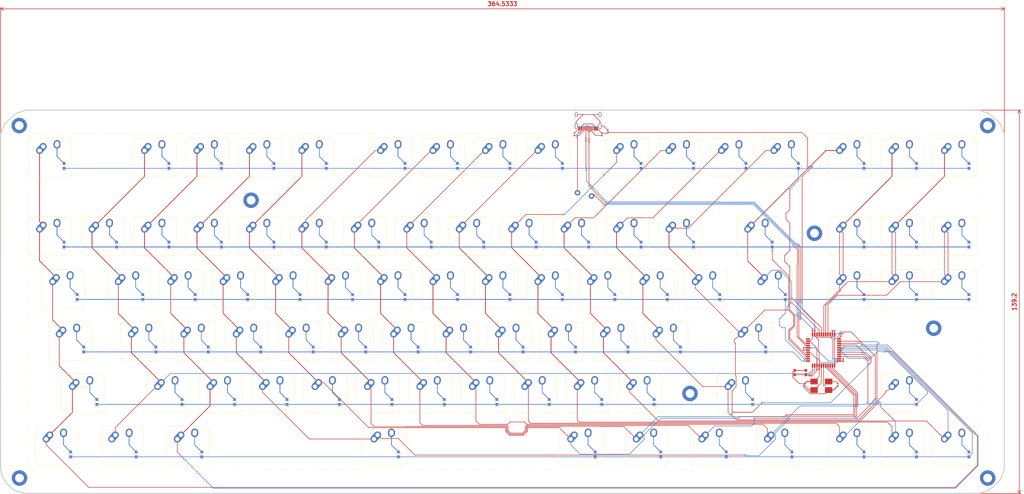
<source format=kicad_pcb>
(kicad_pcb (version 20241229) (generator "pcbnew") (generator_version "9.0")
  (layers (0 "F.Cu" signal) (2 "B.Cu" signal) (13 "F.Paste" user) (15 "B.Paste" user) (5 "F.SilkS" user "F.Silkscreen") (7 "B.SilkS" user "B.Silkscreen") (1 "F.Mask" user) (3 "B.Mask" user) (25 "Edge.Cuts" user))
  (net 0 "")
  (net 1 "Net-(U1-~{RESET})")
  (net 2 "+5V")
  (net 4 "Net-(U1-UCAP)")
  (net 6 "Net-(U1-D-)")
  (net 7 "Net-(U1-D+)")
  (net 8 "Net-(U1-~{HWB}{slash}PE2)")
  (net 9 "Net-(U1-XTAL1)")
  (net 10 "GND")
  (net 12 "Net-(U1-XTAL2)")
  (net 13 "Net-(D1-A)")
  (net 14 "R0")
  (net 15 "Net-(D2-A)")
  (net 16 "Net-(D3-A)")
  (net 17 "Net-(D4-A)")
  (net 18 "Net-(D5-A)")
  (net 19 "Net-(D6-A)")
  (net 20 "Net-(D7-A)")
  (net 21 "Net-(D8-A)")
  (net 22 "Net-(D9-A)")
  (net 23 "Net-(D10-A)")
  (net 24 "Net-(D11-A)")
  (net 25 "Net-(D12-A)")
  (net 26 "Net-(D13-A)")
  (net 27 "Net-(D14-A)")
  (net 28 "Net-(D15-A)")
  (net 29 "Net-(D16-A)")
  (net 30 "R1")
  (net 31 "Net-(D17-A)")
  (net 32 "Net-(D18-A)")
  (net 33 "Net-(D19-A)")
  (net 34 "Net-(D20-A)")
  (net 35 "Net-(D21-A)")
  (net 36 "Net-(D22-A)")
  (net 37 "Net-(D23-A)")
  (net 38 "Net-(D24-A)")
  (net 39 "Net-(D25-A)")
  (net 40 "Net-(D26-A)")
  (net 41 "Net-(D27-A)")
  (net 42 "Net-(D28-A)")
  (net 43 "Net-(D29-A)")
  (net 44 "Net-(D30-A)")
  (net 45 "Net-(D31-A)")
  (net 46 "Net-(D32-A)")
  (net 47 "Net-(D33-A)")
  (net 48 "R2")
  (net 49 "Net-(D34-A)")
  (net 50 "Net-(D35-A)")
  (net 51 "Net-(D36-A)")
  (net 52 "Net-(D37-A)")
  (net 53 "Net-(D38-A)")
  (net 54 "Net-(D39-A)")
  (net 55 "Net-(D40-A)")
  (net 56 "Net-(D41-A)")
  (net 57 "Net-(D42-A)")
  (net 58 "Net-(D43-A)")
  (net 59 "Net-(D44-A)")
  (net 60 "Net-(D45-A)")
  (net 61 "Net-(D46-A)")
  (net 62 "Net-(D47-A)")
  (net 63 "Net-(D48-A)")
  (net 64 "Net-(D49-A)")
  (net 65 "Net-(D50-A)")
  (net 66 "R3")
  (net 67 "Net-(D51-A)")
  (net 68 "Net-(D52-A)")
  (net 69 "Net-(D53-A)")
  (net 70 "Net-(D54-A)")
  (net 71 "Net-(D55-A)")
  (net 72 "Net-(D56-A)")
  (net 73 "Net-(D57-A)")
  (net 74 "Net-(D58-A)")
  (net 75 "Net-(D59-A)")
  (net 76 "Net-(D60-A)")
  (net 77 "Net-(D61-A)")
  (net 78 "Net-(D62-A)")
  (net 79 "Net-(D63-A)")
  (net 80 "Net-(D64-A)")
  (net 81 "R4")
  (net 82 "Net-(D65-A)")
  (net 83 "Net-(D66-A)")
  (net 84 "Net-(D67-A)")
  (net 85 "Net-(D68-A)")
  (net 86 "Net-(D69-A)")
  (net 87 "Net-(D70-A)")
  (net 88 "Net-(D71-A)")
  (net 89 "Net-(D72-A)")
  (net 90 "Net-(D73-A)")
  (net 91 "Net-(D74-A)")
  (net 92 "Net-(D75-A)")
  (net 93 "Net-(D76-A)")
  (net 94 "Net-(D77-A)")
  (net 95 "R5")
  (net 96 "Net-(D78-A)")
  (net 97 "Net-(D79-A)")
  (net 98 "Net-(D80-A)")
  (net 99 "Net-(D81-A)")
  (net 100 "Net-(D82-A)")
  (net 101 "Net-(D83-A)")
  (net 102 "Net-(D84-A)")
  (net 103 "Net-(D85-A)")
  (net 104 "Net-(D86-A)")
  (net 105 "Net-(D87-A)")
  (net 106 "VCC")
  (net 107 "D-")
  (net 108 "Net-(J1-SHIELD)")
  (net 109 "D+")
  (net 110 "Net-(J1-CC2)")
  (net 111 "Net-(J1-CC1)")
  (net 112 "C0")
  (net 113 "C1")
  (net 114 "C2")
  (net 115 "C3")
  (net 116 "C4")
  (net 117 "C5")
  (net 118 "C6")
  (net 119 "C7")
  (net 120 "C8")
  (net 121 "C9")
  (net 122 "C10")
  (net 123 "C11")
  (net 124 "C12")
  (net 125 "C13")
  (net 126 "C14")
  (net 127 "C15")
  (net 128 "C16")
  (footprint "PCM_Switch_Keyboard_Hybrid:SW_Hybrid_Cherry_MX_Alps" (layer "F.Cu") (at 288.13125 123.825)
    (property "Reference" "SW75" (hide yes))
    (property "Value" "SW_Push_45deg" (hide yes))
  )
  (footprint "MountingHole:MountingHole_3.2mm_M3_DIN965_Pad_TopBottom" (layer "F.Cu") (at 378.6 26.5)
    (property "Reference" "REF**" (hide yes))
    (property "Value" "MountingHole_3.2mm_M3_DIN965_Pad_TopBottom" (hide yes))
  )
  (footprint "PCM_Switch_Keyboard_Hybrid:SW_Hybrid_Cherry_MX_Alps" (layer "F.Cu") (at 209.55 66.675)
    (property "Reference" "SW26" (hide yes))
    (property "Value" "SW_Push_45deg" (hide yes))
  )
  (footprint "MountingHole:MountingHole_3.2mm_M3_DIN965_Pad_TopBottom" (layer "F.Cu") (at 26.9 26.5)
    (property "Reference" "REF**" (hide yes))
    (property "Value" "MountingHole_3.2mm_M3_DIN965_Pad_TopBottom" (hide yes))
  )
  (footprint "MountingHole:MountingHole_3.2mm_M3_DIN965_Pad_TopBottom" (layer "F.Cu") (at 27 154.5)
    (property "Reference" "REF**" (hide yes))
    (property "Value" "MountingHole_3.2mm_M3_DIN965_Pad_TopBottom" (hide yes))
  )
  (footprint "PCM_Switch_Keyboard_Hybrid:SW_Hybrid_Cherry_MX_Alps" (layer "F.Cu") (at 266.7 38.1)
    (property "Reference" "SW11" (hide yes))
    (property "Value" "SW_Push_45deg" (hide yes))
  )
  (footprint "Resistor_SMD:R_0201_0603Metric_Pad0.64x0.40mm_HandSolder" (layer "F.Cu") (at 228.5 29.7 90)
    (property "Reference" "R6" (hide yes))
    (property "Value" "5.11k" (hide yes))
  )
  (footprint "PCM_Switch_Keyboard_Hybrid:SW_Hybrid_Cherry_MX_Alps" (layer "F.Cu") (at 57.15 66.675)
    (property "Reference" "SW18" (hide yes))
    (property "Value" "SW_Push_45deg" (hide yes))
  )
  (footprint "Button_Switch_SMD:SW_Push_1P1T_NO_CK_KMR2" (layer "F.Cu") (at 310.55 116.2)
    (property "Reference" "SWRST1" (hide yes))
    (property "Value" "SW_PUSH" (hide yes))
  )
  (footprint "PCM_Switch_Keyboard_Hybrid:SW_Hybrid_Cherry_MX_Alps" (layer "F.Cu") (at 366.7125 66.675)
    (property "Reference" "SW33" (hide yes))
    (property "Value" "SW_Push_45deg" (hide yes))
  )
  (footprint "PCM_Switch_Keyboard_Hybrid:SW_Hybrid_Cherry_MX_Alps" (layer "F.Cu") (at 200.025 85.725)
    (property "Reference" "SW42" (hide yes))
    (property "Value" "SW_Push_45deg" (hide yes))
  )
  (footprint "PCM_Switch_Keyboard_Hybrid:SW_Hybrid_Cherry_MX_Alps" (layer "F.Cu") (at 185.7375 104.775)
    (property "Reference" "SW58" (hide yes))
    (property "Value" "SW_Push_45deg" (hide yes))
  )
  (footprint "PCM_Switch_Keyboard_Hybrid:SW_Hybrid_Cherry_MX_Alps" (layer "F.Cu") (at 171.45 66.675)
    (property "Reference" "SW24" (hide yes))
    (property "Value" "SW_Push_45deg" (hide yes))
  )
  (footprint "PCM_Switch_Keyboard_Hybrid:SW_Hybrid_Cherry_MX_Alps" (layer "F.Cu") (at 128.5875 104.775)
    (property "Reference" "SW55" (hide yes))
    (property "Value" "SW_Push_45deg" (hide yes))
  )
  (footprint "PCM_Switch_Keyboard_Hybrid:SW_Hybrid_Cherry_MX_Alps" (layer "F.Cu") (at 45.24375 104.775)
    (property "Reference" "SW51" (hide yes))
    (property "Value" "SW_Push_45deg" (hide yes))
  )
  (footprint "PCM_Switch_Keyboard_Hybrid:SW_Hybrid_Cherry_MX_Alps" (layer "F.Cu") (at 71.4375 104.775)
    (property "Reference" "SW52" (hide yes))
    (property "Value" "SW_Push_45deg" (hide yes))
  )
  (footprint "PCM_Switch_Keyboard_Hybrid:SW_Hybrid_Cherry_MX_Alps" (layer "F.Cu") (at 38.1 38.1)
    (property "Reference" "SW1" (hide yes))
    (property "Value" "SW_Push_45deg" (hide yes))
  )
  (footprint "PCM_Switch_Keyboard_Hybrid:SW_Hybrid_Cherry_MX_Alps" (layer "F.Cu") (at 233.3625 123.825)
    (property "Reference" "SW73" (hide yes))
    (property "Value" "SW_Push_45deg" (hide yes))
  )
  (footprint "PCM_Switch_Keyboard_Hybrid:SW_Hybrid_Cherry_MX_Alps" (layer "F.Cu") (at 114.3 38.1)
    (property "Reference" "SW4" (hide yes))
    (property "Value" "SW_Push_45deg" (hide yes))
  )
  (footprint "Resistor_SMD:R_0201_0603Metric_Pad0.64x0.40mm_HandSolder" (layer "F.Cu") (at 325.3 102.5 90)
    (property "Reference" "R1" (hide yes))
    (property "Value" "10k" (hide yes))
  )
  (footprint "PCM_Switch_Keyboard_Hybrid:SW_Hybrid_Cherry_MX_Alps" (layer "F.Cu") (at 257.175 85.725)
    (property "Reference" "SW45" (hide yes))
    (property "Value" "SW_Push_45deg" (hide yes))
  )
  (footprint "PCM_Switch_Keyboard_Hybrid:SW_Hybrid_Cherry_MX_Alps" (layer "F.Cu") (at 247.65 66.675)
    (property "Reference" "SW28" (hide yes))
    (property "Value" "SW_Push_45deg" (hide yes))
  )
  (footprint "PCM_Switch_Keyboard_Hybrid:SW_Hybrid_Cherry_MX_Alps" (layer "F.Cu") (at 76.2 66.675)
    (property "Reference" "SW19" (hide yes))
    (property "Value" "SW_Push_45deg" (hide yes))
  )
  (footprint "PCM_Switch_Keyboard_Hybrid:SW_Hybrid_Cherry_MX_Alps" (layer "F.Cu") (at 285.75 38.1)
    (property "Reference" "SW12" (hide yes))
    (property "Value" "SW_Push_45deg" (hide yes))
  )
  (footprint "PCM_Switch_Keyboard_Hybrid:SW_Hybrid_Cherry_MX_Alps" (layer "F.Cu") (at 104.775 85.725)
    (property "Reference" "SW37" (hide yes))
    (property "Value" "SW_Push_45deg" (hide yes))
  )
  (footprint "Resistor_SMD:R_0201_0603Metric_Pad0.64x0.40mm_HandSolder" (layer "F.Cu") (at 314.3 117.4 180)
    (property "Reference" "R4" (hide yes))
    (property "Value" "10k" (hide yes))
  )
  (footprint "PCM_Switch_Keyboard_Hybrid:SW_Hybrid_Cherry_MX_Alps" (layer "F.Cu") (at 109.5375 104.775)
    (property "Reference" "SW54" (hide yes))
    (property "Value" "SW_Push_45deg" (hide yes))
  )
  (footprint "Resistor_SMD:R_0201_0603Metric_Pad0.64x0.40mm_HandSolder" (layer "F.Cu") (at 238.5 29.7 90)
    (property "Reference" "R7" (hide yes))
    (property "Value" "5.11k" (hide yes))
  )
  (footprint "PCM_Mounting_Keyboard_Stabilizer:Stabilizer_Cherry_MX_2.00u" (layer "F.Cu") (at 50 123.7)
    (property "Reference" "REF**")
    (property "Value" "Stabilizer_Cherry_MX_2.00u")
  )
  (footprint "PCM_Switch_Keyboard_Hybrid:SW_Hybrid_Cherry_MX_Alps" (layer "F.Cu") (at 64.29375 142.875)
    (property "Reference" "SW78" (hide yes))
    (property "Value" "SW_Push_45deg" (hide yes))
  )
  (footprint "PCM_Switch_Keyboard_Hybrid:SW_Hybrid_Cherry_MX_Alps" (layer "F.Cu") (at 147.6375 104.775)
    (property "Reference" "SW56" (hide yes))
    (property "Value" "SW_Push_45deg" (hide yes))
  )
  (footprint "PCM_Switch_Keyboard_Hybrid:SW_Hybrid_Cherry_MX_Alps" (layer "F.Cu") (at 347.6625 66.675)
    (property "Reference" "SW32" (hide yes))
    (property "Value" "SW_Push_45deg" (hide yes))
  )
  (footprint "PCM_Switch_Keyboard_Hybrid:SW_Hybrid_Cherry_MX_Alps" (layer "F.Cu") (at 80.9625 123.825)
    (property "Reference" "SW65" (hide yes))
    (property "Value" "SW_Push_45deg" (hide yes))
  )
  (footprint "PCM_Switch_Keyboard_Hybrid:SW_Hybrid_Cherry_MX_Alps" (layer "F.Cu") (at 366.7125 85.725)
    (property "Reference" "SW50" (hide yes))
    (property "Value" "SW_Push_45deg" (hide yes))
  )
  (footprint "PCM_Switch_Keyboard_Hybrid:SW_Hybrid_Cherry_MX_Alps" (layer "F.Cu") (at 190.5 66.675)
    (property "Reference" "SW25" (hide yes))
    (property "Value" "SW_Push_45deg" (hide yes))
  )
  (footprint "PCM_Switch_Keyboard_Hybrid:SW_Hybrid_Cherry_MX_Alps" (layer "F.Cu") (at 214.3125 123.825)
    (property "Reference" "SW72" (hide yes))
    (property "Value" "SW_Push_45deg" (hide yes))
  )
  (footprint "PCM_Switch_Keyboard_Hybrid:SW_Hybrid_Cherry_MX_Alps" (layer "F.Cu") (at 123.825 85.725)
    (property "Reference" "SW38" (hide yes))
    (property "Value" "SW_Push_45deg" (hide yes))
  )
  (footprint "Package_QFP:TQFP-44_10x10mm_P0.8mm" (layer "F.Cu") (at 319 108)
    (property "Reference" "U1" (hide yes))
    (property "Value" "ATmega32U4-A" (hide yes))
  )
  (footprint "PCM_Switch_Keyboard_Hybrid:SW_Hybrid_Cherry_MX_Alps" (layer "F.Cu") (at 219.075 85.725)
    (property "Reference" "SW43" (hide yes))
    (property "Value" "SW_Push_45deg" (hide yes))
  )
  (footprint "PCM_Switch_Keyboard_Hybrid:SW_Hybrid_Cherry_MX_Alps" (layer "F.Cu") (at 366.7125 38.1)
    (property "Reference" "SW16" (hide yes))
    (property "Value" "SW_Push_45deg" (hide yes))
  )
  (footprint "PCM_Switch_Keyboard_Hybrid:SW_Hybrid_Cherry_MX_Alps" (layer "F.Cu") (at 157.1625 123.825)
    (property "Reference" "SW69" (hide yes))
    (property "Value" "SW_Push_45deg" (hide yes))
  )
  (footprint "PCM_Switch_Keyboard_Hybrid:SW_Hybrid_Cherry_MX_Alps" (layer "F.Cu") (at 176.2125 123.825)
    (property "Reference" "SW70" (hide yes))
    (property "Value" "SW_Push_45deg" (hide yes))
  )
  (footprint "PCM_Switch_Keyboard_Hybrid:SW_Hybrid_Cherry_MX_Alps" (layer "F.Cu") (at 278.60625 142.875)
    (property "Reference" "SW83" (hide yes))
    (property "Value" "SW_Push_45deg" (hide yes))
  )
  (footprint "Capacitor_SMD:C_0201_0603Metric_Pad0.64x0.40mm_HandSolder" (layer "F.Cu") (at 312.2 120.5925 -90)
    (property "Reference" "C7" (hide yes))
    (property "Value" "22pF" (hide yes))
  )
  (footprint "PCM_Switch_Keyboard_Hybrid:SW_Hybrid_Cherry_MX_Alps" (layer "F.Cu") (at 38.1 66.675)
    (property "Reference" "SW17" (hide yes))
    (property "Value" "SW_Push_45deg" (hide yes))
  )
  (footprint "Resistor_SMD:R_0201_0603Metric_Pad0.64x0.40mm_HandSolder" (layer "F.Cu") (at 240.7 28.6 -90)
    (property "Reference" "R5" (hide yes))
    (property "Value" "1M" (hide yes))
  )
  (footprint "PCM_Switch_Keyboard_Hybrid:SW_Hybrid_Cherry_MX_Alps" (layer "F.Cu") (at 114.3 66.675)
    (property "Reference" "SW21" (hide yes))
    (property "Value" "SW_Push_45deg" (hide yes))
  )
  (footprint "PCM_Switch_Keyboard_Hybrid:SW_Hybrid_Cherry_MX_Alps" (layer "F.Cu") (at 238.125 85.725)
    (property "Reference" "SW44" (hide yes))
    (property "Value" "SW_Push_45deg" (hide yes))
  )
  (footprint "PCM_Switch_Keyboard_Hybrid:SW_Hybrid_Cherry_MX_Alps" (layer "F.Cu") (at 247.65 38.1)
    (property "Reference" "SW10" (hide yes))
    (property "Value" "SW_Push_45deg" (hide yes))
  )
  (footprint "Crystal:Crystal_SMD_0603-4Pin_6.0x3.5mm_HandSoldering" (layer "F.Cu") (at 318.2 121 180)
    (property "Reference" "Y1" (hide yes))
    (property "Value" "16MHz" (hide yes))
  )
  (footprint "PCM_Switch_Keyboard_Hybrid:SW_Hybrid_Cherry_MX_Alps" (layer "F.Cu") (at 292.89375 104.775)
    (property "Reference" "SW63" (hide yes))
    (property "Value" "SW_Push_45deg" (hide yes))
  )
  (footprint "PCM_Switch_Keyboard_Hybrid:SW_Hybrid_Cherry_MX_Alps" (layer "F.Cu") (at 90.4875 104.775)
    (property "Reference" "SW53" (hide yes))
    (property "Value" "SW_Push_45deg" (hide yes))
  )
  (footprint "PCM_Switch_Keyboard_Hybrid:SW_Hybrid_Cherry_MX_Alps" (layer "F.Cu") (at 195.2625 123.825)
    (property "Reference" "SW71" (hide yes))
    (property "Value" "SW_Push_45deg" (hide yes))
  )
  (footprint "PCM_Switch_Keyboard_Hybrid:SW_Hybrid_Cherry_MX_Alps" (layer "F.Cu") (at 228.6 66.675)
    (property "Reference" "SW27" (hide yes))
    (property "Value" "SW_Push_45deg" (hide yes))
  )
  (footprint "PCM_Switch_Keyboard_Hybrid:SW_Hybrid_Cherry_MX_Alps" (layer "F.Cu") (at 328.6125 38.1)
    (property "Reference" "SW14" (hide yes))
    (property "Value" "SW_Push_45deg" (hide yes))
  )
  (footprint "PCM_Switch_Keyboard_Hybrid:SW_Hybrid_Cherry_MX_Alps" (layer "F.Cu") (at 223.8375 104.775)
    (property "Reference" "SW60" (hide yes))
    (property "Value" "SW_Push_45deg" (hide yes))
  )
  (footprint "PCM_Switch_Keyboard_Hybrid:SW_Hybrid_Cherry_MX_Alps" (layer "F.Cu") (at 304.8 38.1)
    (property "Reference" "SW13" (hide yes))
    (property "Value" "SW_Push_45deg" (hide yes))
  )
  (footprint "PCM_Switch_Keyboard_Hybrid:SW_Hybrid_Cherry_MX_Alps" (layer "F.Cu") (at 266.7 66.675)
    (property "Reference" "SW29" (hide yes))
    (property "Value" "SW_Push_45deg" (hide yes))
  )
  (footprint "PCM_Switch_Keyboard_Hybrid:SW_Hybrid_Cherry_MX_Alps" (layer "F.Cu") (at 138.1125 123.825)
    (property "Reference" "SW68" (hide yes))
    (property "Value" "SW_Push_45deg" (hide yes))
  )
  (footprint "PCM_Switch_Keyboard_Hybrid:SW_Hybrid_Cherry_MX_Alps" (layer "F.Cu") (at 85.725 85.725)
    (property "Reference" "SW36" (hide yes))
    (property "Value" "SW_Push_45deg" (hide yes))
  )
  (footprint "Resistor_SMD:R_0201_0603Metric_Pad0.64x0.40mm_HandSolder" (layer "F.Cu") (at 232.7 31.6 -90)
    (property "Reference" "R2" (hide yes))
    (property "Value" "22" (hide yes))
  )
  (footprint "PCM_Switch_Keyboard_Hybrid:SW_Hybrid_Cherry_MX_Alps" (layer "F.Cu") (at 161.925 38.1)
    (property "Reference" "SW6" (hide yes))
    (property "Value" "SW_Push_45deg" (hide yes))
  )
  (footprint "PCM_Mounting_Keyboard_Stabilizer:Stabilizer_Cherry_MX_2.00u" (layer "F.Cu") (at 292.89375 104.775)
    (property "Reference" "REF**")
    (property "Value" "Stabilizer_Cherry_MX_2.00u")
  )
  (footprint "PCM_Switch_Keyboard_Hybrid:SW_Hybrid_Cherry_MX_Alps" (layer "F.Cu") (at 95.25 66.675)
    (property "Reference" "SW20" (hide yes))
    (property "Value" "SW_Push_45deg" (hide yes))
  )
  (footprint "Capacitor_SMD:C_0201_0603Metric_Pad0.64x0.40mm_HandSolder" (layer "F.Cu") (at 311.8 107.6 90)
    (property "Reference" "C1" (hide yes))
    (property "Value" "1uF" (hide yes))
  )
  (footprint "PCM_Mounting_Keyboard_Stabilizer:Stabilizer_Cherry_MX_2.00u" (layer "F.Cu") (at 295.275 66.675)
    (property "Reference" "REF**")
    (property "Value" "Stabilizer_Cherry_MX_2.00u")
  )
  (footprint "Capacitor_SMD:C_0201_0603Metric_Pad0.64x0.40mm_HandSolder" (layer "F.Cu") (at 315.4 101)
    (property "Reference" "C4" (hide yes))
    (property "Value" "0.1uF" (hide yes))
  )
  (footprint "PCM_Switch_Keyboard_Hybrid:SW_Hybrid_Cherry_MX_Alps" (layer "F.Cu") (at 347.6625 38.1)
    (property "Reference" "SW15" (hide yes))
    (property "Value" "SW_Push_45deg" (hide yes))
  )
  (footprint "Capacitor_SMD:C_0201_0603Metric_Pad0.64x0.40mm_HandSolder" (layer "F.Cu") (at 324.2 120.5925 90)
    (property "Reference" "C6" (hide yes))
    (property "Value" "22pF" (hide yes))
  )
  (footprint "PCM_Switch_Keyboard_Hybrid:SW_Hybrid_Cherry_MX_Alps" (layer "F.Cu") (at 152.4 66.675)
    (property "Reference" "SW23" (hide yes))
    (property "Value" "SW_Push_45deg" (hide yes))
  )
  (footprint "PCM_Switch_Keyboard_Hybrid:SW_Hybrid_Cherry_MX_Alps" (layer "F.Cu") (at 366.7125 142.875)
    (property "Reference" "SW87" (hide yes))
    (property "Value" "SW_Push_45deg" (hide yes))
  )
  (footprint "PCM_Switch_Keyboard_Hybrid:SW_Hybrid_Cherry_MX_Alps" (layer "F.Cu") (at 328.6125 142.875)
    (property "Reference" "SW85" (hide yes))
    (property "Value" "SW_Push_45deg" (hide yes))
  )
  (footprint "Connector_USB:USB_C_Receptacle_HRO_TYPE-C-31-M-12" (layer "F.Cu") (at 233.5 23.54 180)
    (property "Reference" "J1" (hide yes))
    (property "Value" "USB_C_Receptacle_USB2.0_14P" (hide yes))
  )
  (footprint "PCM_Switch_Keyboard_Hybrid:SW_Hybrid_Cherry_MX_Alps" (layer "F.Cu") (at 76.2 38.1)
    (property "Reference" "SW2" (hide yes))
    (property "Value" "SW_Push_45deg" (hide yes))
  )
  (footprint "Resistor_SMD:R_0201_0603Metric_Pad0.64x0.40mm_HandSolder" (layer "F.Cu") (at 233.8 32 -90)
    (property "Reference" "R3" (hide yes))
    (property "Value" "22" (hide yes))
  )
  (footprint "PCM_Switch_Keyboard_Hybrid:SW_Hybrid_Cherry_MX_Alps" (layer "F.Cu") (at 347.6625 123.825)
    (property "Reference" "SW76" (hide yes))
    (property "Value" "SW_Push_45deg" (hide yes))
  )
  (footprint "Capacitor_SMD:C_0201_0603Metric_Pad0.64x0.40mm_HandSolder" (layer "F.Cu") (at 326.2 111.7 -90)
    (property "Reference" "C2" (hide yes))
    (property "Value" "0.1uF" (hide yes))
  )
  (footprint "PCM_Switch_Keyboard_Hybrid:SW_Hybrid_Cherry_MX_Alps" (layer "F.Cu") (at 219.075 38.1)
    (property "Reference" "SW9" (hide yes))
    (property "Value" "SW_Push_45deg" (hide yes))
  )
  (footprint "PCM_Switch_Keyboard_Hybrid:SW_Hybrid_Cherry_MX_Alps" (layer "F.Cu") (at 200.025 38.1)
    (property "Reference" "SW8" (hide yes))
    (property "Value" "SW_Push_45deg" (hide yes))
  )
  (footprint "PCM_Switch_Keyboard_Hybrid:SW_Hybrid_Cherry_MX_Alps" (layer "F.Cu") (at 242.8875 104.775)
    (property "Reference" "SW61" (hide yes))
    (property "Value" "SW_Push_45deg" (hide yes))
  )
  (footprint "PCM_Mounting_Keyboard_Stabilizer:Stabilizer_Cherry_MX_6.00u" (layer "F.Cu") (at 159.5 143)
    (property "Reference" "REF**")
    (property "Value" "Stabilizer_Cherry_MX_6.00u")
  )
  (footprint "PCM_Switch_Keyboard_Hybrid:SW_Hybrid_Cherry_MX_Alps" (layer "F.Cu") (at 180.975 85.725)
    (property "Reference" "SW41" (hide yes))
    (property "Value" "SW_Push_45deg" (hide yes))
  )
  (footprint "PCM_Switch_Keyboard_Hybrid:SW_Hybrid_Cherry_MX_Alps" (layer "F.Cu") (at 161.925 85.725)
    (property "Reference" "SW40" (hide yes))
    (property "Value" "SW_Push_45deg" (hide yes))
  )
  (footprint "PCM_Switch_Keyboard_Hybrid:SW_Hybrid_Cherry_MX_Alps" (layer "F.Cu") (at 133.35 66.675)
    (property "Reference" "SW22" (hide yes))
    (property "Value" "SW_Push_45deg" (hide yes))
  )
  (footprint "PCM_Switch_Keyboard_Hybrid:SW_Hybrid_Cherry_MX_Alps" (layer "F.Cu") (at 40.48125 142.875)
    (property "Reference" "SW77" (hide yes))
    (property "Value" "SW_Push_45deg" (hide yes))
  )
  (footprint "PCM_Switch_Keyboard_Hybrid:SW_Hybrid_Cherry_MX_Alps" (layer "F.Cu") (at 276.225 85.725)
    (property "Reference" "SW46" (hide yes))
    (property "Value" "SW_Push_45deg" (hide yes))
  )
  (footprint "PCM_Switch_Keyboard_Hybrid:SW_Hybrid_Cherry_MX_Alps" (layer "F.Cu") (at 50.00625 123.825)
    (property "Reference" "SW64" (hide yes))
    (property "Value" "SW_Push_45deg" (hide yes))
  )
  (footprint "PCM_Switch_Keyboard_Hybrid:SW_Hybrid_Cherry_MX_Alps" (layer "F.Cu") (at 66.675 85.725)
    (property "Reference" "SW35" (hide yes))
    (property "Value" "SW_Push_45deg" (hide yes))
  )
  (footprint "Capacitor_SMD:C_0201_0603Metric_Pad0.64x0.40mm_HandSolder" (layer "F.Cu") (at 317 115)
    (property "Reference" "C5" (hide yes))
    (property "Value" "10uF" (hide yes))
  )
  (footprint "PCM_Switch_Keyboard_Hybrid:SW_Hybrid_Cherry_MX_Alps" (layer "F.Cu") (at 119.0625 123.825)
    (property "Reference" "SW67" (hide yes))
    (property "Value" "SW_Push_45deg" (hide yes))
  )
  (footprint "PCM_Switch_Keyboard_Hybrid:SW_Hybrid_Cherry_MX_Alps" (layer "F.Cu") (at 295.275 66.675)
    (property "Reference" "SW30" (hide yes))
    (property "Value" "SW_Push_45deg" (hide yes))
  )
  (footprint "PCM_Switch_Keyboard_Hybrid:SW_Hybrid_Cherry_MX_Alps" (layer "F.Cu") (at 261.9375 104.775)
    (property "Reference" "SW62" (hide yes))
    (property "Value" "SW_Push_45deg" (hide yes))
  )
  (footprint "PCM_Switch_Keyboard_Hybrid:SW_Hybrid_Cherry_MX_Alps" (layer "F.Cu") (at 88.10625 142.875)
    (property "Reference" "SW79" (hide yes))
    (property "Value" "SW_Push_45deg" (hide yes))
  )
  (footprint "PCM_Switch_Keyboard_Hybrid:SW_Hybrid_Cherry_MX_Alps" (layer "F.Cu") (at 328.6125 66.675)
    (property "Reference" "SW31" (hide yes))
    (property "Value" "SW_Push_45deg" (hide yes))
  )
  (footprint "PCM_Switch_Keyboard_Hybrid:SW_Hybrid_Cherry_MX_Alps" (layer "F.Cu") (at 347.6625 142.875)
    (property "Reference" "SW86" (hide yes))
    (property "Value" "SW_Push_45deg" (hide yes))
  )
  (footprint "PCM_Switch_Keyboard_Hybrid:SW_Hybrid_Cherry_MX_Alps" (layer "F.Cu") (at 254.79375 142.875)
    (property "Reference" "SW82" (hide yes))
    (property "Value" "SW_Push_45deg" (hide yes))
  )
  (footprint "PCM_Switch_Keyboard_Hybrid:SW_Hybrid_Cherry_MX_Alps" (layer "F.Cu") (at 347.6625 85.725)
    (property "Reference" "SW49" (hide yes))
    (property "Value" "SW_Push_45deg" (hide yes))
  )
  (footprint "PCM_Switch_Keyboard_Hybrid:SW_Hybrid_Cherry_MX_Alps" (layer "F.Cu") (at 166.6875 104.775)
    (property "Reference" "SW57" (hide yes))
    (property "Value" "SW_Push_45deg" (hide yes))
  )
  (footprint "PCM_Switch_Keyboard_Hybrid:SW_Hybrid_Cherry_MX_Alps" (layer "F.Cu") (at 100.0125 123.825)
    (property "Reference" "SW66" (hide yes))
    (property "Value" "SW_Push_45deg" (hide yes))
  )
  (footprint "PCM_Switch_Keyboard_Hybrid:SW_Hybrid_Cherry_MX_Alps" (layer "F.Cu") (at 133.35 38.1)
    (property "Reference" "SW5" (hide yes))
    (property "Value" "SW_Push_45deg" (hide yes))
  )
  (footprint "Fuse:Fuse_Bourns_MF-RG500" (layer "F.Cu") (at 229.65 50.9)
    (property "Reference" "F1" (hide yes))
    (property "Value" "500mA" (hide yes))
  )
  (footprint "PCM_Switch_Keyboard_Hybrid:SW_Hybrid_Cherry_MX_Alps" (layer "F.Cu") (at 204.7875 104.775)
    (property "Reference" "SW59" (hide yes))
    (property "Value" "SW_Push_45deg" (hide yes))
  )
  (footprint "PCM_Switch_Keyboard_Hybrid:SW_Hybrid_Cherry_MX_Alps" (layer "F.Cu") (at 180.975 38.1)
    (property "Reference" "SW7" (hide yes))
    (property "Value" "SW_Push_45deg" (hide yes))
  )
  (footprint "PCM_Switch_Keyboard_Hybrid:SW_Hybrid_Cherry_MX_Alps" (layer "F.Cu") (at 230.98125 142.875)
    (property "Reference" "SW81" (hide yes))
    (property "Value" "SW_Push_45deg" (hide yes))
  )
  (footprint "PCM_Switch_Keyboard_Hybrid:SW_Hybrid_Cherry_MX_Alps" (layer "F.Cu") (at 252.4125 123.825)
    (property "Reference" "SW74" (hide yes))
    (property "Value" "SW_Push_45deg" (hide yes))
  )
  (footprint "PCM_Switch_Keyboard_Hybrid:SW_Hybrid_Cherry_MX_Alps" (layer "F.Cu") (at 328.6125 85.725)
    (property "Reference" "SW48" (hide yes))
    (property "Value" "SW_Push_45deg" (hide yes))
  )
  (footprint "PCM_Switch_Keyboard_Hybrid:SW_Hybrid_Cherry_MX_Alps" (layer "F.Cu") (at 142.875 85.725)
    (property "Reference" "SW39" (hide yes))
    (property "Value" "SW_Push_45deg" (hide yes))
  )
  (footprint "PCM_Switch_Keyboard_Hybrid:SW_Hybrid_Cherry_MX_Alps" (layer "F.Cu") (at 42.8625 85.725)
    (property "Reference" "SW34" (hide yes))
    (property "Value" "SW_Push_45deg" (hide yes))
  )
  (footprint "PCM_Switch_Keyboard_Hybrid:SW_Hybrid_Cherry_MX_Alps" (layer "F.Cu") (at 300.0375 85.725)
    (property "Reference" "SW47" (hide yes))
    (property "Value" "SW_Push_45deg" (hide yes))
  )
  (footprint "PCM_Switch_Keyboard_Hybrid:SW_Hybrid_Cherry_MX_Alps" (layer "F.Cu") (at 302.41875 142.875)
    (property "Reference" "SW84" (hide yes))
    (property "Value" "SW_Push_45deg" (hide yes))
  )
  (footprint "Capacitor_SMD:C_0201_0603Metric_Pad0.64x0.40mm_HandSolder" (layer "F.Cu") (at 322.6 101 180)
    (property "Reference" "C3" (hide yes))
    (property "Value" "0.1uF" (hide yes))
  )
  (footprint "PCM_Switch_Keyboard_Hybrid:SW_Hybrid_Cherry_MX_Alps" (layer "F.Cu") (at 95.25 38.1)
    (property "Reference" "SW3" (hide yes))
    (property "Value" "SW_Push_45deg" (hide yes))
  )
  (footprint "PCM_Switch_Keyboard_Hybrid:SW_Hybrid_Cherry_MX_Alps" (layer "F.Cu") (at 159.54375 142.875)
    (property "Reference" "SW80" (hide yes))
    (property "Value" "SW_Push_45deg" (hide yes))
  )
  (footprint "Diode_SMD:D_0603_1608Metric_Pad1.05x0.95mm_HandSolder" (layer "B.Cu") (at 252.73 41.13 90)
    (property "Reference" "D10" (hide yes))
    (property "Value" "D_Small" (hide yes))
  )
  (footprint "MountingHole:MountingHole_3.2mm_M3_DIN965_Pad_TopBottom" (layer "B.Cu") (at 111.1 53.6 180)
    (property "Reference" "REF**" (hide yes))
    (property "Value" "MountingHole_3.2mm_M3_DIN965_Pad_TopBottom" (hide yes))
  )
  (footprint "Diode_SMD:D_0603_1608Metric_Pad1.05x0.95mm_HandSolder" (layer "B.Cu") (at 224.155 41.13 90)
    (property "Reference" "D9" (hide yes))
    (property "Value" "D_Small" (hide yes))
  )
  (footprint "Diode_SMD:D_0603_1608Metric_Pad1.05x0.95mm_HandSolder" (layer "B.Cu") (at 105.0925 126.855 90)
    (property "Reference" "D66" (hide yes))
    (property "Value" "D_Small" (hide yes))
  )
  (footprint "Diode_SMD:D_0603_1608Metric_Pad1.05x0.95mm_HandSolder" (layer "B.Cu") (at 50.32375 107.805 90)
    (property "Reference" "D51" (hide yes))
    (property "Value" "D_Small" (hide yes))
  )
  (footprint "Diode_SMD:D_0603_1608Metric_Pad1.05x0.95mm_HandSolder" (layer "B.Cu") (at 205.105 41.13 90)
    (property "Reference" "D8" (hide yes))
    (property "Value" "D_Small" (hide yes))
  )
  (footprint "Diode_SMD:D_0603_1608Metric_Pad1.05x0.95mm_HandSolder" (layer "B.Cu") (at 209.8675 107.805 90)
    (property "Reference" "D59" (hide yes))
    (property "Value" "D_Small" (hide yes))
  )
  (footprint "Diode_SMD:D_0603_1608Metric_Pad1.05x0.95mm_HandSolder" (layer "B.Cu") (at 181.2925 126.855 90)
    (property "Reference" "D70" (hide yes))
    (property "Value" "D_Small" (hide yes))
  )
  (footprint "Diode_SMD:D_0603_1608Metric_Pad1.05x0.95mm_HandSolder" (layer "B.Cu") (at 69.37375 145.905 90)
    (property "Reference" "D78" (hide yes))
    (property "Value" "D_Small" (hide yes))
  )
  (footprint "Diode_SMD:D_0603_1608Metric_Pad1.05x0.95mm_HandSolder" (layer "B.Cu") (at 200.3425 126.855 90)
    (property "Reference" "D71" (hide yes))
    (property "Value" "D_Small" (hide yes))
  )
  (footprint "Diode_SMD:D_0603_1608Metric_Pad1.05x0.95mm_HandSolder" (layer "B.Cu") (at 47.9425 88.755 90)
    (property "Reference" "D34" (hide yes))
    (property "Value" "D_Small" (hide yes))
  )
  (footprint "Diode_SMD:D_0603_1608Metric_Pad1.05x0.95mm_HandSolder" (layer "B.Cu") (at 119.38 41.13 90)
    (property "Reference" "D4" (hide yes))
    (property "Value" "D_Small" (hide yes))
  )
  (footprint "Diode_SMD:D_0603_1608Metric_Pad1.05x0.95mm_HandSolder" (layer "B.Cu") (at 190.8175 107.805 90)
    (property "Reference" "D58" (hide yes))
    (property "Value" "D_Small" (hide yes))
  )
  (footprint "Diode_SMD:D_0603_1608Metric_Pad1.05x0.95mm_HandSolder" (layer "B.Cu") (at 333.6925 88.755 90)
    (property "Reference" "D48" (hide yes))
    (property "Value" "D_Small" (hide yes))
  )
  (footprint "Diode_SMD:D_0603_1608Metric_Pad1.05x0.95mm_HandSolder" (layer "B.Cu") (at 252.73 69.705 90)
    (property "Reference" "D28" (hide yes))
    (property "Value" "D_Small" (hide yes))
  )
  (footprint "Diode_SMD:D_0603_1608Metric_Pad1.05x0.95mm_HandSolder" (layer "B.Cu") (at 109.855 88.755 90)
    (property "Reference" "D37" (hide yes))
    (property "Value" "D_Small" (hide yes))
  )
  (footprint "Diode_SMD:D_0603_1608Metric_Pad1.05x0.95mm_HandSolder" (layer "B.Cu") (at 76.5175 107.805 90)
    (property "Reference" "D52" (hide yes))
    (property "Value" "D_Small" (hide yes))
  )
  (footprint "Diode_SMD:D_0603_1608Metric_Pad1.05x0.95mm_HandSolder" (layer "B.Cu") (at 309.88 41.13 90)
    (property "Reference" "D13" (hide yes))
    (property "Value" "D_Small" (hide yes))
  )
  (footprint "Diode_SMD:D_0603_1608Metric_Pad1.05x0.95mm_HandSolder" (layer "B.Cu") (at 352.7425 126.855 90)
    (property "Reference" "D76" (hide yes))
    (property "Value" "D_Small" (hide yes))
  )
  (footprint "Diode_SMD:D_0603_1608Metric_Pad1.05x0.95mm_HandSolder" (layer "B.Cu") (at 243.205 88.755 90)
    (property "Reference" "D44" (hide yes))
    (property "Value" "D_Small" (hide yes))
  )
  (footprint "Diode_SMD:D_0603_1608Metric_Pad1.05x0.95mm_HandSolder" (layer "B.Cu") (at 352.7425 145.905 90)
    (property "Reference" "D86" (hide yes))
    (property "Value" "D_Small" (hide yes))
  )
  (footprint "Diode_SMD:D_0603_1608Metric_Pad1.05x0.95mm_HandSolder" (layer "B.Cu") (at 171.7675 107.805 90)
    (property "Reference" "D57" (hide yes))
    (property "Value" "D_Small" (hide yes))
  )
  (footprint "Diode_SMD:D_0603_1608Metric_Pad1.05x0.95mm_HandSolder" (layer "B.Cu") (at 293.21125 126.855 90)
    (property "Reference" "D75" (hide yes))
    (property "Value" "D_Small" (hide yes))
  )
  (footprint "MountingHole:MountingHole_3.2mm_M3_DIN965_Pad_TopBottom" (layer "B.Cu") (at 270.5 123.8 180)
    (property "Reference" "REF**" (hide yes))
    (property "Value" "MountingHole_3.2mm_M3_DIN965_Pad_TopBottom" (hide yes))
  )
  (footprint "Diode_SMD:D_0603_1608Metric_Pad1.05x0.95mm_HandSolder" (layer "B.Cu") (at 162.2425 126.855 90)
    (property "Reference" "D69" (hide yes))
    (property "Value" "D_Small" (hide yes))
  )
  (footprint "Diode_SMD:D_0603_1608Metric_Pad1.05x0.95mm_HandSolder" (layer "B.Cu") (at 305.1175 88.755 90)
    (property "Reference" "D47" (hide yes))
    (property "Value" "D_Small" (hide yes))
  )
  (footprint "Diode_SMD:D_0603_1608Metric_Pad1.05x0.95mm_HandSolder" (layer "B.Cu") (at 114.6175 107.805 90)
    (property "Reference" "D54" (hide yes))
    (property "Value" "D_Small" (hide yes))
  )
  (footprint "Diode_SMD:D_0603_1608Metric_Pad1.05x0.95mm_HandSolder" (layer "B.Cu") (at 81.28 41.13 90)
    (property "Reference" "D2" (hide yes))
    (property "Value" "D_Small" (hide yes))
  )
  (footprint "MountingHole:MountingHole_3.2mm_M3_DIN965_Pad_TopBottom" (layer "B.Cu") (at 315.7 65.6 180)
    (property "Reference" "REF**" (hide yes))
    (property "Value" "MountingHole_3.2mm_M3_DIN965_Pad_TopBottom" (hide yes))
  )
  (footprint "Diode_SMD:D_0603_1608Metric_Pad1.05x0.95mm_HandSolder" (layer "B.Cu") (at 90.805 88.755 90)
    (property "Reference" "D36" (hide yes))
    (property "Value" "D_Small" (hide yes))
  )
  (footprint "Diode_SMD:D_0603_1608Metric_Pad1.05x0.95mm_HandSolder" (layer "B.Cu") (at 290.83 41.13 90)
    (property "Reference" "D12" (hide yes))
    (property "Value" "D_Small" (hide yes))
  )
  (footprint "Diode_SMD:D_0603_1608Metric_Pad1.05x0.95mm_HandSolder" (layer "B.Cu") (at 267.0175 107.805 90)
    (property "Reference" "D62" (hide yes))
    (property "Value" "D_Small" (hide yes))
  )
  (footprint "Diode_SMD:D_0603_1608Metric_Pad1.05x0.95mm_HandSolder" (layer "B.Cu") (at 119.38 69.705 90)
    (property "Reference" "D21" (hide yes))
    (property "Value" "D_Small" (hide yes))
  )
  (footprint "Diode_SMD:D_0603_1608Metric_Pad1.05x0.95mm_HandSolder" (layer "B.Cu") (at 71.755 88.755 90)
    (property "Reference" "D35" (hide yes))
    (property "Value" "D_Small" (hide yes))
  )
  (footprint "Diode_SMD:D_0603_1608Metric_Pad1.05x0.95mm_HandSolder" (layer "B.Cu") (at 143.1925 126.855 90)
    (property "Reference" "D68" (hide yes))
    (property "Value" "D_Small" (hide yes))
  )
  (footprint "Diode_SMD:D_0603_1608Metric_Pad1.05x0.95mm_HandSolder" (layer "B.Cu") (at 333.6925 41.13 90)
    (property "Reference" "D14" (hide yes))
    (property "Value" "D_Small" (hide yes))
  )
  (footprint "Diode_SMD:D_0603_1608Metric_Pad1.05x0.95mm_HandSolder" (layer "B.Cu") (at 186.055 88.755 90)
    (property "Reference" "D41" (hide yes))
    (property "Value" "D_Small" (hide yes))
  )
  (footprint "Diode_SMD:D_0603_1608Metric_Pad1.05x0.95mm_HandSolder" (layer "B.Cu") (at 152.7175 107.805 90)
    (property "Reference" "D56" (hide yes))
    (property "Value" "D_Small" (hide yes))
  )
  (footprint "Diode_SMD:D_0603_1608Metric_Pad1.05x0.95mm_HandSolder" (layer "B.Cu") (at 333.6925 69.705 90)
    (property "Reference" "D31" (hide yes))
    (property "Value" "D_Small" (hide yes))
  )
  (footprint "MountingHole:MountingHole_3.2mm_M3_DIN965_Pad_TopBottom" (layer "B.Cu") (at 378.6 154.5 180)
    (property "Reference" "REF**" (hide yes))
    (property "Value" "MountingHole_3.2mm_M3_DIN965_Pad_TopBottom" (hide yes))
  )
  (footprint "Diode_SMD:D_0603_1608Metric_Pad1.05x0.95mm_HandSolder" (layer "B.Cu") (at 262.255 88.755 90)
    (property "Reference" "D45" (hide yes))
    (property "Value" "D_Small" (hide yes))
  )
  (footprint "Diode_SMD:D_0603_1608Metric_Pad1.05x0.95mm_HandSolder" (layer "B.Cu") (at 371.7925 69.705 90)
    (property "Reference" "D33" (hide yes))
    (property "Value" "D_Small" (hide yes))
  )
  (footprint "Diode_SMD:D_0603_1608Metric_Pad1.05x0.95mm_HandSolder" (layer "B.Cu") (at 352.7425 69.705 90)
    (property "Reference" "D32" (hide yes))
    (property "Value" "D_Small" (hide yes))
  )
  (footprint "Diode_SMD:D_0603_1608Metric_Pad1.05x0.95mm_HandSolder" (layer "B.Cu") (at 333.6925 145.905 90)
    (property "Reference" "D85" (hide yes))
    (property "Value" "D_Small" (hide yes))
  )
  (footprint "Diode_SMD:D_0603_1608Metric_Pad1.05x0.95mm_HandSolder" (layer "B.Cu") (at 124.1425 126.855 90)
    (property "Reference" "D67" (hide yes))
    (property "Value" "D_Small" (hide yes))
  )
  (footprint "Diode_SMD:D_0603_1608Metric_Pad1.05x0.95mm_HandSolder" (layer "B.Cu") (at 228.9175 107.805 90)
    (property "Reference" "D60" (hide yes))
    (property "Value" "D_Small" (hide yes))
  )
  (footprint "Diode_SMD:D_0603_1608Metric_Pad1.05x0.95mm_HandSolder" (layer "B.Cu") (at 43.18 69.705 90)
    (property "Reference" "D17" (hide yes))
    (property "Value" "D_Small" (hide yes))
  )
  (footprint "MountingHole:MountingHole_3.2mm_M3_DIN965_Pad_TopBottom" (layer "B.Cu") (at 359 100.1 180)
    (property "Reference" "REF**" (hide yes))
    (property "Value" "MountingHole_3.2mm_M3_DIN965_Pad_TopBottom" (hide yes))
  )
  (footprint "Diode_SMD:D_0603_1608Metric_Pad1.05x0.95mm_HandSolder" (layer "B.Cu") (at 307.49875 145.905 90)
    (property "Reference" "D84" (hide yes))
    (property "Value" "D_Small" (hide yes))
  )
  (footprint "Diode_SMD:D_0603_1608Metric_Pad1.05x0.95mm_HandSolder" (layer "B.Cu") (at 62.23 69.705 90)
    (property "Reference" "D18" (hide yes))
    (property "Value" "D_Small" (hide yes))
  )
  (footprint "Diode_SMD:D_0603_1608Metric_Pad1.05x0.95mm_HandSolder" (layer "B.Cu") (at 219.3925 126.855 90)
    (property "Reference" "D72" (hide yes))
    (property "Value" "D_Small" (hide yes))
  )
  (footprint "Diode_SMD:D_0603_1608Metric_Pad1.05x0.95mm_HandSolder" (layer "B.Cu") (at 81.28 69.705 90)
    (property "Reference" "D19" (hide yes))
    (property "Value" "D_Small" (hide yes))
  )
  (footprint "Diode_SMD:D_0603_1608Metric_Pad1.05x0.95mm_HandSolder" (layer "B.Cu") (at 214.63 69.705 90)
    (property "Reference" "D26" (hide yes))
    (property "Value" "D_Small" (hide yes))
  )
  (footprint "Diode_SMD:D_0603_1608Metric_Pad1.05x0.95mm_HandSolder" (layer "B.Cu") (at 224.155 88.755 90)
    (property "Reference" "D43" (hide yes))
    (property "Value" "D_Small" (hide yes))
  )
  (footprint "Diode_SMD:D_0603_1608Metric_Pad1.05x0.95mm_HandSolder" (layer "B.Cu") (at 238.4425 126.855 90)
    (property "Reference" "D73" (hide yes))
    (property "Value" "D_Small" (hide yes))
  )
  (footprint "Diode_SMD:D_0603_1608Metric_Pad1.05x0.95mm_HandSolder" (layer "B.Cu") (at 176.53 69.705 90)
    (property "Reference" "D24" (hide yes))
    (property "Value" "D_Small" (hide yes))
  )
  (footprint "Diode_SMD:D_0603_1608Metric_Pad1.05x0.95mm_HandSolder" (layer "B.Cu") (at 205.105 88.755 90)
    (property "Reference" "D42" (hide yes))
    (property "Value" "D_Small" (hide yes))
  )
  (footprint "Diode_SMD:D_0603_1608Metric_Pad1.05x0.95mm_HandSolder" (layer "B.Cu") (at 283.68625 145.905 90)
    (property "Reference" "D83" (hide yes))
    (property "Value" "D_Small" (hide yes))
  )
  (footprint "Diode_SMD:D_0603_1608Metric_Pad1.05x0.95mm_HandSolder" (layer "B.Cu") (at 157.48 69.705 90)
    (property "Reference" "D23" (hide yes))
    (property "Value" "D_Small" (hide yes))
  )
  (footprint "Diode_SMD:D_0603_1608Metric_Pad1.05x0.95mm_HandSolder" (layer "B.Cu") (at 86.0425 126.855 90)
    (property "Reference" "D65" (hide yes))
    (property "Value" "D_Small" (hide yes))
  )
  (footprint "Diode_SMD:D_0603_1608Metric_Pad1.05x0.95mm_HandSolder" (layer "B.Cu") (at 55.08625 126.855 90)
    (property "Reference" "D64" (hide yes))
    (property "Value" "D_Small" (hide yes))
  )
  (footprint "Diode_SMD:D_0603_1608Metric_Pad1.05x0.95mm_HandSolder" (layer "B.Cu") (at 297.97375 107.805 90)
    (property "Reference" "D63" (hide yes))
    (property "Value" "D_Small" (hide yes))
  )
  (footprint "Diode_SMD:D_0603_1608Metric_Pad1.05x0.95mm_HandSolder" (layer "B.Cu") (at 371.7925 145.905 90)
    (property "Reference" "D87" (hide yes))
    (property "Value" "D_Small" (hide yes))
  )
  (footprint "Diode_SMD:D_0603_1608Metric_Pad1.05x0.95mm_HandSolder" (layer "B.Cu") (at 371.7925 88.755 90)
    (property "Reference" "D50" (hide yes))
    (property "Value" "D_Small" (hide yes))
  )
  (footprint "Diode_SMD:D_0603_1608Metric_Pad1.05x0.95mm_HandSolder" (layer "B.Cu") (at 167.005 88.755 90)
    (property "Reference" "D40" (hide yes))
    (property "Value" "D_Small" (hide yes))
  )
  (footprint "Diode_SMD:D_0603_1608Metric_Pad1.05x0.95mm_HandSolder" (layer "B.Cu") (at 371.7925 41.13 90)
    (property "Reference" "D16" (hide yes))
    (property "Value" "D_Small" (hide yes))
  )
  (footprint "Diode_SMD:D_0603_1608Metric_Pad1.05x0.95mm_HandSolder" (layer "B.Cu") (at 352.7425 88.755 90)
    (property "Reference" "D49" (hide yes))
    (property "Value" "D_Small" (hide yes))
  )
  (footprint "Diode_SMD:D_0603_1608Metric_Pad1.05x0.95mm_HandSolder" (layer "B.Cu") (at 93.18625 145.905 90)
    (property "Reference" "D79" (hide yes))
    (property "Value" "D_Small" (hide yes))
  )
  (footprint "Diode_SMD:D_0603_1608Metric_Pad1.05x0.95mm_HandSolder" (layer "B.Cu") (at 281.305 88.755 90)
    (property "Reference" "D46" (hide yes))
    (property "Value" "D_Small" (hide yes))
  )
  (footprint "Diode_SMD:D_0603_1608Metric_Pad1.05x0.95mm_HandSolder" (layer "B.Cu") (at 233.68 69.705 90)
    (property "Reference" "D27" (hide yes))
    (property "Value" "D_Small" (hide yes))
  )
  (footprint "Diode_SMD:D_0603_1608Metric_Pad1.05x0.95mm_HandSolder" (layer "B.Cu") (at 147.955 88.755 90)
    (property "Reference" "D39" (hide yes))
    (property "Value" "D_Small" (hide yes))
  )
  (footprint "Diode_SMD:D_0603_1608Metric_Pad1.05x0.95mm_HandSolder" (layer "B.Cu") (at 100.33 41.13 90)
    (property "Reference" "D3" (hide yes))
    (property "Value" "D_Small" (hide yes))
  )
  (footprint "Diode_SMD:D_0603_1608Metric_Pad1.05x0.95mm_HandSolder" (layer "B.Cu") (at 259.87375 145.905 90)
    (property "Reference" "D82" (hide yes))
    (property "Value" "D_Small" (hide yes))
  )
  (footprint "Diode_SMD:D_0603_1608Metric_Pad1.05x0.95mm_HandSolder" (layer "B.Cu") (at 352.7425 41.13 90)
    (property "Reference" "D15" (hide yes))
    (property "Value" "D_Small" (hide yes))
  )
  (footprint "Diode_SMD:D_0603_1608Metric_Pad1.05x0.95mm_HandSolder" (layer "B.Cu") (at 138.43 41.13 90)
    (property "Reference" "D5" (hide yes))
    (property "Value" "D_Small" (hide yes))
  )
  (footprint "Diode_SMD:D_0603_1608Metric_Pad1.05x0.95mm_HandSolder" (layer "B.Cu") (at 95.5675 107.805 90)
    (property "Reference" "D53" (hide yes))
    (property "Value" "D_Small" (hide yes))
  )
  (footprint "Diode_SMD:D_0603_1608Metric_Pad1.05x0.95mm_HandSolder" (layer "B.Cu") (at 164.62375 145.905 90)
    (property "Reference" "D80" (hide yes))
    (property "Value" "D_Small" (hide yes))
  )
  (footprint "Diode_SMD:D_0603_1608Metric_Pad1.05x0.95mm_HandSolder" (layer "B.Cu") (at 45.56125 145.905 90)
    (property "Reference" "D77" (hide yes))
    (property "Value" "D_Small" (hide yes))
  )
  (footprint "Diode_SMD:D_0603_1608Metric_Pad1.05x0.95mm_HandSolder" (layer "B.Cu") (at 133.6675 107.805 90)
    (property "Reference" "D55" (hide yes))
    (property "Value" "D_Small" (hide yes))
  )
  (footprint "Diode_SMD:D_0603_1608Metric_Pad1.05x0.95mm_HandSolder" (layer "B.Cu") (at 247.9675 107.805 90)
    (property "Reference" "D61" (hide yes))
    (property "Value" "D_Small" (hide yes))
  )
  (footprint "Diode_SMD:D_0603_1608Metric_Pad1.05x0.95mm_HandSolder" (layer "B.Cu") (at 128.905 88.755 90)
    (property "Reference" "D38" (hide yes))
    (property "Value" "D_Small" (hide yes))
  )
  (footprint "Diode_SMD:D_0603_1608Metric_Pad1.05x0.95mm_HandSolder" (layer "B.Cu") (at 100.33 69.705 90)
    (property "Reference" "D20" (hide yes))
    (property "Value" "D_Small" (hide yes))
  )
  (footprint "Diode_SMD:D_0603_1608Metric_Pad1.05x0.95mm_HandSolder" (layer "B.Cu") (at 236.06125 145.905 90)
    (property "Reference" "D81" (hide yes))
    (property "Value" "D_Small" (hide yes))
  )
  (footprint "Diode_SMD:D_0603_1608Metric_Pad1.05x0.95mm_HandSolder" (layer "B.Cu") (at 257.4925 126.855 90)
    (property "Reference" "D74" (hide yes))
    (property "Value" "D_Small" (hide yes))
  )
  (footprint "Diode_SMD:D_0603_1608Metric_Pad1.05x0.95mm_HandSolder" (layer "B.Cu") (at 43.18 41.13 90)
    (property "Reference" "D1" (hide yes))
    (property "Value" "D_Small" (hide yes))
  )
  (footprint "Diode_SMD:D_0603_1608Metric_Pad1.05x0.95mm_HandSolder" (layer "B.Cu") (at 300.355 69.705 90)
    (property "Reference" "D30" (hide yes))
    (property "Value" "D_Small" (hide yes))
  )
  (footprint "Diode_SMD:D_0603_1608Metric_Pad1.05x0.95mm_HandSolder" (layer "B.Cu") (at 186.055 41.13 90)
    (property "Reference" "D7" (hide yes))
    (property "Value" "D_Small" (hide yes))
  )
  (footprint "Diode_SMD:D_0603_1608Metric_Pad1.05x0.95mm_HandSolder" (layer "B.Cu") (at 138.43 69.705 90)
    (property "Reference" "D22" (hide yes))
    (property "Value" "D_Small" (hide yes))
  )
  (footprint "Diode_SMD:D_0603_1608Metric_Pad1.05x0.95mm_HandSolder" (layer "B.Cu") (at 271.78 41.13 90)
    (property "Reference" "D11" (hide yes))
    (property "Value" "D_Small" (hide yes))
  )
  (footprint "Diode_SMD:D_0603_1608Metric_Pad1.05x0.95mm_HandSolder" (layer "B.Cu") (at 271.78 69.705 90)
    (property "Reference" "D29" (hide yes))
    (property "Value" "D_Small" (hide yes))
  )
  (footprint "Diode_SMD:D_0603_1608Metric_Pad1.05x0.95mm_HandSolder" (layer "B.Cu") (at 195.58 69.705 90)
    (property "Reference" "D25" (hide yes))
    (property "Value" "D_Small" (hide yes))
  )
  (footprint "Diode_SMD:D_0603_1608Metric_Pad1.05x0.95mm_HandSolder" (layer "B.Cu") (at 167.005 41.13 90)
    (property "Reference" "D6" (hide yes))
    (property "Value" "D_Small" (hide yes))
  )
  (gr_line (start 159.54375 142.875) (end 161.3 142.875) (stroke (width 0.2)) (layer "F.Cu"))
  (gr_line (start 159.54375 142.875) (end 161.3 142.875) (stroke (width 0.2)) (layer "F.Cu"))
  (gr_line (start 375.602891 160.087641) (end 375.602891 20.898) (stroke (width 0.2) (type dot)) (layer "F.SilkS"))
  (gr_line (start 20.148 151.451479) (end 384.6645 151.451479) (stroke (width 0.2) (type dot)) (layer "F.SilkS"))
  (gr_line (start 20.148 29.523521) (end 384.6645 29.523521) (stroke (width 0.2) (type dot)) (layer "F.SilkS"))
  (gr_line (start 29.966416 160.085584) (end 29.966416 20.895943) (stroke (width 0.2) (type dot)) (layer "F.SilkS"))
  (gr_arc (start 29.966416 160.085584) (mid 23 157.2) (end 20.114416 150.233584) (stroke (width 0.4)) (layer "Edge.Cuts"))
  (gr_line (start 375.602891 20.898) (end 378.816958 22.025434) (stroke (width 0.4)) (layer "Edge.Cuts"))
  (gr_line (start 383.142091 155.1269) (end 381.525257 156.743734) (stroke (width 0.4)) (layer "Edge.Cuts"))
  (gr_line (start 384.6645 29.523521) (end 384.6645 151.451479) (stroke (width 0.4)) (layer "Edge.Cuts"))
  (gr_line (start 23.287243 24.231266) (end 23.699617 23.862174) (stroke (width 0.4)) (layer "Edge.Cuts"))
  (gr_line (start 20.148 73.418567) (end 20.114416 150.233584) (stroke (width 0.4)) (layer "Edge.Cuts"))
  (gr_line (start 383.142091 25.8481) (end 384.6645 29.523521) (stroke (width 0.4)) (layer "Edge.Cuts"))
  (gr_line (start 378.816958 22.025434) (end 381.112883 23.862174) (stroke (width 0.4)) (layer "Edge.Cuts"))
  (gr_line (start 21.670409 25.8481) (end 23.287243 24.231266) (stroke (width 0.4)) (layer "Edge.Cuts"))
  (gr_line (start 381.112883 23.862174) (end 381.525257 24.231266) (stroke (width 0.4)) (layer "Edge.Cuts"))
  (gr_line (start 23.699617 23.862174) (end 25.995542 22.025434) (stroke (width 0.4)) (layer "Edge.Cuts"))
  (gr_line (start 29.209609 20.898) (end 375.602891 20.898) (stroke (width 0.4)) (layer "Edge.Cuts"))
  (gr_line (start 375.602891 160.077) (end 29.966416 160.085584) (stroke (width 0.4)) (layer "Edge.Cuts"))
  (gr_line (start 381.112883 157.112826) (end 378.816958 158.949566) (stroke (width 0.4)) (layer "Edge.Cuts"))
  (gr_line (start 25.995542 22.025434) (end 29.209609 20.898) (stroke (width 0.4)) (layer "Edge.Cuts"))
  (gr_line (start 20.148 73.418567) (end 20.148 29.523521) (stroke (width 0.4)) (layer "Edge.Cuts"))
  (gr_line (start 381.525257 156.743734) (end 381.112883 157.112826) (stroke (width 0.4)) (layer "Edge.Cuts"))
  (gr_line (start 20.148 29.523521) (end 21.670409 25.8481) (stroke (width 0.4)) (layer "Edge.Cuts"))
  (gr_line (start 384.6645 151.451479) (end 383.142091 155.1269) (stroke (width 0.4)) (layer "Edge.Cuts"))
  (gr_line (start 381.525257 24.231266) (end 383.142091 25.8481) (stroke (width 0.4)) (layer "Edge.Cuts"))
  (gr_line (start 378.816958 158.949566) (end 375.602891 160.077) (stroke (width 0.4)) (layer "Edge.Cuts"))
  (dimension (type orthogonal) (layer "F.Cu") (pts (xy 384.6645 90.4875) (xy 20.131208 111.826076)) (height -106.3875) (orientation 0) (format (prefix "") (suffix "") (units 3) (units_format 0) (precision 4) (suppress_zeroes yes)) (style (thickness 0.2) (arrow_length 1.27) (text_position_mode 0) (arrow_direction outward) (extension_height 0.58642) (extension_offset 0.5) (keep_text_aligned yes)) (gr_text "14.3517" (at 202.397854 -17.7 0) (layer "F.Cu") (effects (font (size 1.5 1.5) (thickness 0.3)))))
  (dimension (type orthogonal) (layer "F.Cu") (pts (xy 371.5 20.9) (xy 371.2 160.1)) (height 18.6) (orientation 1) (format (prefix "") (suffix "") (units 3) (units_format 0) (precision 4) (suppress_zeroes yes)) (style (thickness 0.2) (arrow_length 1.27) (text_position_mode 0) (arrow_direction outward) (extension_height 0.58642) (extension_offset 0.5) (keep_text_aligned yes)) (gr_text "5.4803" (at 388.3 90.5 90) (layer "F.Cu") (effects (font (size 1.5 1.5) (thickness 0.3)))))
  (segment (start 312.6 117) (end 313.4925 117) (width 0.2) (layer "F.Cu") (net 1))
  (segment (start 313.4925 117) (end 313.8925 117.4) (width 0.2) (layer "F.Cu") (net 1))
  (segment (start 312.6 117) (end 313.4925 117) (width 0.2) (layer "F.Cu") (net 1))
  (segment (start 315.8 113.6625) (end 315.8 115.42013) (width 0.2) (layer "F.Cu") (net 1))
  (segment (start 308.5 117) (end 312.6 117) (width 0.2) (layer "F.Cu") (net 1))
  (segment (start 313.4925 117) (end 313.8925 117.4) (width 0.2) (layer "F.Cu") (net 1))
  (segment (start 315.8 115.42013) (end 313.8925 117.32763) (width 0.2) (layer "F.Cu") (net 1))
  (segment (start 313.8925 117.32763) (end 313.8925 117.4) (width 0.2) (layer "F.Cu") (net 1))
  (segment (start 313.3375 104.8) (end 314.074999 104.8) (width 0.2) (layer "F.Cu") (net 2))
  (segment (start 313.898944 104.8) (end 315 103.698944) (width 0.2) (layer "F.Cu") (net 2))
  (segment (start 323 103.71077) (end 322.4 104.31077) (width 0.2) (layer "F.Cu") (net 2))
  (segment (start 235.45 51.4) (end 235.5 51.4) (width 0.2) (layer "F.Cu") (net 2))
  (segment (start 323 102.3375) (end 323 101.0075) (width 0.2) (layer "F.Cu") (net 2))
  (segment (start 324.6625 111.2) (end 323.6 111.2) (width 0.2) (layer "F.Cu") (net 2))
  (segment (start 324.6625 111.2) (end 326.1075 111.2) (width 0.2) (layer "F.Cu") (net 2))
  (segment (start 309.393028 76.9) (end 309.393028 90.23) (width 0.2) (layer "F.Cu") (net 2))
  (segment (start 314.7075 117.4) (end 316.5925 115.515) (width 0.2) (layer "F.Cu") (net 2))
  (segment (start 314.074999 108.8) (end 316.6 111.325001) (width 0.2) (layer "F.Cu") (net 2))
  (segment (start 316.6 114.9925) (end 316.5925 115) (width 0.2) (layer "F.Cu") (net 2))
  (segment (start 316.6 107.325001) (end 316.6 113.6625) (width 0.2) (layer "F.Cu") (net 2))
  (segment (start 323 102.3375) (end 323 103.71077) (width 0.2) (layer "F.Cu") (net 2))
  (segment (start 316.6 113.6625) (end 316.6 114.9925) (width 0.2) (layer "F.Cu") (net 2))
  (segment (start 234.75 52.1) (end 235.45 51.4) (width 0.2) (layer "F.Cu") (net 2))
  (segment (start 322.4 104.31077) (end 322.4 111.2) (width 0.2) (layer "F.Cu") (net 2))
  (segment (start 315 101.0075) (end 314.9925 101) (width 0.2) (layer "F.Cu") (net 2))
  (segment (start 323 101.0075) (end 323.0075 101) (width 0.2) (layer "F.Cu") (net 2))
  (segment (start 316.6 111.325001) (end 316.6 113.6625) (width 0.2) (layer "F.Cu") (net 2))
  (segment (start 309.393028 76.9) (end 309.5579 76.735128) (width 0.2) (layer "F.Cu") (net 2))
  (segment (start 308 69.98) (end 309.393028 71.373028) (width 0.2) (layer "F.Cu") (net 2))
  (segment (start 235.5 51.4) (end 239.388826 55.288826) (width 0.2) (layer "F.Cu") (net 2))
  (segment (start 315 103.698944) (end 315 102.3375) (width 0.2) (layer "F.Cu") (net 2))
  (segment (start 309.5579 76.735128) (end 309.5579 71.564872) (width 0.2) (layer "F.Cu") (net 2))
  (segment (start 316.5925 115.515) (end 316.5925 115) (width 0.2) (layer "F.Cu") (net 2))
  (segment (start 309.393028 71.373028) (end 309.393028 71.4) (width 0.2) (layer "F.Cu") (net 2))
  (segment (start 315 102.3375) (end 315 101.0075) (width 0.2) (layer "F.Cu") (net 2))
  (segment (start 316.8 111.2) (end 316.762501 111.162501) (width 0.2) (layer "F.Cu") (net 2))
  (segment (start 314.074999 104.8) (end 316.6 107.325001) (width 0.2) (layer "F.Cu") (net 2))
  (segment (start 313.3375 104.8) (end 313.898944 104.8) (width 0.2) (layer "F.Cu") (net 2))
  (segment (start 309.5579 71.564872) (end 309.393028 71.4) (width 0.2) (layer "F.Cu") (net 2))
  (segment (start 315 100.9925) (end 314.9925 101) (width 0.2) (layer "F.Cu") (net 2))
  (segment (start 315 100.3) (end 315 100.9925) (width 0.2) (layer "F.Cu") (net 2))
  (segment (start 326.1075 111.2) (end 326.2 111.2925) (width 0.2) (layer "F.Cu") (net 2))
  (segment (start 313.3375 108.8) (end 314.074999 108.8) (width 0.2) (layer "F.Cu") (net 2))
  (via (at 308 69.98) (size 0.6) (drill 0.3) (layers "F.Cu" "B.Cu") (net 2))
  (via (at 309.393028 90.23) (size 0.6) (drill 0.3) (layers "F.Cu" "B.Cu") (net 2))
  (via (at 239.388826 55.288826) (size 0.6) (drill 0.3) (layers "F.Cu" "B.Cu") (net 2))
  (via (at 322.4 111.2) (size 0.6) (drill 0.3) (layers "F.Cu" "B.Cu") (net 2))
  (via (at 315 100.3) (size 0.6) (drill 0.3) (layers "F.Cu" "B.Cu") (net 2))
  (via (at 323.6 111.2) (size 0.6) (drill 0.3) (layers "F.Cu" "B.Cu") (net 2))
  (via (at 316.8 111.2) (size 0.6) (drill 0.3) (layers "F.Cu" "B.Cu") (net 2))
  (segment (start 324.201 112.248943) (end 323.848943 112.601) (width 0.2) (layer "B.Cu") (net 2))
  (segment (start 323.848943 112.601) (end 318.201 112.601) (width 0.2) (layer "B.Cu") (net 2))
  (segment (start 240.443356 55.084239) (end 293.504239 55.084239) (width 0.2) (layer "B.Cu") (net 2))
  (segment (start 322.4 111.2) (end 323.6 111.2) (width 0.2) (layer "B.Cu") (net 2))
  (segment (start 308 69.58) (end 308 69.98) (width 0.2) (layer "B.Cu") (net 2))
  (segment (start 309.393028 94.693028) (end 315 100.3) (width 0.2) (layer "B.Cu") (net 2))
  (segment (start 239.74547 55.284239) (end 240.243356 55.284239) (width 0.2) (layer "B.Cu") (net 2))
  (segment (start 240.243356 55.284239) (end 240.443356 55.084239) (width 0.2) (layer "B.Cu") (net 2))
  (segment (start 318.201 112.601) (end 316.8 111.2) (width 0.2) (layer "B.Cu") (net 2))
  (segment (start 324.201 111.751057) (end 324.201 112.248943) (width 0.2) (layer "B.Cu") (net 2))
  (segment (start 293.504239 55.084239) (end 308 69.58) (width 0.2) (layer "B.Cu") (net 2))
  (segment (start 239.569442 55.10821) (end 239.74547 55.284239) (width 0.2) (layer "B.Cu") (net 2))
  (segment (start 239.388826 55.288826) (end 239.569442 55.10821) (width 0.2) (layer "B.Cu") (net 2))
  (segment (start 323.649943 111.2) (end 324.201 111.751057) (width 0.2) (layer "B.Cu") (net 2))
  (segment (start 309.393028 90.23) (end 309.393028 94.693028) (width 0.2) (layer "B.Cu") (net 2))
  (segment (start 323.6 111.2) (end 323.649943 111.2) (width 0.2) (layer "B.Cu") (net 2))
  (segment (start 311.8 108.0075) (end 313.33 108.0075) (width 0.2) (layer "F.Cu") (net 4))
  (segment (start 313.33 108.0075) (end 313.3375 108) (width 0.2) (layer "F.Cu") (net 4))
  (segment (start 310.024265 103.296209) (end 312.328056 105.6) (width 0.2) (layer "F.Cu") (net 6))
  (segment (start 310.024265 94.475735) (end 310.024265 103.296209) (width 0.2) (layer "F.Cu") (net 6))
  (segment (start 233.8 48.488826) (end 239.994413 54.683239) (width 0.2) (layer "F.Cu") (net 6))
  (segment (start 309.2 69.98) (end 310.031515 70.811515) (width 0.2) (layer "F.Cu") (net 6))
  (segment (start 310.031515 70.811515) (end 310.031515 90.868485) (width 0.2) (layer "F.Cu") (net 6))
  (segment (start 233.8 32.4075) (end 233.8 48.488826) (width 0.2) (layer "F.Cu") (net 6))
  (segment (start 312.328056 105.6) (end 313.3375 105.6) (width 0.2) (layer "F.Cu") (net 6))
  (via (at 239.994413 54.683239) (size 0.6) (drill 0.3) (layers "F.Cu" "B.Cu") (net 6))
  (via (at 310.024265 94.475735) (size 0.6) (drill 0.3) (layers "F.Cu" "B.Cu") (net 6))
  (via (at 310.031515 90.868485) (size 0.6) (drill 0.3) (layers "F.Cu" "B.Cu") (net 6))
  (via (at 309.2 69.98) (size 0.6) (drill 0.3) (layers "F.Cu" "B.Cu") (net 6))
  (segment (start 293.670339 54.683239) (end 309 70.0129) (width 0.2) (layer "B.Cu") (net 6))
  (segment (start 309 70.0129) (end 309 70.179) (width 0.2) (layer "B.Cu") (net 6))
  (segment (start 310.024265 90.875735) (end 310.024265 94.475735) (width 0.2) (layer "B.Cu") (net 6))
  (segment (start 239.994413 54.683239) (end 293.670339 54.683239) (width 0.2) (layer "B.Cu") (net 6))
  (segment (start 309.3 70.08) (end 309.2 69.98) (width 0.2) (layer "B.Cu") (net 6))
  (segment (start 310.031515 90.868485) (end 310.024265 90.875735) (width 0.2) (layer "B.Cu") (net 6))
  (segment (start 309 70.179) (end 309.3 70.179) (width 0.2) (layer "B.Cu") (net 6))
  (segment (start 309.3 70.179) (end 309.3 70.08) (width 0.2) (layer "B.Cu") (net 6))
  (segment (start 309.424265 103.263309) (end 312.560956 106.4) (width 0.2) (layer "F.Cu") (net 7))
  (segment (start 310.631515 70.498013) (end 309.990488 69.856986) (width 0.2) (layer "F.Cu") (net 7))
  (segment (start 310.699977 94.904006) (end 310.624265 94.979718) (width 0.2) (layer "F.Cu") (net 7))
  (segment (start 235.379852 49.15) (end 234.4 48.170148) (width 0.2) (layer "F.Cu") (net 7))
  (segment (start 232.9 42.605) (end 232.9 41.8) (width 0.2) (layer "F.Cu") (net 7))
  (segment (start 312.560956 106.4) (end 313.3375 106.4) (width 0.2) (layer "F.Cu") (net 7))
  (segment (start 235.379852 49.220148) (end 235.379852 49.15) (width 0.2) (layer "F.Cu") (net 7))
  (segment (start 232.9 41.8) (end 232.7 41.6) (width 0.2) (layer "F.Cu") (net 7))
  (segment (start 309.424265 95.572794) (end 309.424265 103.263309) (width 0.2) (layer "F.Cu") (net 7))
  (segment (start 232.7 41.6) (end 232.7 32.0075) (width 0.2) (layer "F.Cu") (net 7))
  (segment (start 310.624265 94.979718) (end 310.624265 96.772792) (width 0.2) (layer "F.Cu") (net 7))
  (segment (start 309.187867 95.336396) (end 309.424265 95.572794) (width 0.2) (layer "F.Cu") (net 7))
  (segment (start 310.631515 90.23) (end 310.631515 70.498013) (width 0.2) (layer "F.Cu") (net 7))
  (via (at 309.990488 69.856986) (size 0.6) (drill 0.3) (layers "F.Cu" "B.Cu") (net 7))
  (via (at 310.624265 96.772792) (size 0.6) (drill 0.3) (layers "F.Cu" "B.Cu") (net 7))
  (via (at 309.187867 95.336396) (size 0.6) (drill 0.3) (layers "F.Cu" "B.Cu") (net 7))
  (via (at 310.699977 94.904006) (size 0.6) (drill 0.3) (layers "F.Cu" "B.Cu") (net 7))
  (via (at 234.4 48.170148) (size 0.6) (drill 0.3) (layers "F.Cu" "B.Cu") (net 7))
  (via (at 310.631515 90.23) (size 0.6) (drill 0.3) (layers "F.Cu" "B.Cu") (net 7))
  (via (at 232.9 42.605) (size 0.6) (drill 0.3) (layers "F.Cu" "B.Cu") (net 7))
  (via (at 235.379852 49.220148) (size 0.6) (drill 0.3) (layers "F.Cu" "B.Cu") (net 7))
  (segment (start 235.381264 49.220148) (end 235.379852 49.220148) (width 0.2) (layer "B.Cu") (net 7))
  (segment (start 310.699977 94.904006) (end 310.631515 94.835544) (width 0.2) (layer "B.Cu") (net 7))
  (segment (start 281.082239 54.282239) (end 281 54.2) (width 0.2) (layer "B.Cu") (net 7))
  (segment (start 240.430558 54.269442) (end 235.381264 49.220148) (width 0.2) (layer "B.Cu") (net 7))
  (segment (start 234.4 48.170148) (end 232.9 46.670148) (width 0.2) (layer "B.Cu") (net 7))
  (segment (start 240.5 54.2) (end 240.430558 54.269442) (width 0.2) (layer "B.Cu") (net 7))
  (segment (start 309.990488 69.856986) (end 309.801 69.856986) (width 0.2) (layer "B.Cu") (net 7))
  (segment (start 281 54.2) (end 240.5 54.2) (width 0.2) (layer "B.Cu") (net 7))
  (segment (start 232.9 46.670148) (end 232.9 42.605) (width 0.2) (layer "B.Cu") (net 7))
  (segment (start 309.801 69.856986) (end 309.801 69.731057) (width 0.2) (layer "B.Cu") (net 7))
  (segment (start 309.187869 95.336396) (end 310.624265 96.772792) (width 0.2) (layer "B.Cu") (net 7))
  (segment (start 309.187867 95.336396) (end 309.187869 95.336396) (width 0.2) (layer "B.Cu") (net 7))
  (segment (start 309.448943 69.379) (end 308.951057 69.379) (width 0.2) (layer "B.Cu") (net 7))
  (segment (start 308.951057 69.379) (end 308.942128 69.387928) (width 0.2) (layer "B.Cu") (net 7))
  (segment (start 293.836439 54.282239) (end 281.082239 54.282239) (width 0.2) (layer "B.Cu") (net 7))
  (segment (start 308.942128 69.387928) (end 293.836439 54.282239) (width 0.2) (layer "B.Cu") (net 7))
  (segment (start 310.631515 94.835544) (end 310.631515 90.23) (width 0.2) (layer "B.Cu") (net 7))
  (segment (start 309.801 69.731057) (end 309.448943 69.379) (width 0.2) (layer "B.Cu") (net 7))
  (segment (start 324.6625 104) (end 324.6625 103.545) (width 0.2) (layer "F.Cu") (net 8))
  (segment (start 324.6625 103.545) (end 325.3 102.9075) (width 0.2) (layer "F.Cu") (net 8))
  (segment (start 324.2 120.185) (end 323.465 119.45) (width 0.2) (layer "F.Cu") (net 9))
  (segment (start 319.3 121) (end 319 121) (width 0.2) (layer "F.Cu") (net 9))
  (segment (start 319 121) (end 319 113.6625) (width 0.2) (layer "F.Cu") (net 9))
  (segment (start 323.465 119.45) (end 320.85 119.45) (width 0.2) (layer "F.Cu") (net 9))
  (segment (start 320.85 119.45) (end 319.3 121) (width 0.2) (layer "F.Cu") (net 9))
  (segment (start 312.935 119.45) (end 315.55 119.45) (width 0.2) (layer "F.Cu") (net 10))
  (segment (start 311.231515 45.067012) (end 314.893527 41.405) (width 0.2) (layer "F.Cu") (net 10))
  (segment (start 315.8 100.1) (end 315.8 100.9925) (width 0.2) (layer "F.Cu") (net 10))
  (segment (start 322.65 122.55) (end 320.85 122.55) (width 0.2) (layer "F.Cu") (net 10))
  (segment (start 321.4 103.376) (end 321.724 103.376) (width 0.2) (layer "F.Cu") (net 10))
  (segment (start 311.1 91.00901) (end 311.231515 90.877495) (width 0.2) (layer "F.Cu") (net 10))
  (segment (start 317.4 113.6625) (end 317.4 114.9925) (width 0.2) (layer "F.Cu") (net 10))
  (segment (start 240.7 29.0075) (end 311.1075 29.0075) (width 0.2) (layer "F.Cu") (net 10))
  (segment (start 311.8 107.1925) (end 313.33 107.1925) (width 0.2) (layer "F.Cu") (net 10))
  (segment (start 322.2 101.0075) (end 322.1925 101) (width 0.2) (layer "F.Cu") (net 10))
  (segment (start 315.8 102.898944) (end 316.277056 103.376) (width 0.2) (layer "F.Cu") (net 10))
  (segment (start 317.4 108.7) (end 317.2 108.5) (width 0.2) (layer "F.Cu") (net 10))
  (segment (start 230.18 26.902052) (end 230.18 27.515) (width 0.2) (layer "F.Cu") (net 10))
  (segment (start 307.749 117.801) (end 310.133 120.185) (width 0.2) (layer "F.Cu") (net 10))
  (segment (start 311.8075 107.2) (end 311.8 107.1925) (width 0.2) (layer "F.Cu") (net 10))
  (segment (start 325.3 102.0925) (end 325.9815 102.0925) (width 0.2) (layer "F.Cu") (net 10))
  (segment (start 319.499 123.901) (end 314.21363 123.901) (width 0.2) (layer "F.Cu") (net 10))
  (segment (start 230.2075 27.585) (end 228.5 29.2925) (width 0.2) (layer "F.Cu") (net 10))
  (segment (start 311.699 121.38637) (end 311.699 120.61363) (width 0.2) (layer "F.Cu") (net 10))
  (segment (start 324.6625 112) (end 323.6 112) (width 0.2) (layer "F.Cu") (net 10))
  (segment (start 317.4075 117.5925) (end 315.55 119.45) (width 0.2) (layer "F.Cu") (net 10))
  (segment (start 315.8 101.0075) (end 315.8075 101) (width 0.2) (layer "F.Cu") (net 10))
  (segment (start 326.0925 112) (end 326.2 112.1075) (width 0.2) (layer "F.Cu") (net 10))
  (segment (start 320.85 122.55) (end 319.499 123.901) (width 0.2) (layer "F.Cu") (net 10))
  (segment (start 325.9815 102.0925) (end 326 102.074) (width 0.2) (layer "F.Cu") (net 10))
  (segment (start 324.6625 112) (end 326.0925 112) (width 0.2) (layer "F.Cu") (net 10))
  (segment (start 326.0925 112) (end 326.2 112.1075) (width 0.2) (layer "F.Cu") (net 10))
  (segment (start 315.8075 102.33) (end 315.8 102.3375) (width 0.2) (layer "F.Cu") (net 10))
  (segment (start 236.7925 27.585) (end 236.75 27.585) (width 0.2) (layer "F.Cu") (net 10))
  (segment (start 317.4075 115) (end 317.4075 117.5925) (width 0.2) (layer "F.Cu") (net 10))
  (segment (start 315.55 119.45) (end 312.935 119.45) (width 0.2) (layer "F.Cu") (net 10))
  (segment (start 313.33 107.1925) (end 313.3375 107.2) (width 0.2) (layer "F.Cu") (net 10))
  (segment (start 322.1925 101) (end 322.1925 102.33) (width 0.2) (layer "F.Cu") (net 10))
  (segment (start 320.85 122.55) (end 322.65 122.55) (width 0.2) (layer "F.Cu") (net 10))
  (segment (start 317.2 104.3) (end 317.2 108.5) (width 0.2) (layer "F.Cu") (net 10))
  (segment (start 315.8 102.3375) (end 315.8 102.898944) (width 0.2) (layer "F.Cu") (net 10))
  (segment (start 317.4 114.9925) (end 317.4075 115) (width 0.2) (layer "F.Cu") (net 10))
  (segment (start 322.1925 102.33) (end 322.2 102.3375) (width 0.2) (layer "F.Cu") (net 10))
  (segment (start 311.1075 29.0075) (end 313.198235 31.098235) (width 0.2) (layer "F.Cu") (net 10))
  (segment (start 322.2 102.9) (end 322.2 102.3375) (width 0.2) (layer "F.Cu") (net 10))
  (segment (start 240.7 29.0075) (end 240.415 29.2925) (width 0.2) (layer "F.Cu") (net 10))
  (segment (start 310.133 120.185) (end 312.2 120.185) (width 0.2) (layer "F.Cu") (net 10))
  (segment (start 321.576 103.376) (end 321.4 103.376) (width 0.2) (layer "F.Cu") (net 10))
  (segment (start 313.3375 107.2) (end 311.8075 107.2) (width 0.2) (layer "F.Cu") (net 10))
  (segment (start 321.724 103.376) (end 322.2 102.9) (width 0.2) (layer "F.Cu") (net 10))
  (segment (start 317.4 113.6625) (end 317.4 108.7) (width 0.2) (layer "F.Cu") (net 10))
  (segment (start 313.198235 31.098235) (end 313.198235 41.403235) (width 0.2) (layer "F.Cu") (net 10))
  (segment (start 311.231515 90.877495) (end 311.231515 45.067012) (width 0.2) (layer "F.Cu") (net 10))
  (segment (start 236.75 26.972052) (end 236.82 26.902052) (width 0.2) (layer "F.Cu") (net 10))
  (segment (start 308.548 115.4) (end 307.749 116.199) (width 0.2) (layer "F.Cu") (net 10))
  (segment (start 308.5 115.4) (end 312.6 115.4) (width 0.2) (layer "F.Cu") (net 10))
  (segment (start 317.4 114.9925) (end 317.4075 115) (width 0.2) (layer "F.Cu") (net 10))
  (segment (start 312.2 120.185) (end 312.935 119.45) (width 0.2) (layer "F.Cu") (net 10))
  (segment (start 307.749 116.199) (end 307.749 117.801) (width 0.2) (layer "F.Cu") (net 10))
  (segment (start 230.18 27.515) (end 230.25 27.585) (width 0.2) (layer "F.Cu") (net 10))
  (segment (start 236.75 27.585) (end 236.75 26.972052) (width 0.2) (layer "F.Cu") (net 10))
  (segment (start 315.8 102.9) (end 317.2 104.3) (width 0.2) (layer "F.Cu") (net 10))
  (segment (start 312.6 115.4) (end 308.548 115.4) (width 0.2) (layer "F.Cu") (net 10))
  (segment (start 315.8 102.3375) (end 315.8 102.9) (width 0.2) (layer "F.Cu") (net 10))
  (segment (start 238.5 29.2925) (end 236.7925 27.585) (width 0.2) (layer "F.Cu") (net 10))
  (segment (start 311.699 120.61363) (end 312.12763 120.185) (width 0.2) (layer "F.Cu") (net 10))
  (segment (start 314.21363 123.901) (end 311.699 121.38637) (width 0.2) (layer "F.Cu") (net 10))
  (segment (start 312.935 119.45) (end 312.2 120.185) (width 0.2) (layer "F.Cu") (net 10))
  (segment (start 324.6625 112) (end 326.0925 112) (width 0.2) (layer "F.Cu") (net 10))
  (segment (start 240.415 29.2925) (end 238.5 29.2925) (width 0.2) (layer "F.Cu") (net 10))
  (segment (start 315.8075 101) (end 315.8075 102.33) (width 0.2) (layer "F.Cu") (net 10))
  (segment (start 324.2 121) (end 322.65 122.55) (width 0.2) (layer "F.Cu") (net 10))
  (segment (start 312.12763 120.185) (end 312.2 120.185) (width 0.2) (layer "F.Cu") (net 10))
  (segment (start 322.2 102.3375) (end 322.2 101.0075) (width 0.2) (layer "F.Cu") (net 10))
  (segment (start 322 103.8) (end 321.576 103.376) (width 0.2) (layer "F.Cu") (net 10))
  (segment (start 315.8 102.3375) (end 315.8 101.0075) (width 0.2) (layer "F.Cu") (net 10))
  (segment (start 322.65 122.55) (end 324.2 121) (width 0.2) (layer "F.Cu") (net 10))
  (segment (start 230.25 27.585) (end 230.2075 27.585) (width 0.2) (layer "F.Cu") (net 10))
  (segment (start 317.4 113.6625) (end 317.4 114.9925) (width 0.2) (layer "F.Cu") (net 10))
  (segment (start 314.4 107.2) (end 313.3375 107.2) (width 0.2) (layer "F.Cu") (net 10))
  (segment (start 315.8 100.9925) (end 315.8075 101) (width 0.2) (layer "F.Cu") (net 10))
  (segment (start 316.277056 103.376) (end 321.4 103.376) (width 0.2) (layer "F.Cu") (net 10))
  (via (at 236.82 26.902052) (size 0.6) (drill 0.3) (layers "F.Cu" "B.Cu") (net 10))
  (via (at 313.198235 41.403235) (size 0.6) (drill 0.3) (layers "F.Cu" "B.Cu") (net 10))
  (via (at 230.18 26.902052) (size 0.6) (drill 0.3) (layers "F.Cu" "B.Cu") (net 10))
  (via (at 314.4 107.2) (size 0.6) (drill 0.3) (layers "F.Cu" "B.Cu") (net 10))
  (via (at 315.8 100.1) (size 0.6) (drill 0.3) (layers "F.Cu" "B.Cu") (net 10))
  (via (at 326 102.074) (size 0.6) (drill 0.3) (layers "F.Cu" "B.Cu") (net 10))
  (via (at 314.893527 41.405) (size 0.6) (drill 0.3) (layers "F.Cu" "B.Cu") (net 10))
  (via (at 322 103.8) (size 0.6) (drill 0.3) (layers "F.Cu" "B.Cu") (net 10))
  (via (at 323.6 112) (size 0.6) (drill 0.3) (layers "F.Cu" "B.Cu") (net 10))
  (via (at 311.231515 90.877495) (size 0.6) (drill 0.3) (layers "F.Cu" "B.Cu") (net 10))
  (via (at 317.2 108.5) (size 0.6) (drill 0.3) (layers "F.Cu" "B.Cu") (net 10))
  (segment (start 311.231515 93.331515) (end 315.8 97.9) (width 0.2) (layer "B.Cu") (net 10))
  (segment (start 236.82 26.902052) (end 230.18 26.902052) (width 0.2) (layer "B.Cu") (net 10))
  (segment (start 326 102.074) (end 323.726 102.074) (width 0.2) (layer "B.Cu") (net 10))
  (segment (start 311.231515 90.877495) (end 311.231515 93.331515) (width 0.2) (layer "B.Cu") (net 10))
  (segment (start 313.198235 41.403235) (end 314.891762 41.403235) (width 0.2) (layer "B.Cu") (net 10))
  (segment (start 315.8 97.9) (end 315.8 100.1) (width 0.2) (layer "B.Cu") (net 10))
  (segment (start 323.726 102.074) (end 322 103.8) (width 0.2) (layer "B.Cu") (net 10))
  (segment (start 320.7 112) (end 317.2 108.5) (width 0.2) (layer "B.Cu") (net 10))
  (segment (start 315.9 107.2) (end 314.4 107.2) (width 0.2) (layer "B.Cu") (net 10))
  (segment (start 323.6 112) (end 320.7 112) (width 0.2) (layer "B.Cu") (net 10))
  (segment (start 314.891762 41.403235) (end 314.893527 41.405) (width 0.2) (layer "B.Cu") (net 10))
  (segment (start 317.2 108.5) (end 315.9 107.2) (width 0.2) (layer "B.Cu") (net 10))
  (segment (start 313.75 122.55) (end 315.55 122.55) (width 0.2) (layer "F.Cu") (net 12))
  (segment (start 318.2 119.9) (end 318.2 113.6625) (width 0.2) (layer "F.Cu") (net 12))
  (segment (start 312.2 121) (end 313.75 122.55) (width 0.2) (layer "F.Cu") (net 12))
  (segment (start 315.55 122.55) (end 318.2 119.9) (width 0.2) (layer "F.Cu") (net 12))
  (segment (start 40.62 37.695) (end 43.18 40.255) (width 0.2) (layer "B.Cu") (net 13))
  (segment (start 40.62 33.31) (end 40.62 37.695) (width 0.2) (layer "B.Cu") (net 13))
  (segment (start 40.62 37.695) (end 43.18 40.255) (width 0.2) (layer "B.Cu") (net 13))
  (segment (start 40.62 33.31) (end 40.62 37.695) (width 0.2) (layer "B.Cu") (net 13))
  (segment (start 305.338 58.4065) (end 306.7445 57) (width 0.2) (layer "F.Cu") (net 14))
  (segment (start 308.5 99.3) (end 308.5 95.1555) (width 0.2) (layer "F.Cu") (net 14))
  (segment (start 306.496811 77.5) (end 304.8681 75.871289) (width 0.2) (layer "F.Cu") (net 14))
  (segment (start 306.7445 49.7445) (end 306.649265 49.649265) (width 0.2) (layer "F.Cu") (net 14))
  (segment (start 306.7445 103.83937) (end 306.7445 100.8) (width 0.2) (layer "F.Cu") (net 14))
  (segment (start 307 100.8) (end 308.5 99.3) (width 0.2) (layer "F.Cu") (net 14))
  (segment (start 304.8681 73.7764) (end 306.7445 71.9) (width 0.2) (layer "F.Cu") (net 14))
  (segment (start 306.67135 61.8) (end 305.338 60.46665) (width 0.2) (layer "F.Cu") (net 14))
  (segment (start 306.7445 71.9) (end 306.7445 61.8) (width 0.2) (layer "F.Cu") (net 14))
  (segment (start 306.7445 77.5) (end 306.496811 77.5) (width 0.2) (layer "F.Cu") (net 14))
  (segment (start 306.7445 57) (end 306.7445 49.7445) (width 0.2) (layer "F.Cu") (net 14))
  (segment (start 308.5 95.1555) (end 306.7445 93.4) (width 0.2) (layer "F.Cu") (net 14))
  (segment (start 306.7445 93.4) (end 306.7445 77.5) (width 0.2) (layer "F.Cu") (net 14))
  (segment (start 305.338 60.46665) (end 305.338 58.4065) (width 0.2) (layer "F.Cu") (net 14))
  (segment (start 306.7445 61.8) (end 306.67135 61.8) (width 0.2) (layer "F.Cu") (net 14))
  (segment (start 306.7445 100.8) (end 307 100.8) (width 0.2) (layer "F.Cu") (net 14))
  (segment (start 312.50513 109.6) (end 306.7445 103.83937) (width 0.2) (layer "F.Cu") (net 14))
  (segment (start 304.8681 75.871289) (end 304.8681 73.7764) (width 0.2) (layer "F.Cu") (net 14))
  (segment (start 313.3375 109.6) (end 312.50513 109.6) (width 0.2) (layer "F.Cu") (net 14))
  (via (at 306.649265 49.649265) (size 0.6) (drill 0.3) (layers "F.Cu" "B.Cu") (net 14))
  (segment (start 306.649265 49.649265) (end 309.88 46.41853) (width 0.2) (layer "B.Cu") (net 14))
  (segment (start 43.18 42.005) (end 81.28 42.005) (width 0.2) (layer "B.Cu") (net 14))
  (segment (start 100.33 42.005) (end 119.38 42.005) (width 0.2) (layer "B.Cu") (net 14))
  (segment (start 81.28 42.005) (end 100.33 42.005) (width 0.2) (layer "B.Cu") (net 14))
  (segment (start 186.055 42.005) (end 205.105 42.005) (width 0.2) (layer "B.Cu") (net 14))
  (segment (start 309.88 42.005) (end 333.6925 42.005) (width 0.2) (layer "B.Cu") (net 14))
  (segment (start 205.105 42.005) (end 224.155 42.005) (width 0.2) (layer "B.Cu") (net 14))
  (segment (start 167.005 42.005) (end 186.055 42.005) (width 0.2) (layer "B.Cu") (net 14))
  (segment (start 167.005 42.005) (end 186.055 42.005) (width 0.2) (layer "B.Cu") (net 14))
  (segment (start 224.155 42.005) (end 252.73 42.005) (width 0.2) (layer "B.Cu") (net 14))
  (segment (start 119.38 42.005) (end 138.43 42.005) (width 0.2) (layer "B.Cu") (net 14))
  (segment (start 290.83 42.005) (end 309.88 42.005) (width 0.2) (layer "B.Cu") (net 14))
  (segment (start 224.155 42.005) (end 252.73 42.005) (width 0.2) (layer "B.Cu") (net 14))
  (segment (start 352.7425 42.005) (end 371.7925 42.005) (width 0.2) (layer "B.Cu") (net 14))
  (segment (start 333.6925 42.005) (end 352.7425 42.005) (width 0.2) (layer "B.Cu") (net 14))
  (segment (start 119.38 42.005) (end 138.43 42.005) (width 0.2) (layer "B.Cu") (net 14))
  (segment (start 138.43 42.005) (end 167.005 42.005) (width 0.2) (layer "B.Cu") (net 14))
  (segment (start 309.88 42.005) (end 333.6925 42.005) (width 0.2) (layer "B.Cu") (net 14))
  (segment (start 309.88 46.41853) (end 309.88 42.005) (width 0.2) (layer "B.Cu") (net 14))
  (segment (start 271.78 42.005) (end 290.83 42.005) (width 0.2) (layer "B.Cu") (net 14))
  (segment (start 352.7425 42.005) (end 371.7925 42.005) (width 0.2) (layer "B.Cu") (net 14))
  (segment (start 81.28 42.005) (end 100.33 42.005) (width 0.2) (layer "B.Cu") (net 14))
  (segment (start 43.18 42.005) (end 81.28 42.005) (width 0.2) (layer "B.Cu") (net 14))
  (segment (start 252.73 42.005) (end 271.78 42.005) (width 0.2) (layer "B.Cu") (net 14))
  (segment (start 271.78 42.005) (end 290.83 42.005) (width 0.2) (layer "B.Cu") (net 14))
  (segment (start 290.83 42.005) (end 309.88 42.005) (width 0.2) (layer "B.Cu") (net 14))
  (segment (start 252.73 42.005) (end 271.78 42.005) (width 0.2) (layer "B.Cu") (net 14))
  (segment (start 186.055 42.005) (end 205.105 42.005) (width 0.2) (layer "B.Cu") (net 14))
  (segment (start 100.33 42.005) (end 119.38 42.005) (width 0.2) (layer "B.Cu") (net 14))
  (segment (start 138.43 42.005) (end 167.005 42.005) (width 0.2) (layer "B.Cu") (net 14))
  (segment (start 333.6925 42.005) (end 352.7425 42.005) (width 0.2) (layer "B.Cu") (net 14))
  (segment (start 205.105 42.005) (end 224.155 42.005) (width 0.2) (layer "B.Cu") (net 14))
  (segment (start 78.72 37.695) (end 81.28 40.255) (width 0.2) (layer "B.Cu") (net 15))
  (segment (start 78.72 37.695) (end 81.28 40.255) (width 0.2) (layer "B.Cu") (net 15))
  (segment (start 78.72 33.31) (end 78.72 37.695) (width 0.2) (layer "B.Cu") (net 15))
  (segment (start 78.72 33.31) (end 78.72 37.695) (width 0.2) (layer "B.Cu") (net 15))
  (segment (start 97.77 37.695) (end 100.33 40.255) (width 0.2) (layer "B.Cu") (net 16))
  (segment (start 97.77 37.695) (end 100.33 40.255) (width 0.2) (layer "B.Cu") (net 16))
  (segment (start 97.77 33.31) (end 97.77 37.695) (width 0.2) (layer "B.Cu") (net 16))
  (segment (start 97.77 33.31) (end 97.77 37.695) (width 0.2) (layer "B.Cu") (net 16))
  (segment (start 116.82 37.695) (end 119.38 40.255) (width 0.2) (layer "B.Cu") (net 17))
  (segment (start 116.82 33.31) (end 116.82 37.695) (width 0.2) (layer "B.Cu") (net 17))
  (segment (start 116.82 37.695) (end 119.38 40.255) (width 0.2) (layer "B.Cu") (net 17))
  (segment (start 116.82 33.31) (end 116.82 37.695) (width 0.2) (layer "B.Cu") (net 17))
  (segment (start 135.87 37.695) (end 138.43 40.255) (width 0.2) (layer "B.Cu") (net 18))
  (segment (start 135.87 37.695) (end 138.43 40.255) (width 0.2) (layer "B.Cu") (net 18))
  (segment (start 135.87 33.31) (end 135.87 37.695) (width 0.2) (layer "B.Cu") (net 18))
  (segment (start 135.87 33.31) (end 135.87 37.695) (width 0.2) (layer "B.Cu") (net 18))
  (segment (start 164.445 37.695) (end 167.005 40.255) (width 0.2) (layer "B.Cu") (net 19))
  (segment (start 164.445 33.31) (end 164.445 37.695) (width 0.2) (layer "B.Cu") (net 19))
  (segment (start 164.445 33.31) (end 164.445 37.695) (width 0.2) (layer "B.Cu") (net 19))
  (segment (start 164.445 37.695) (end 167.005 40.255) (width 0.2) (layer "B.Cu") (net 19))
  (segment (start 183.495 37.695) (end 186.055 40.255) (width 0.2) (layer "B.Cu") (net 20))
  (segment (start 183.495 33.31) (end 183.495 37.695) (width 0.2) (layer "B.Cu") (net 20))
  (segment (start 183.495 33.31) (end 183.495 37.695) (width 0.2) (layer "B.Cu") (net 20))
  (segment (start 183.495 37.695) (end 186.055 40.255) (width 0.2) (layer "B.Cu") (net 20))
  (segment (start 202.545 37.695) (end 205.105 40.255) (width 0.2) (layer "B.Cu") (net 21))
  (segment (start 202.545 33.31) (end 202.545 37.695) (width 0.2) (layer "B.Cu") (net 21))
  (segment (start 202.545 37.695) (end 205.105 40.255) (width 0.2) (layer "B.Cu") (net 21))
  (segment (start 202.545 33.31) (end 202.545 37.695) (width 0.2) (layer "B.Cu") (net 21))
  (segment (start 221.595 37.695) (end 224.155 40.255) (width 0.2) (layer "B.Cu") (net 22))
  (segment (start 221.595 33.31) (end 221.595 37.695) (width 0.2) (layer "B.Cu") (net 22))
  (segment (start 221.595 37.695) (end 224.155 40.255) (width 0.2) (layer "B.Cu") (net 22))
  (segment (start 221.595 33.31) (end 221.595 37.695) (width 0.2) (layer "B.Cu") (net 22))
  (segment (start 250.17 33.31) (end 250.17 37.695) (width 0.2) (layer "B.Cu") (net 23))
  (segment (start 250.17 37.695) (end 252.73 40.255) (width 0.2) (layer "B.Cu") (net 23))
  (segment (start 250.17 37.695) (end 252.73 40.255) (width 0.2) (layer "B.Cu") (net 23))
  (segment (start 250.17 33.31) (end 250.17 37.695) (width 0.2) (layer "B.Cu") (net 23))
  (segment (start 269.22 37.695) (end 271.78 40.255) (width 0.2) (layer "B.Cu") (net 24))
  (segment (start 269.22 33.31) (end 269.22 37.695) (width 0.2) (layer "B.Cu") (net 24))
  (segment (start 269.22 33.31) (end 269.22 37.695) (width 0.2) (layer "B.Cu") (net 24))
  (segment (start 269.22 37.695) (end 271.78 40.255) (width 0.2) (layer "B.Cu") (net 24))
  (segment (start 288.27 33.31) (end 288.27 37.695) (width 0.2) (layer "B.Cu") (net 25))
  (segment (start 288.27 37.695) (end 290.83 40.255) (width 0.2) (layer "B.Cu") (net 25))
  (segment (start 288.27 37.695) (end 290.83 40.255) (width 0.2) (layer "B.Cu") (net 25))
  (segment (start 288.27 33.31) (end 288.27 37.695) (width 0.2) (layer "B.Cu") (net 25))
  (segment (start 307.32 33.31) (end 307.32 37.695) (width 0.2) (layer "B.Cu") (net 26))
  (segment (start 307.32 33.31) (end 307.32 37.695) (width 0.2) (layer "B.Cu") (net 26))
  (segment (start 307.32 37.695) (end 309.88 40.255) (width 0.2) (layer "B.Cu") (net 26))
  (segment (start 307.32 37.695) (end 309.88 40.255) (width 0.2) (layer "B.Cu") (net 26))
  (segment (start 331.1325 37.695) (end 333.6925 40.255) (width 0.2) (layer "B.Cu") (net 27))
  (segment (start 331.1325 37.695) (end 333.6925 40.255) (width 0.2) (layer "B.Cu") (net 27))
  (segment (start 331.1325 33.31) (end 331.1325 37.695) (width 0.2) (layer "B.Cu") (net 27))
  (segment (start 331.1325 33.31) (end 331.1325 37.695) (width 0.2) (layer "B.Cu") (net 27))
  (segment (start 350.1825 33.31) (end 350.1825 37.695) (width 0.2) (layer "B.Cu") (net 28))
  (segment (start 350.1825 33.31) (end 350.1825 37.695) (width 0.2) (layer "B.Cu") (net 28))
  (segment (start 350.1825 37.695) (end 352.7425 40.255) (width 0.2) (layer "B.Cu") (net 28))
  (segment (start 350.1825 37.695) (end 352.7425 40.255) (width 0.2) (layer "B.Cu") (net 28))
  (segment (start 369.2325 37.695) (end 371.7925 40.255) (width 0.2) (layer "B.Cu") (net 29))
  (segment (start 369.2325 37.695) (end 371.7925 40.255) (width 0.2) (layer "B.Cu") (net 29))
  (segment (start 369.2325 33.31) (end 369.2325 37.695) (width 0.2) (layer "B.Cu") (net 29))
  (segment (start 369.2325 33.31) (end 369.2325 37.695) (width 0.2) (layer "B.Cu") (net 29))
  (segment (start 308.099 99.1339) (end 306.8339 100.399) (width 0.2) (layer "F.Cu") (net 30))
  (segment (start 306.4774 93.7) (end 308.099 95.3216) (width 0.2) (layer "F.Cu") (net 30))
  (segment (start 306.3435 81.1435) (end 306.3435 93.7) (width 0.2) (layer "F.Cu") (net 30))
  (segment (start 306.3435 100.6339) (end 306.3435 104.143499) (width 0.2) (layer "F.Cu") (net 30))
  (segment (start 300.4 75.2) (end 306.3435 81.1435) (width 0.2) (layer "F.Cu") (net 30))
  (segment (start 306.8339 100.399) (end 306.5784 100.399) (width 0.2) (layer "F.Cu") (net 30))
  (segment (start 306.5784 100.399) (end 306.3435 100.6339) (width 0.2) (layer "F.Cu") (net 30))
  (segment (start 306.3435 93.7) (end 306.4774 93.7) (width 0.2) (layer "F.Cu") (net 30))
  (segment (start 312.600001 110.4) (end 313.3375 110.4) (width 0.2) (layer "F.Cu") (net 30))
  (segment (start 300.4 72) (end 300.4 75.2) (width 0.2) (layer "F.Cu") (net 30))
  (segment (start 308.099 95.3216) (end 308.099 99.1339) (width 0.2) (layer "F.Cu") (net 30))
  (segment (start 306.3435 104.143499) (end 312.600001 110.4) (width 0.2) (layer "F.Cu") (net 30))
  (via (at 300.4 72) (size 0.6) (drill 0.3) (layers "F.Cu" "B.Cu") (net 30))
  (segment (start 352.7425 70.58) (end 371.7925 70.58) (width 0.2) (layer "B.Cu") (net 30))
  (segment (start 252.73 70.58) (end 271.78 70.58) (width 0.2) (layer "B.Cu") (net 30))
  (segment (start 214.63 70.58) (end 233.68 70.58) (width 0.2) (layer "B.Cu") (net 30))
  (segment (start 300.355 70.58) (end 333.6925 70.58) (width 0.2) (layer "B.Cu") (net 30))
  (segment (start 176.53 70.58) (end 195.58 70.58) (width 0.2) (layer "B.Cu") (net 30))
  (segment (start 195.58 70.58) (end 214.63 70.58) (width 0.2) (layer "B.Cu") (net 30))
  (segment (start 119.38 70.58) (end 138.43 70.58) (width 0.2) (layer "B.Cu") (net 30))
  (segment (start 43.18 70.58) (end 62.23 70.58) (width 0.2) (layer "B.Cu") (net 30))
  (segment (start 157.48 70.58) (end 176.53 70.58) (width 0.2) (layer "B.Cu") (net 30))
  (segment (start 333.6925 70.58) (end 352.7425 70.58) (width 0.2) (layer "B.Cu") (net 30))
  (segment (start 214.63 70.58) (end 233.68 70.58) (width 0.2) (layer "B.Cu") (net 30))
  (segment (start 176.53 70.58) (end 195.58 70.58) (width 0.2) (layer "B.Cu") (net 30))
  (segment (start 157.48 70.58) (end 176.53 70.58) (width 0.2) (layer "B.Cu") (net 30))
  (segment (start 81.28 70.58) (end 100.33 70.58) (width 0.2) (layer "B.Cu") (net 30))
  (segment (start 233.68 70.58) (end 252.73 70.58) (width 0.2) (layer "B.Cu") (net 30))
  (segment (start 300.4 72) (end 300.4 70.625) (width 0.2) (layer "B.Cu") (net 30))
  (segment (start 233.68 70.58) (end 252.73 70.58) (width 0.2) (layer "B.Cu") (net 30))
  (segment (start 352.7425 70.58) (end 371.7925 70.58) (width 0.2) (layer "B.Cu") (net 30))
  (segment (start 333.6925 70.58) (end 352.7425 70.58) (width 0.2) (layer "B.Cu") (net 30))
  (segment (start 100.33 70.58) (end 119.38 70.58) (width 0.2) (layer "B.Cu") (net 30))
  (segment (start 138.43 70.58) (end 157.48 70.58) (width 0.2) (layer "B.Cu") (net 30))
  (segment (start 81.28 70.58) (end 100.33 70.58) (width 0.2) (layer "B.Cu") (net 30))
  (segment (start 271.78 70.58) (end 300.355 70.58) (width 0.2) (layer "B.Cu") (net 30))
  (segment (start 100.33 70.58) (end 119.38 70.58) (width 0.2) (layer "B.Cu") (net 30))
  (segment (start 138.43 70.58) (end 157.48 70.58) (width 0.2) (layer "B.Cu") (net 30))
  (segment (start 195.58 70.58) (end 214.63 70.58) (width 0.2) (layer "B.Cu") (net 30))
  (segment (start 300.355 70.58) (end 333.6925 70.58) (width 0.2) (layer "B.Cu") (net 30))
  (segment (start 62.23 70.58) (end 81.28 70.58) (width 0.2) (layer "B.Cu") (net 30))
  (segment (start 300.4 70.625) (end 300.355 70.58) (width 0.2) (layer "B.Cu") (net 30))
  (segment (start 119.38 70.58) (end 138.43 70.58) (width 0.2) (layer "B.Cu") (net 30))
  (segment (start 252.73 70.58) (end 271.78 70.58) (width 0.2) (layer "B.Cu") (net 30))
  (segment (start 62.23 70.58) (end 81.28 70.58) (width 0.2) (layer "B.Cu") (net 30))
  (segment (start 271.78 70.58) (end 300.355 70.58) (width 0.2) (layer "B.Cu") (net 30))
  (segment (start 43.18 70.58) (end 62.23 70.58) (width 0.2) (layer "B.Cu") (net 30))
  (segment (start 40.62 61.885) (end 40.62 66.27) (width 0.2) (layer "B.Cu") (net 31))
  (segment (start 40.62 66.27) (end 43.18 68.83) (width 0.2) (layer "B.Cu") (net 31))
  (segment (start 40.62 66.27) (end 43.18 68.83) (width 0.2) (layer "B.Cu") (net 31))
  (segment (start 40.62 61.885) (end 40.62 66.27) (width 0.2) (layer "B.Cu") (net 31))
  (segment (start 59.67 61.885) (end 59.67 66.27) (width 0.2) (layer "B.Cu") (net 32))
  (segment (start 59.67 66.27) (end 62.23 68.83) (width 0.2) (layer "B.Cu") (net 32))
  (segment (start 59.67 61.885) (end 59.67 66.27) (width 0.2) (layer "B.Cu") (net 32))
  (segment (start 59.67 66.27) (end 62.23 68.83) (width 0.2) (layer "B.Cu") (net 32))
  (segment (start 78.72 66.27) (end 81.28 68.83) (width 0.2) (layer "B.Cu") (net 33))
  (segment (start 78.72 66.27) (end 81.28 68.83) (width 0.2) (layer "B.Cu") (net 33))
  (segment (start 78.72 61.885) (end 78.72 66.27) (width 0.2) (layer "B.Cu") (net 33))
  (segment (start 78.72 61.885) (end 78.72 66.27) (width 0.2) (layer "B.Cu") (net 33))
  (segment (start 97.77 61.885) (end 97.77 66.27) (width 0.2) (layer "B.Cu") (net 34))
  (segment (start 97.77 61.885) (end 97.77 66.27) (width 0.2) (layer "B.Cu") (net 34))
  (segment (start 97.77 66.27) (end 100.33 68.83) (width 0.2) (layer "B.Cu") (net 34))
  (segment (start 97.77 66.27) (end 100.33 68.83) (width 0.2) (layer "B.Cu") (net 34))
  (segment (start 116.82 66.27) (end 119.38 68.83) (width 0.2) (layer "B.Cu") (net 35))
  (segment (start 116.82 61.885) (end 116.82 66.27) (width 0.2) (layer "B.Cu") (net 35))
  (segment (start 116.82 61.885) (end 116.82 66.27) (width 0.2) (layer "B.Cu") (net 35))
  (segment (start 116.82 66.27) (end 119.38 68.83) (width 0.2) (layer "B.Cu") (net 35))
  (segment (start 135.87 61.885) (end 135.87 66.27) (width 0.2) (layer "B.Cu") (net 36))
  (segment (start 135.87 61.885) (end 135.87 66.27) (width 0.2) (layer "B.Cu") (net 36))
  (segment (start 135.87 66.27) (end 138.43 68.83) (width 0.2) (layer "B.Cu") (net 36))
  (segment (start 135.87 66.27) (end 138.43 68.83) (width 0.2) (layer "B.Cu") (net 36))
  (segment (start 154.92 66.27) (end 157.48 68.83) (width 0.2) (layer "B.Cu") (net 37))
  (segment (start 154.92 61.885) (end 154.92 66.27) (width 0.2) (layer "B.Cu") (net 37))
  (segment (start 154.92 66.27) (end 157.48 68.83) (width 0.2) (layer "B.Cu") (net 37))
  (segment (start 154.92 61.885) (end 154.92 66.27) (width 0.2) (layer "B.Cu") (net 37))
  (segment (start 173.97 66.27) (end 176.53 68.83) (width 0.2) (layer "B.Cu") (net 38))
  (segment (start 173.97 66.27) (end 176.53 68.83) (width 0.2) (layer "B.Cu") (net 38))
  (segment (start 173.97 61.885) (end 173.97 66.27) (width 0.2) (layer "B.Cu") (net 38))
  (segment (start 173.97 61.885) (end 173.97 66.27) (width 0.2) (layer "B.Cu") (net 38))
  (segment (start 193.02 61.885) (end 193.02 66.27) (width 0.2) (layer "B.Cu") (net 39))
  (segment (start 193.02 66.27) (end 195.58 68.83) (width 0.2) (layer "B.Cu") (net 39))
  (segment (start 193.02 61.885) (end 193.02 66.27) (width 0.2) (layer "B.Cu") (net 39))
  (segment (start 193.02 66.27) (end 195.58 68.83) (width 0.2) (layer "B.Cu") (net 39))
  (segment (start 212.07 66.27) (end 214.63 68.83) (width 0.2) (layer "B.Cu") (net 40))
  (segment (start 212.07 61.885) (end 212.07 66.27) (width 0.2) (layer "B.Cu") (net 40))
  (segment (start 212.07 61.885) (end 212.07 66.27) (width 0.2) (layer "B.Cu") (net 40))
  (segment (start 212.07 66.27) (end 214.63 68.83) (width 0.2) (layer "B.Cu") (net 40))
  (segment (start 231.12 66.27) (end 233.68 68.83) (width 0.2) (layer "B.Cu") (net 41))
  (segment (start 231.12 61.885) (end 231.12 66.27) (width 0.2) (layer "B.Cu") (net 41))
  (segment (start 231.12 61.885) (end 231.12 66.27) (width 0.2) (layer "B.Cu") (net 41))
  (segment (start 231.12 66.27) (end 233.68 68.83) (width 0.2) (layer "B.Cu") (net 41))
  (segment (start 250.17 66.27) (end 252.73 68.83) (width 0.2) (layer "B.Cu") (net 42))
  (segment (start 250.17 61.885) (end 250.17 66.27) (width 0.2) (layer "B.Cu") (net 42))
  (segment (start 250.17 66.27) (end 252.73 68.83) (width 0.2) (layer "B.Cu") (net 42))
  (segment (start 250.17 61.885) (end 250.17 66.27) (width 0.2) (layer "B.Cu") (net 42))
  (segment (start 269.22 61.885) (end 269.22 66.27) (width 0.2) (layer "B.Cu") (net 43))
  (segment (start 269.22 66.27) (end 271.78 68.83) (width 0.2) (layer "B.Cu") (net 43))
  (segment (start 269.22 61.885) (end 269.22 66.27) (width 0.2) (layer "B.Cu") (net 43))
  (segment (start 269.22 66.27) (end 271.78 68.83) (width 0.2) (layer "B.Cu") (net 43))
  (segment (start 297.795 66.27) (end 300.355 68.83) (width 0.2) (layer "B.Cu") (net 44))
  (segment (start 297.795 61.885) (end 297.795 66.27) (width 0.2) (layer "B.Cu") (net 44))
  (segment (start 297.795 66.27) (end 300.355 68.83) (width 0.2) (layer "B.Cu") (net 44))
  (segment (start 297.795 61.885) (end 297.795 66.27) (width 0.2) (layer "B.Cu") (net 44))
  (segment (start 331.1325 66.27) (end 333.6925 68.83) (width 0.2) (layer "B.Cu") (net 45))
  (segment (start 331.1325 61.885) (end 331.1325 66.27) (width 0.2) (layer "B.Cu") (net 45))
  (segment (start 331.1325 66.27) (end 333.6925 68.83) (width 0.2) (layer "B.Cu") (net 45))
  (segment (start 331.1325 61.885) (end 331.1325 66.27) (width 0.2) (layer "B.Cu") (net 45))
  (segment (start 350.1825 66.27) (end 352.7425 68.83) (width 0.2) (layer "B.Cu") (net 46))
  (segment (start 350.1825 66.27) (end 352.7425 68.83) (width 0.2) (layer "B.Cu") (net 46))
  (segment (start 350.1825 61.885) (end 350.1825 66.27) (width 0.2) (layer "B.Cu") (net 46))
  (segment (start 350.1825 61.885) (end 350.1825 66.27) (width 0.2) (layer "B.Cu") (net 46))
  (segment (start 369.2325 66.27) (end 371.7925 68.83) (width 0.2) (layer "B.Cu") (net 47))
  (segment (start 369.2325 61.885) (end 369.2325 66.27) (width 0.2) (layer "B.Cu") (net 47))
  (segment (start 369.2325 66.27) (end 371.7925 68.83) (width 0.2) (layer "B.Cu") (net 47))
  (segment (start 369.2325 61.885) (end 369.2325 66.27) (width 0.2) (layer "B.Cu") (net 47))
  (segment (start 312.1 111.2) (end 313.3375 111.2) (width 0.2) (layer "F.Cu") (net 48))
  (via (at 312.1 111.2) (size 0.6) (drill 0.3) (layers "F.Cu" "B.Cu") (net 48))
  (segment (start 352.7425 89.63) (end 371.7925 89.63) (width 0.2) (layer "B.Cu") (net 48))
  (segment (start 281.305 89.63) (end 305.1175 89.63) (width 0.2) (layer "B.Cu") (net 48))
  (segment (start 109.855 89.63) (end 128.905 89.63) (width 0.2) (layer "B.Cu") (net 48))
  (segment (start 186.055 89.63) (end 205.105 89.63) (width 0.2) (layer "B.Cu") (net 48))
  (segment (start 305.1175 89.63) (end 333.6925 89.63) (width 0.2) (layer "B.Cu") (net 48))
  (segment (start 224.155 89.63) (end 243.205 89.63) (width 0.2) (layer "B.Cu") (net 48))
  (segment (start 186.055 89.63) (end 205.105 89.63) (width 0.2) (layer "B.Cu") (net 48))
  (segment (start 302.95675 96.76075) (end 305.1175 94.6) (width 0.2) (layer "B.Cu") (net 48))
  (segment (start 205.105 89.63) (end 224.155 89.63) (width 0.2) (layer "B.Cu") (net 48))
  (segment (start 147.955 89.63) (end 167.005 89.63) (width 0.2) (layer "B.Cu") (net 48))
  (segment (start 90.805 89.63) (end 109.855 89.63) (width 0.2) (layer "B.Cu") (net 48))
  (segment (start 305.1175 104.2175) (end 305.1175 99.9) (width 0.2) (layer "B.Cu") (net 48))
  (segment (start 312.1 111.2) (end 305.1175 104.2175) (width 0.2) (layer "B.Cu") (net 48))
  (segment (start 71.755 89.63) (end 90.805 89.63) (width 0.2) (layer "B.Cu") (net 48))
  (segment (start 262.255 89.63) (end 281.305 89.63) (width 0.2) (layer "B.Cu") (net 48))
  (segment (start 109.855 89.63) (end 128.905 89.63) (width 0.2) (layer "B.Cu") (net 48))
  (segment (start 262.255 89.63) (end 281.305 89.63) (width 0.2) (layer "B.Cu") (net 48))
  (segment (start 205.105 89.63) (end 224.155 89.63) (width 0.2) (layer "B.Cu") (net 48))
  (segment (start 128.905 89.63) (end 147.955 89.63) (width 0.2) (layer "B.Cu") (net 48))
  (segment (start 147.955 89.63) (end 167.005 89.63) (width 0.2) (layer "B.Cu") (net 48))
  (segment (start 305.1175 89.63) (end 333.6925 89.63) (width 0.2) (layer "B.Cu") (net 48))
  (segment (start 305.1175 94.6) (end 305.1175 89.63) (width 0.2) (layer "B.Cu") (net 48))
  (segment (start 90.805 89.63) (end 109.855 89.63) (width 0.2) (layer "B.Cu") (net 48))
  (segment (start 167.005 89.63) (end 186.055 89.63) (width 0.2) (layer "B.Cu") (net 48))
  (segment (start 333.6925 89.63) (end 352.7425 89.63) (width 0.2) (layer "B.Cu") (net 48))
  (segment (start 333.6925 89.63) (end 352.7425 89.63) (width 0.2) (layer "B.Cu") (net 48))
  (segment (start 47.9425 89.63) (end 71.755 89.63) (width 0.2) (layer "B.Cu") (net 48))
  (segment (start 224.155 89.63) (end 243.205 89.63) (width 0.2) (layer "B.Cu") (net 48))
  (segment (start 305.1175 99.9) (end 303.8 99.9) (width 0.2) (layer "B.Cu") (net 48))
  (segment (start 281.305 89.63) (end 305.1175 89.63) (width 0.2) (layer "B.Cu") (net 48))
  (segment (start 303.8 99.9) (end 302.95675 99.05675) (width 0.2) (layer "B.Cu") (net 48))
  (segment (start 167.005 89.63) (end 186.055 89.63) (width 0.2) (layer "B.Cu") (net 48))
  (segment (start 243.205 89.63) (end 262.255 89.63) (width 0.2) (layer "B.Cu") (net 48))
  (segment (start 47.9425 89.63) (end 71.755 89.63) (width 0.2) (layer "B.Cu") (net 48))
  (segment (start 352.7425 89.63) (end 371.7925 89.63) (width 0.2) (layer "B.Cu") (net 48))
  (segment (start 302.95675 99.05675) (end 302.95675 96.76075) (width 0.2) (layer "B.Cu") (net 48))
  (segment (start 243.205 89.63) (end 262.255 89.63) (width 0.2) (layer "B.Cu") (net 48))
  (segment (start 71.755 89.63) (end 90.805 89.63) (width 0.2) (layer "B.Cu") (net 48))
  (segment (start 128.905 89.63) (end 147.955 89.63) (width 0.2) (layer "B.Cu") (net 48))
  (segment (start 45.3825 80.935) (end 45.3825 85.32) (width 0.2) (layer "B.Cu") (net 49))
  (segment (start 45.3825 85.32) (end 47.9425 87.88) (width 0.2) (layer "B.Cu") (net 49))
  (segment (start 45.3825 85.32) (end 47.9425 87.88) (width 0.2) (layer "B.Cu") (net 49))
  (segment (start 45.3825 80.935) (end 45.3825 85.32) (width 0.2) (layer "B.Cu") (net 49))
  (segment (start 69.195 85.32) (end 71.755 87.88) (width 0.2) (layer "B.Cu") (net 50))
  (segment (start 69.195 85.32) (end 71.755 87.88) (width 0.2) (layer "B.Cu") (net 50))
  (segment (start 69.195 80.935) (end 69.195 85.32) (width 0.2) (layer "B.Cu") (net 50))
  (segment (start 69.195 80.935) (end 69.195 85.32) (width 0.2) (layer "B.Cu") (net 50))
  (segment (start 88.245 80.935) (end 88.245 85.32) (width 0.2) (layer "B.Cu") (net 51))
  (segment (start 88.245 85.32) (end 90.805 87.88) (width 0.2) (layer "B.Cu") (net 51))
  (segment (start 88.245 80.935) (end 88.245 85.32) (width 0.2) (layer "B.Cu") (net 51))
  (segment (start 88.245 85.32) (end 90.805 87.88) (width 0.2) (layer "B.Cu") (net 51))
  (segment (start 107.295 80.935) (end 107.295 85.32) (width 0.2) (layer "B.Cu") (net 52))
  (segment (start 107.295 85.32) (end 109.855 87.88) (width 0.2) (layer "B.Cu") (net 52))
  (segment (start 107.295 80.935) (end 107.295 85.32) (width 0.2) (layer "B.Cu") (net 52))
  (segment (start 107.295 85.32) (end 109.855 87.88) (width 0.2) (layer "B.Cu") (net 52))
  (segment (start 126.345 85.32) (end 128.905 87.88) (width 0.2) (layer "B.Cu") (net 53))
  (segment (start 126.345 80.935) (end 126.345 85.32) (width 0.2) (layer "B.Cu") (net 53))
  (segment (start 126.345 80.935) (end 126.345 85.32) (width 0.2) (layer "B.Cu") (net 53))
  (segment (start 126.345 85.32) (end 128.905 87.88) (width 0.2) (layer "B.Cu") (net 53))
  (segment (start 145.395 85.32) (end 147.955 87.88) (width 0.2) (layer "B.Cu") (net 54))
  (segment (start 145.395 80.935) (end 145.395 85.32) (width 0.2) (layer "B.Cu") (net 54))
  (segment (start 145.395 80.935) (end 145.395 85.32) (width 0.2) (layer "B.Cu") (net 54))
  (segment (start 145.395 85.32) (end 147.955 87.88) (width 0.2) (layer "B.Cu") (net 54))
  (segment (start 164.445 85.32) (end 167.005 87.88) (width 0.2) (layer "B.Cu") (net 55))
  (segment (start 164.445 85.32) (end 167.005 87.88) (width 0.2) (layer "B.Cu") (net 55))
  (segment (start 164.445 80.935) (end 164.445 85.32) (width 0.2) (layer "B.Cu") (net 55))
  (segment (start 164.445 80.935) (end 164.445 85.32) (width 0.2) (layer "B.Cu") (net 55))
  (segment (start 183.495 80.935) (end 183.495 85.32) (width 0.2) (layer "B.Cu") (net 56))
  (segment (start 183.495 85.32) (end 186.055 87.88) (width 0.2) (layer "B.Cu") (net 56))
  (segment (start 183.495 80.935) (end 183.495 85.32) (width 0.2) (layer "B.Cu") (net 56))
  (segment (start 183.495 85.32) (end 186.055 87.88) (width 0.2) (layer "B.Cu") (net 56))
  (segment (start 202.545 85.32) (end 205.105 87.88) (width 0.2) (layer "B.Cu") (net 57))
  (segment (start 202.545 80.935) (end 202.545 85.32) (width 0.2) (layer "B.Cu") (net 57))
  (segment (start 202.545 80.935) (end 202.545 85.32) (width 0.2) (layer "B.Cu") (net 57))
  (segment (start 202.545 85.32) (end 205.105 87.88) (width 0.2) (layer "B.Cu") (net 57))
  (segment (start 221.595 80.935) (end 221.595 85.32) (width 0.2) (layer "B.Cu") (net 58))
  (segment (start 221.595 85.32) (end 224.155 87.88) (width 0.2) (layer "B.Cu") (net 58))
  (segment (start 221.595 85.32) (end 224.155 87.88) (width 0.2) (layer "B.Cu") (net 58))
  (segment (start 221.595 80.935) (end 221.595 85.32) (width 0.2) (layer "B.Cu") (net 58))
  (segment (start 240.645 80.935) (end 240.645 85.32) (width 0.2) (layer "B.Cu") (net 59))
  (segment (start 240.645 80.935) (end 240.645 85.32) (width 0.2) (layer "B.Cu") (net 59))
  (segment (start 240.645 85.32) (end 243.205 87.88) (width 0.2) (layer "B.Cu") (net 59))
  (segment (start 240.645 85.32) (end 243.205 87.88) (width 0.2) (layer "B.Cu") (net 59))
  (segment (start 259.695 85.32) (end 262.255 87.88) (width 0.2) (layer "B.Cu") (net 60))
  (segment (start 259.695 80.935) (end 259.695 85.32) (width 0.2) (layer "B.Cu") (net 60))
  (segment (start 259.695 85.32) (end 262.255 87.88) (width 0.2) (layer "B.Cu") (net 60))
  (segment (start 259.695 80.935) (end 259.695 85.32) (width 0.2) (layer "B.Cu") (net 60))
  (segment (start 278.745 80.935) (end 278.745 85.32) (width 0.2) (layer "B.Cu") (net 61))
  (segment (start 278.745 85.32) (end 281.305 87.88) (width 0.2) (layer "B.Cu") (net 61))
  (segment (start 278.745 85.32) (end 281.305 87.88) (width 0.2) (layer "B.Cu") (net 61))
  (segment (start 278.745 80.935) (end 278.745 85.32) (width 0.2) (layer "B.Cu") (net 61))
  (segment (start 302.5575 85.32) (end 305.1175 87.88) (width 0.2) (layer "B.Cu") (net 62))
  (segment (start 302.5575 80.935) (end 302.5575 85.32) (width 0.2) (layer "B.Cu") (net 62))
  (segment (start 302.5575 80.935) (end 302.5575 85.32) (width 0.2) (layer "B.Cu") (net 62))
  (segment (start 302.5575 85.32) (end 305.1175 87.88) (width 0.2) (layer "B.Cu") (net 62))
  (segment (start 331.1325 80.935) (end 331.1325 85.32) (width 0.2) (layer "B.Cu") (net 63))
  (segment (start 331.1325 85.32) (end 333.6925 87.88) (width 0.2) (layer "B.Cu") (net 63))
  (segment (start 331.1325 80.935) (end 331.1325 85.32) (width 0.2) (layer "B.Cu") (net 63))
  (segment (start 331.1325 85.32) (end 333.6925 87.88) (width 0.2) (layer "B.Cu") (net 63))
  (segment (start 350.1825 85.32) (end 352.7425 87.88) (width 0.2) (layer "B.Cu") (net 64))
  (segment (start 350.1825 85.32) (end 352.7425 87.88) (width 0.2) (layer "B.Cu") (net 64))
  (segment (start 350.1825 80.935) (end 350.1825 85.32) (width 0.2) (layer "B.Cu") (net 64))
  (segment (start 350.1825 80.935) (end 350.1825 85.32) (width 0.2) (layer "B.Cu") (net 64))
  (segment (start 369.2325 80.935) (end 369.2325 85.32) (width 0.2) (layer "B.Cu") (net 65))
  (segment (start 369.2325 85.32) (end 371.7925 87.88) (width 0.2) (layer "B.Cu") (net 65))
  (segment (start 369.2325 80.935) (end 369.2325 85.32) (width 0.2) (layer "B.Cu") (net 65))
  (segment (start 369.2325 85.32) (end 371.7925 87.88) (width 0.2) (layer "B.Cu") (net 65))
  (segment (start 313.3375 112) (end 312.100003 112) (width 0.2) (layer "F.Cu") (net 66))
  (segment (start 312.100003 112) (end 312.1 112.000003) (width 0.2) (layer "F.Cu") (net 66))
  (via (at 312.1 112.000003) (size 0.6) (drill 0.3) (layers "F.Cu" "B.Cu") (net 66))
  (segment (start 228.9175 108.68) (end 247.9675 108.68) (width 0.2) (layer "B.Cu") (net 66))
  (segment (start 133.6675 108.68) (end 152.7175 108.68) (width 0.2) (layer "B.Cu") (net 66))
  (segment (start 95.5675 108.68) (end 114.6175 108.68) (width 0.2) (layer "B.Cu") (net 66))
  (segment (start 133.6675 108.68) (end 152.7175 108.68) (width 0.2) (layer "B.Cu") (net 66))
  (segment (start 114.6175 108.68) (end 133.6675 108.68) (width 0.2) (layer "B.Cu") (net 66))
  (segment (start 312.1 112.000003) (end 311.200003 112.000003) (width 0.2) (layer "B.Cu") (net 66))
  (segment (start 50.32375 108.68) (end 76.5175 108.68) (width 0.2) (layer "B.Cu") (net 66))
  (segment (start 228.9175 108.68) (end 247.9675 108.68) (width 0.2) (layer "B.Cu") (net 66))
  (segment (start 50.32375 108.68) (end 76.5175 108.68) (width 0.2) (layer "B.Cu") (net 66))
  (segment (start 190.8175 108.68) (end 209.8675 108.68) (width 0.2) (layer "B.Cu") (net 66))
  (segment (start 171.7675 108.68) (end 190.8175 108.68) (width 0.2) (layer "B.Cu") (net 66))
  (segment (start 209.8675 108.68) (end 228.9175 108.68) (width 0.2) (layer "B.Cu") (net 66))
  (segment (start 152.7175 108.68) (end 171.7675 108.68) (width 0.2) (layer "B.Cu") (net 66))
  (segment (start 190.8175 108.68) (end 209.8675 108.68) (width 0.2) (layer "B.Cu") (net 66))
  (segment (start 267.0175 108.68) (end 297.97375 108.68) (width 0.2) (layer "B.Cu") (net 66))
  (segment (start 267.0175 108.68) (end 297.97375 108.68) (width 0.2) (layer "B.Cu") (net 66))
  (segment (start 152.7175 108.68) (end 171.7675 108.68) (width 0.2) (layer "B.Cu") (net 66))
  (segment (start 247.9675 108.68) (end 267.0175 108.68) (width 0.2) (layer "B.Cu") (net 66))
  (segment (start 114.6175 108.68) (end 133.6675 108.68) (width 0.2) (layer "B.Cu") (net 66))
  (segment (start 311.200003 112.000003) (end 307.88 108.68) (width 0.2) (layer "B.Cu") (net 66))
  (segment (start 209.8675 108.68) (end 228.9175 108.68) (width 0.2) (layer "B.Cu") (net 66))
  (segment (start 76.5175 108.68) (end 95.5675 108.68) (width 0.2) (layer "B.Cu") (net 66))
  (segment (start 95.5675 108.68) (end 114.6175 108.68) (width 0.2) (layer "B.Cu") (net 66))
  (segment (start 307.88 108.68) (end 297.97375 108.68) (width 0.2) (layer "B.Cu") (net 66))
  (segment (start 247.9675 108.68) (end 267.0175 108.68) (width 0.2) (layer "B.Cu") (net 66))
  (segment (start 171.7675 108.68) (end 190.8175 108.68) (width 0.2) (layer "B.Cu") (net 66))
  (segment (start 76.5175 108.68) (end 95.5675 108.68) (width 0.2) (layer "B.Cu") (net 66))
  (segment (start 47.76375 104.37) (end 50.32375 106.93) (width 0.2) (layer "B.Cu") (net 67))
  (segment (start 47.76375 99.985) (end 47.76375 104.37) (width 0.2) (layer "B.Cu") (net 67))
  (segment (start 47.76375 104.37) (end 50.32375 106.93) (width 0.2) (layer "B.Cu") (net 67))
  (segment (start 47.76375 99.985) (end 47.76375 104.37) (width 0.2) (layer "B.Cu") (net 67))
  (segment (start 73.9575 99.985) (end 73.9575 104.37) (width 0.2) (layer "B.Cu") (net 68))
  (segment (start 73.9575 104.37) (end 76.5175 106.93) (width 0.2) (layer "B.Cu") (net 68))
  (segment (start 73.9575 104.37) (end 76.5175 106.93) (width 0.2) (layer "B.Cu") (net 68))
  (segment (start 73.9575 99.985) (end 73.9575 104.37) (width 0.2) (layer "B.Cu") (net 68))
  (segment (start 93.0075 99.985) (end 93.0075 104.37) (width 0.2) (layer "B.Cu") (net 69))
  (segment (start 93.0075 99.985) (end 93.0075 104.37) (width 0.2) (layer "B.Cu") (net 69))
  (segment (start 93.0075 104.37) (end 95.5675 106.93) (width 0.2) (layer "B.Cu") (net 69))
  (segment (start 93.0075 104.37) (end 95.5675 106.93) (width 0.2) (layer "B.Cu") (net 69))
  (segment (start 112.0575 104.37) (end 114.6175 106.93) (width 0.2) (layer "B.Cu") (net 70))
  (segment (start 112.0575 99.985) (end 112.0575 104.37) (width 0.2) (layer "B.Cu") (net 70))
  (segment (start 112.0575 99.985) (end 112.0575 104.37) (width 0.2) (layer "B.Cu") (net 70))
  (segment (start 112.0575 104.37) (end 114.6175 106.93) (width 0.2) (layer "B.Cu") (net 70))
  (segment (start 131.1075 104.37) (end 133.6675 106.93) (width 0.2) (layer "B.Cu") (net 71))
  (segment (start 131.1075 99.985) (end 131.1075 104.37) (width 0.2) (layer "B.Cu") (net 71))
  (segment (start 131.1075 99.985) (end 131.1075 104.37) (width 0.2) (layer "B.Cu") (net 71))
  (segment (start 131.1075 104.37) (end 133.6675 106.93) (width 0.2) (layer "B.Cu") (net 71))
  (segment (start 150.1575 99.985) (end 150.1575 104.37) (width 0.2) (layer "B.Cu") (net 72))
  (segment (start 150.1575 104.37) (end 152.7175 106.93) (width 0.2) (layer "B.Cu") (net 72))
  (segment (start 150.1575 99.985) (end 150.1575 104.37) (width 0.2) (layer "B.Cu") (net 72))
  (segment (start 150.1575 104.37) (end 152.7175 106.93) (width 0.2) (layer "B.Cu") (net 72))
  (segment (start 169.2075 99.985) (end 169.2075 104.37) (width 0.2) (layer "B.Cu") (net 73))
  (segment (start 169.2075 99.985) (end 169.2075 104.37) (width 0.2) (layer "B.Cu") (net 73))
  (segment (start 169.2075 104.37) (end 171.7675 106.93) (width 0.2) (layer "B.Cu") (net 73))
  (segment (start 169.2075 104.37) (end 171.7675 106.93) (width 0.2) (layer "B.Cu") (net 73))
  (segment (start 188.2575 99.985) (end 188.2575 104.37) (width 0.2) (layer "B.Cu") (net 74))
  (segment (start 188.2575 99.985) (end 188.2575 104.37) (width 0.2) (layer "B.Cu") (net 74))
  (segment (start 188.2575 104.37) (end 190.8175 106.93) (width 0.2) (layer "B.Cu") (net 74))
  (segment (start 188.2575 104.37) (end 190.8175 106.93) (width 0.2) (layer "B.Cu") (net 74))
  (segment (start 207.3075 99.985) (end 207.3075 104.37) (width 0.2) (layer "B.Cu") (net 75))
  (segment (start 207.3075 99.985) (end 207.3075 104.37) (width 0.2) (layer "B.Cu") (net 75))
  (segment (start 207.3075 104.37) (end 209.8675 106.93) (width 0.2) (layer "B.Cu") (net 75))
  (segment (start 207.3075 104.37) (end 209.8675 106.93) (width 0.2) (layer "B.Cu") (net 75))
  (segment (start 226.3575 104.37) (end 228.9175 106.93) (width 0.2) (layer "B.Cu") (net 76))
  (segment (start 226.3575 104.37) (end 228.9175 106.93) (width 0.2) (layer "B.Cu") (net 76))
  (segment (start 226.3575 99.985) (end 226.3575 104.37) (width 0.2) (layer "B.Cu") (net 76))
  (segment (start 226.3575 99.985) (end 226.3575 104.37) (width 0.2) (layer "B.Cu") (net 76))
  (segment (start 245.4075 104.37) (end 247.9675 106.93) (width 0.2) (layer "B.Cu") (net 77))
  (segment (start 245.4075 99.985) (end 245.4075 104.37) (width 0.2) (layer "B.Cu") (net 77))
  (segment (start 245.4075 99.985) (end 245.4075 104.37) (width 0.2) (layer "B.Cu") (net 77))
  (segment (start 245.4075 104.37) (end 247.9675 106.93) (width 0.2) (layer "B.Cu") (net 77))
  (segment (start 264.4575 99.985) (end 264.4575 104.37) (width 0.2) (layer "B.Cu") (net 78))
  (segment (start 264.4575 104.37) (end 267.0175 106.93) (width 0.2) (layer "B.Cu") (net 78))
  (segment (start 264.4575 99.985) (end 264.4575 104.37) (width 0.2) (layer "B.Cu") (net 78))
  (segment (start 264.4575 104.37) (end 267.0175 106.93) (width 0.2) (layer "B.Cu") (net 78))
  (segment (start 295.41375 104.37) (end 297.97375 106.93) (width 0.2) (layer "B.Cu") (net 79))
  (segment (start 295.41375 99.985) (end 295.41375 104.37) (width 0.2) (layer "B.Cu") (net 79))
  (segment (start 295.41375 104.37) (end 297.97375 106.93) (width 0.2) (layer "B.Cu") (net 79))
  (segment (start 295.41375 99.985) (end 295.41375 104.37) (width 0.2) (layer "B.Cu") (net 79))
  (segment (start 52.52625 123.42) (end 55.08625 125.98) (width 0.2) (layer "B.Cu") (net 80))
  (segment (start 52.52625 123.42) (end 55.08625 125.98) (width 0.2) (layer "B.Cu") (net 80))
  (segment (start 52.52625 119.035) (end 52.52625 123.42) (width 0.2) (layer "B.Cu") (net 80))
  (segment (start 52.52625 119.035) (end 52.52625 123.42) (width 0.2) (layer "B.Cu") (net 80))
  (segment (start 325.7 108) (end 324.6625 108) (width 0.2) (layer "F.Cu") (net 81))
  (via (at 325.7 108) (size 0.6) (drill 0.3) (layers "F.Cu" "B.Cu") (net 81))
  (segment (start 55.08625 127.73) (end 86.0425 127.73) (width 0.2) (layer "B.Cu") (net 81))
  (segment (start 124.1425 127.73) (end 143.1925 127.73) (width 0.2) (layer "B.Cu") (net 81))
  (segment (start 219.3925 127.73) (end 238.4425 127.73) (width 0.2) (layer "B.Cu") (net 81))
  (segment (start 238.4425 127.73) (end 257.4925 127.73) (width 0.2) (layer "B.Cu") (net 81))
  (segment (start 105.0925 127.73) (end 124.1425 127.73) (width 0.2) (layer "B.Cu") (net 81))
  (segment (start 143.1925 127.73) (end 162.2425 127.73) (width 0.2) (layer "B.Cu") (net 81))
  (segment (start 293.21125 127.73) (end 352.7425 127.73) (width 0.2) (layer "B.Cu") (net 81))
  (segment (start 162.2425 127.73) (end 181.2925 127.73) (width 0.2) (layer "B.Cu") (net 81))
  (segment (start 143.1925 127.73) (end 162.2425 127.73) (width 0.2) (layer "B.Cu") (net 81))
  (segment (start 162.2425 127.73) (end 181.2925 127.73) (width 0.2) (layer "B.Cu") (net 81))
  (segment (start 181.2925 127.73) (end 200.3425 127.73) (width 0.2) (layer "B.Cu") (net 81))
  (segment (start 200.3425 127.73) (end 219.3925 127.73) (width 0.2) (layer "B.Cu") (net 81))
  (segment (start 356.8 123.090764) (end 341.709236 108) (width 0.2) (layer "B.Cu") (net 81))
  (segment (start 257.4925 127.73) (end 293.21125 127.73) (width 0.2) (layer "B.Cu") (net 81))
  (segment (start 124.1425 127.73) (end 143.1925 127.73) (width 0.2) (layer "B.Cu") (net 81))
  (segment (start 105.0925 127.73) (end 124.1425 127.73) (width 0.2) (layer "B.Cu") (net 81))
  (segment (start 238.4425 127.73) (end 257.4925 127.73) (width 0.2) (layer "B.Cu") (net 81))
  (segment (start 55.08625 127.73) (end 86.0425 127.73) (width 0.2) (layer "B.Cu") (net 81))
  (segment (start 341.709236 108) (end 325.7 108) (width 0.2) (layer "B.Cu") (net 81))
  (segment (start 86.0425 127.73) (end 105.0925 127.73) (width 0.2) (layer "B.Cu") (net 81))
  (segment (start 257.4925 127.73) (end 293.21125 127.73) (width 0.2) (layer "B.Cu") (net 81))
  (segment (start 356.8 123.6725) (end 356.8 123.090764) (width 0.2) (layer "B.Cu") (net 81))
  (segment (start 181.2925 127.73) (end 200.3425 127.73) (width 0.2) (layer "B.Cu") (net 81))
  (segment (start 86.0425 127.73) (end 105.0925 127.73) (width 0.2) (layer "B.Cu") (net 81))
  (segment (start 200.3425 127.73) (end 219.3925 127.73) (width 0.2) (layer "B.Cu") (net 81))
  (segment (start 352.7425 127.73) (end 356.8 123.6725) (width 0.2) (layer "B.Cu") (net 81))
  (segment (start 219.3925 127.73) (end 238.4425 127.73) (width 0.2) (layer "B.Cu") (net 81))
  (segment (start 83.4825 123.42) (end 86.0425 125.98) (width 0.2) (layer "B.Cu") (net 82))
  (segment (start 83.4825 119.035) (end 83.4825 123.42) (width 0.2) (layer "B.Cu") (net 82))
  (segment (start 83.4825 123.42) (end 86.0425 125.98) (width 0.2) (layer "B.Cu") (net 82))
  (segment (start 83.4825 119.035) (end 83.4825 123.42) (width 0.2) (layer "B.Cu") (net 82))
  (segment (start 102.5325 123.42) (end 105.0925 125.98) (width 0.2) (layer "B.Cu") (net 83))
  (segment (start 102.5325 123.42) (end 105.0925 125.98) (width 0.2) (layer "B.Cu") (net 83))
  (segment (start 102.5325 119.035) (end 102.5325 123.42) (width 0.2) (layer "B.Cu") (net 83))
  (segment (start 102.5325 119.035) (end 102.5325 123.42) (width 0.2) (layer "B.Cu") (net 83))
  (segment (start 121.5825 119.035) (end 121.5825 123.42) (width 0.2) (layer "B.Cu") (net 84))
  (segment (start 121.5825 123.42) (end 124.1425 125.98) (width 0.2) (layer "B.Cu") (net 84))
  (segment (start 121.5825 119.035) (end 121.5825 123.42) (width 0.2) (layer "B.Cu") (net 84))
  (segment (start 121.5825 123.42) (end 124.1425 125.98) (width 0.2) (layer "B.Cu") (net 84))
  (segment (start 140.6325 123.42) (end 143.1925 125.98) (width 0.2) (layer "B.Cu") (net 85))
  (segment (start 140.6325 123.42) (end 143.1925 125.98) (width 0.2) (layer "B.Cu") (net 85))
  (segment (start 140.6325 119.035) (end 140.6325 123.42) (width 0.2) (layer "B.Cu") (net 85))
  (segment (start 140.6325 119.035) (end 140.6325 123.42) (width 0.2) (layer "B.Cu") (net 85))
  (segment (start 159.6825 123.42) (end 162.2425 125.98) (width 0.2) (layer "B.Cu") (net 86))
  (segment (start 159.6825 119.035) (end 159.6825 123.42) (width 0.2) (layer "B.Cu") (net 86))
  (segment (start 159.6825 123.42) (end 162.2425 125.98) (width 0.2) (layer "B.Cu") (net 86))
  (segment (start 159.6825 119.035) (end 159.6825 123.42) (width 0.2) (layer "B.Cu") (net 86))
  (segment (start 178.7325 123.42) (end 181.2925 125.98) (width 0.2) (layer "B.Cu") (net 87))
  (segment (start 178.7325 119.035) (end 178.7325 123.42) (width 0.2) (layer "B.Cu") (net 87))
  (segment (start 178.7325 123.42) (end 181.2925 125.98) (width 0.2) (layer "B.Cu") (net 87))
  (segment (start 178.7325 119.035) (end 178.7325 123.42) (width 0.2) (layer "B.Cu") (net 87))
  (segment (start 197.7825 119.035) (end 197.7825 123.42) (width 0.2) (layer "B.Cu") (net 88))
  (segment (start 197.7825 119.035) (end 197.7825 123.42) (width 0.2) (layer "B.Cu") (net 88))
  (segment (start 197.7825 123.42) (end 200.3425 125.98) (width 0.2) (layer "B.Cu") (net 88))
  (segment (start 197.7825 123.42) (end 200.3425 125.98) (width 0.2) (layer "B.Cu") (net 88))
  (segment (start 216.8325 123.42) (end 219.3925 125.98) (width 0.2) (layer "B.Cu") (net 89))
  (segment (start 216.8325 123.42) (end 219.3925 125.98) (width 0.2) (layer "B.Cu") (net 89))
  (segment (start 216.8325 119.035) (end 216.8325 123.42) (width 0.2) (layer "B.Cu") (net 89))
  (segment (start 216.8325 119.035) (end 216.8325 123.42) (width 0.2) (layer "B.Cu") (net 89))
  (segment (start 235.8825 119.035) (end 235.8825 123.42) (width 0.2) (layer "B.Cu") (net 90))
  (segment (start 235.8825 123.42) (end 238.4425 125.98) (width 0.2) (layer "B.Cu") (net 90))
  (segment (start 235.8825 123.42) (end 238.4425 125.98) (width 0.2) (layer "B.Cu") (net 90))
  (segment (start 235.8825 119.035) (end 235.8825 123.42) (width 0.2) (layer "B.Cu") (net 90))
  (segment (start 254.9325 123.42) (end 257.4925 125.98) (width 0.2) (layer "B.Cu") (net 91))
  (segment (start 254.9325 119.035) (end 254.9325 123.42) (width 0.2) (layer "B.Cu") (net 91))
  (segment (start 254.9325 123.42) (end 257.4925 125.98) (width 0.2) (layer "B.Cu") (net 91))
  (segment (start 254.9325 119.035) (end 254.9325 123.42) (width 0.2) (layer "B.Cu") (net 91))
  (segment (start 290.65125 119.035) (end 290.65125 123.42) (width 0.2) (layer "B.Cu") (net 92))
  (segment (start 290.65125 123.42) (end 293.21125 125.98) (width 0.2) (layer "B.Cu") (net 92))
  (segment (start 290.65125 119.035) (end 290.65125 123.42) (width 0.2) (layer "B.Cu") (net 92))
  (segment (start 290.65125 123.42) (end 293.21125 125.98) (width 0.2) (layer "B.Cu") (net 92))
  (segment (start 350.1825 119.035) (end 350.1825 123.42) (width 0.2) (layer "B.Cu") (net 93))
  (segment (start 350.1825 123.42) (end 352.7425 125.98) (width 0.2) (layer "B.Cu") (net 93))
  (segment (start 350.1825 119.035) (end 350.1825 123.42) (width 0.2) (layer "B.Cu") (net 93))
  (segment (start 350.1825 123.42) (end 352.7425 125.98) (width 0.2) (layer "B.Cu") (net 93))
  (segment (start 43.00125 138.085) (end 43.00125 142.47) (width 0.2) (layer "B.Cu") (net 94))
  (segment (start 43.00125 138.085) (end 43.00125 142.47) (width 0.2) (layer "B.Cu") (net 94))
  (segment (start 43.00125 142.47) (end 45.56125 145.03) (width 0.2) (layer "B.Cu") (net 94))
  (segment (start 43.00125 142.47) (end 45.56125 145.03) (width 0.2) (layer "B.Cu") (net 94))
  (segment (start 326.099 107.2) (end 326.5 106.799) (width 0.2) (layer "F.Cu") (net 95))
  (segment (start 324.6625 107.2) (end 326.099 107.2) (width 0.2) (layer "F.Cu") (net 95))
  (via (at 326.5 106.799) (size 0.6) (drill 0.3) (layers "F.Cu" "B.Cu") (net 95))
  (segment (start 45.56125 146.78) (end 69.37375 146.78) (width 0.2) (layer "B.Cu") (net 95))
  (segment (start 93.18625 146.78) (end 164.62375 146.78) (width 0.2) (layer "B.Cu") (net 95))
  (segment (start 283.68625 146.78) (end 307.49875 146.78) (width 0.2) (layer "B.Cu") (net 95))
  (segment (start 341.699 106.799) (end 373.0185 138.1185) (width 0.2) (layer "B.Cu") (net 95))
  (segment (start 236.06125 146.78) (end 259.87375 146.78) (width 0.2) (layer "B.Cu") (net 95))
  (segment (start 373.0185 145.554) (end 371.7925 146.78) (width 0.2) (layer "B.Cu") (net 95))
  (segment (start 164.62375 146.78) (end 236.06125 146.78) (width 0.2) (layer "B.Cu") (net 95))
  (segment (start 93.18625 146.78) (end 164.62375 146.78) (width 0.2) (layer "B.Cu") (net 95))
  (segment (start 283.68625 146.78) (end 307.49875 146.78) (width 0.2) (layer "B.Cu") (net 95))
  (segment (start 45.56125 146.78) (end 69.37375 146.78) (width 0.2) (layer "B.Cu") (net 95))
  (segment (start 307.49875 146.78) (end 333.6925 146.78) (width 0.2) (layer "B.Cu") (net 95))
  (segment (start 373.0185 138.1185) (end 373.0185 145.554) (width 0.2) (layer "B.Cu") (net 95))
  (segment (start 259.87375 146.78) (end 283.68625 146.78) (width 0.2) (layer "B.Cu") (net 95))
  (segment (start 352.7425 146.78) (end 371.7925 146.78) (width 0.2) (layer "B.Cu") (net 95))
  (segment (start 69.37375 146.78) (end 93.18625 146.78) (width 0.2) (layer "B.Cu") (net 95))
  (segment (start 259.87375 146.78) (end 283.68625 146.78) (width 0.2) (layer "B.Cu") (net 95))
  (segment (start 352.7425 146.78) (end 371.7925 146.78) (width 0.2) (layer "B.Cu") (net 95))
  (segment (start 333.6925 146.78) (end 352.7425 146.78) (width 0.2) (layer "B.Cu") (net 95))
  (segment (start 326.5 106.799) (end 341.699 106.799) (width 0.2) (layer "B.Cu") (net 95))
  (segment (start 236.06125 146.78) (end 259.87375 146.78) (width 0.2) (layer "B.Cu") (net 95))
  (segment (start 307.49875 146.78) (end 333.6925 146.78) (width 0.2) (layer "B.Cu") (net 95))
  (segment (start 69.37375 146.78) (end 93.18625 146.78) (width 0.2) (layer "B.Cu") (net 95))
  (segment (start 164.62375 146.78) (end 236.06125 146.78) (width 0.2) (layer "B.Cu") (net 95))
  (segment (start 333.6925 146.78) (end 352.7425 146.78) (width 0.2) (layer "B.Cu") (net 95))
  (segment (start 66.81375 142.47) (end 69.37375 145.03) (width 0.2) (layer "B.Cu") (net 96))
  (segment (start 66.81375 138.085) (end 66.81375 142.47) (width 0.2) (layer "B.Cu") (net 96))
  (segment (start 66.81375 138.085) (end 66.81375 142.47) (width 0.2) (layer "B.Cu") (net 96))
  (segment (start 66.81375 142.47) (end 69.37375 145.03) (width 0.2) (layer "B.Cu") (net 96))
  (segment (start 90.62625 142.47) (end 93.18625 145.03) (width 0.2) (layer "B.Cu") (net 97))
  (segment (start 90.62625 138.085) (end 90.62625 142.47) (width 0.2) (layer "B.Cu") (net 97))
  (segment (start 90.62625 142.47) (end 93.18625 145.03) (width 0.2) (layer "B.Cu") (net 97))
  (segment (start 90.62625 138.085) (end 90.62625 142.47) (width 0.2) (layer "B.Cu") (net 97))
  (segment (start 162.06375 142.47) (end 164.62375 145.03) (width 0.2) (layer "B.Cu") (net 98))
  (segment (start 162.06375 138.085) (end 162.06375 142.47) (width 0.2) (layer "B.Cu") (net 98))
  (segment (start 162.06375 142.47) (end 164.62375 145.03) (width 0.2) (layer "B.Cu") (net 98))
  (segment (start 162.06375 138.085) (end 162.06375 142.47) (width 0.2) (layer "B.Cu") (net 98))
  (segment (start 233.50125 138.085) (end 233.50125 142.47) (width 0.2) (layer "B.Cu") (net 99))
  (segment (start 233.50125 142.47) (end 236.06125 145.03) (width 0.2) (layer "B.Cu") (net 99))
  (segment (start 233.50125 138.085) (end 233.50125 142.47) (width 0.2) (layer "B.Cu") (net 99))
  (segment (start 233.50125 142.47) (end 236.06125 145.03) (width 0.2) (layer "B.Cu") (net 99))
  (segment (start 257.31375 138.085) (end 257.31375 142.47) (width 0.2) (layer "B.Cu") (net 100))
  (segment (start 257.31375 142.47) (end 259.87375 145.03) (width 0.2) (layer "B.Cu") (net 100))
  (segment (start 257.31375 138.085) (end 257.31375 142.47) (width 0.2) (layer "B.Cu") (net 100))
  (segment (start 257.31375 142.47) (end 259.87375 145.03) (width 0.2) (layer "B.Cu") (net 100))
  (segment (start 281.12625 138.085) (end 281.12625 142.47) (width 0.2) (layer "B.Cu") (net 101))
  (segment (start 281.12625 138.085) (end 281.12625 142.47) (width 0.2) (layer "B.Cu") (net 101))
  (segment (start 281.12625 142.47) (end 283.68625 145.03) (width 0.2) (layer "B.Cu") (net 101))
  (segment (start 281.12625 142.47) (end 283.68625 145.03) (width 0.2) (layer "B.Cu") (net 101))
  (segment (start 304.93875 138.085) (end 304.93875 142.47) (width 0.2) (layer "B.Cu") (net 102))
  (segment (start 304.93875 142.47) (end 307.49875 145.03) (width 0.2) (layer "B.Cu") (net 102))
  (segment (start 304.93875 142.47) (end 307.49875 145.03) (width 0.2) (layer "B.Cu") (net 102))
  (segment (start 304.93875 138.085) (end 304.93875 142.47) (width 0.2) (layer "B.Cu") (net 102))
  (segment (start 331.1325 138.085) (end 331.1325 142.47) (width 0.2) (layer "B.Cu") (net 103))
  (segment (start 331.1325 142.47) (end 333.6925 145.03) (width 0.2) (layer "B.Cu") (net 103))
  (segment (start 331.1325 142.47) (end 333.6925 145.03) (width 0.2) (layer "B.Cu") (net 103))
  (segment (start 331.1325 138.085) (end 331.1325 142.47) (width 0.2) (layer "B.Cu") (net 103))
  (segment (start 350.1825 138.085) (end 350.1825 142.47) (width 0.2) (layer "B.Cu") (net 104))
  (segment (start 350.1825 138.085) (end 350.1825 142.47) (width 0.2) (layer "B.Cu") (net 104))
  (segment (start 350.1825 142.47) (end 352.7425 145.03) (width 0.2) (layer "B.Cu") (net 104))
  (segment (start 350.1825 142.47) (end 352.7425 145.03) (width 0.2) (layer "B.Cu") (net 104))
  (segment (start 369.2325 142.47) (end 371.7925 145.03) (width 0.2) (layer "B.Cu") (net 105))
  (segment (start 369.2325 138.085) (end 369.2325 142.47) (width 0.2) (layer "B.Cu") (net 105))
  (segment (start 369.2325 142.47) (end 371.7925 145.03) (width 0.2) (layer "B.Cu") (net 105))
  (segment (start 369.2325 138.085) (end 369.2325 142.47) (width 0.2) (layer "B.Cu") (net 105))
  (segment (start 235.95 26.808) (end 235.95 27.585) (width 0.2) (layer "F.Cu") (net 106))
  (segment (start 230.851 28.349) (end 231.05 28.15) (width 0.2) (layer "F.Cu") (net 106))
  (segment (start 231.958 25.9) (end 235.042 25.9) (width 0.2) (layer "F.Cu") (net 106))
  (segment (start 231.05 28.15) (end 231.05 27.585) (width 0.2) (layer "F.Cu") (net 106))
  (segment (start 231.05 27.585) (end 231.05 26.808) (width 0.2) (layer "F.Cu") (net 106))
  (segment (start 229.65 30.8575) (end 229.5 30.7075) (width 0.2) (layer "F.Cu") (net 106))
  (segment (start 235.042 25.9) (end 235.95 26.808) (width 0.2) (layer "F.Cu") (net 106))
  (segment (start 230.3 28.9) (end 230.6 28.9) (width 0.2) (layer "F.Cu") (net 106))
  (segment (start 230.2 29) (end 230.3 28.9) (width 0.2) (layer "F.Cu") (net 106))
  (segment (start 229.65 50.9) (end 229.65 30.8575) (width 0.2) (layer "F.Cu") (net 106))
  (segment (start 230.851 28.649) (end 230.851 28.349) (width 0.2) (layer "F.Cu") (net 106))
  (segment (start 231.05 26.808) (end 231.958 25.9) (width 0.2) (layer "F.Cu") (net 106))
  (segment (start 230.6 28.9) (end 230.851 28.649) (width 0.2) (layer "F.Cu") (net 106))
  (via (at 229.5 30.7075) (size 0.6) (drill 0.3) (layers "F.Cu" "B.Cu") (net 106))
  (via (at 230.2 29) (size 0.6) (drill 0.3) (layers "F.Cu" "B.Cu") (net 106))
  (segment (start 229.5 29.7) (end 230.2 29) (width 0.2) (layer "B.Cu") (net 106))
  (segment (start 229.5 30.7075) (end 229.5 29.7) (width 0.2) (layer "B.Cu") (net 106))
  (segment (start 234.25 28.562) (end 234.25 27.585) (width 0.2) (layer "F.Cu") (net 107))
  (segment (start 233.8 29.012) (end 234.201 28.611) (width 0.2) (layer "F.Cu") (net 107))
  (segment (start 233.299 28.611) (end 234.201 28.611) (width 0.2) (layer "F.Cu") (net 107))
  (segment (start 233.25 28.562) (end 233.299 28.611) (width 0.2) (layer "F.Cu") (net 107))
  (segment (start 233.8 31.5925) (end 233.8 29.012) (width 0.2) (layer "F.Cu") (net 107))
  (segment (start 233.25 27.585) (end 233.25 28.562) (width 0.2) (layer "F.Cu") (net 107))
  (segment (start 234.201 28.611) (end 234.25 28.562) (width 0.2) (layer "F.Cu") (net 107))
  (segment (start 231.7 22.49) (end 235.4 22.49) (width 0.2) (layer "F.Cu") (net 108))
  (segment (start 239.1775 26.67) (end 237.82 26.67) (width 0.2) (layer "F.Cu") (net 108))
  (segment (start 240.7 28.1925) (end 239.1775 26.67) (width 0.2) (layer "F.Cu") (net 108))
  (segment (start 229.18 25.01) (end 231.7 22.49) (width 0.2) (layer "F.Cu") (net 108))
  (segment (start 229.18 26.67) (end 229.18 25.01) (width 0.2) (layer "F.Cu") (net 108))
  (segment (start 237.82 24.91) (end 235.4 22.49) (width 0.2) (layer "F.Cu") (net 108))
  (segment (start 229.18 22.49) (end 231.7 22.49) (width 0.2) (layer "F.Cu") (net 108))
  (segment (start 237.82 26.67) (end 237.82 24.91) (width 0.2) (layer "F.Cu") (net 108))
  (segment (start 235.4 22.49) (end 237.82 22.49) (width 0.2) (layer "F.Cu") (net 108))
  (segment (start 232.841 26.559) (end 232.75 26.65) (width 0.2) (layer "F.Cu") (net 109))
  (segment (start 233.701 26.559) (end 232.841 26.559) (width 0.2) (layer "F.Cu") (net 109))
  (segment (start 232.75 26.65) (end 232.75 27.585) (width 0.2) (layer "F.Cu") (net 109))
  (segment (start 233.75 27.585) (end 233.75 26.608) (width 0.2) (layer "F.Cu") (net 109))
  (segment (start 232.7 31.1925) (end 232.7 27.635) (width 0.2) (layer "F.Cu") (net 109))
  (segment (start 233.75 26.608) (end 233.701 26.559) (width 0.2) (layer "F.Cu") (net 109))
  (segment (start 232.7 27.635) (end 232.75 27.585) (width 0.2) (layer "F.Cu") (net 109))
  (segment (start 230.1545 30.1075) (end 228.5 30.1075) (width 0.2) (layer "F.Cu") (net 110))
  (segment (start 231.75 27.585) (end 231.75 28.512) (width 0.2) (layer "F.Cu") (net 110))
  (segment (start 231.75 28.512) (end 230.1545 30.1075) (width 0.2) (layer "F.Cu") (net 110))
  (segment (start 234.75 28.562) (end 234.75 27.585) (width 0.2) (layer "F.Cu") (net 111))
  (segment (start 236.2955 30.1075) (end 234.75 28.562) (width 0.2) (layer "F.Cu") (net 111))
  (segment (start 238.5 30.1075) (end 236.2955 30.1075) (width 0.2) (layer "F.Cu") (net 111))
  (segment (start 39.0525 83.185) (end 39.0525 97.08375) (width 0.2) (layer "F.Cu") (net 112))
  (segment (start 41.43375 102.235) (end 41.43375 113.7525) (width 0.2) (layer "F.Cu") (net 112))
  (segment (start 341.3 108.6) (end 344.1 108.6) (width 0.2) (layer "F.Cu") (net 112))
  (segment (start 39.0525 83.185) (end 39.0525 97.08375) (width 0.2) (layer "F.Cu") (net 112))
  (segment (start 46.19625 121.285) (end 46.19625 130.66) (width 0.2) (layer "F.Cu") (net 112))
  (segment (start 374.9 139.4) (end 374.9 149.8) (width 0.2) (layer "F.Cu") (net 112))
  (segment (start 39.0525 97.08375) (end 42.74375 100.775) (width 0.2) (layer "F.Cu") (net 112))
  (segment (start 34.29 75.6525) (end 40.3625 81.725) (width 0.2) (layer "F.Cu") (net 112))
  (segment (start 41.43375 113.7525) (end 47.50625 119.825) (width 0.2) (layer "F.Cu") (net 112))
  (segment (start 324.8645 106.198) (end 330.923678 106.198) (width 0.2) (layer "F.Cu") (net 112))
  (segment (start 34.29 64.135) (end 34.29 75.6525) (width 0.2) (layer "F.Cu") (net 112))
  (segment (start 46.19625 130.66) (end 37.98125 138.875) (width 0.2) (layer "F.Cu") (net 112))
  (segment (start 330.923678 106.198) (end 335.65624 110.930562) (width 0.2) (layer "F.Cu") (net 112))
  (segment (start 335.65624 110.930562) (end 335.65624 111.477549) (width 0.2) (layer "F.Cu") (net 112))
  (segment (start 36.67125 142.411174) (end 36.67125 140.335) (width 0.2) (layer "F.Cu") (net 112))
  (segment (start 52.160076 157.9) (end 36.67125 142.411174) (width 0.2) (layer "F.Cu") (net 112))
  (segment (start 46.19625 121.285) (end 46.19625 130.66) (width 0.2) (layer "F.Cu") (net 112))
  (segment (start 41.43375 113.7525) (end 47.50625 119.825) (width 0.2) (layer "F.Cu") (net 112))
  (segment (start 46.19625 130.66) (end 37.98125 138.875) (width 0.2) (layer "F.Cu") (net 112))
  (segment (start 34.29 64.135) (end 34.29 75.6525) (width 0.2) (layer "F.Cu") (net 112))
  (segment (start 39.0525 97.08375) (end 42.74375 100.775) (width 0.2) (layer "F.Cu") (net 112))
  (segment (start 344.1 108.6) (end 374.9 139.4) (width 0.2) (layer "F.Cu") (net 112))
  (segment (start 324.6625 106.4) (end 324.8645 106.198) (width 0.2) (layer "F.Cu") (net 112))
  (segment (start 34.29 61.365) (end 35.6 62.675) (width 0.2) (layer "F.Cu") (net 112))
  (segment (start 374.9 149.8) (end 366.8 157.9) (width 0.2) (layer "F.Cu") (net 112))
  (segment (start 41.43375 102.235) (end 41.43375 113.7525) (width 0.2) (layer "F.Cu") (net 112))
  (segment (start 34.29 35.56) (end 34.29 61.365) (width 0.2) (layer "F.Cu") (net 112))
  (segment (start 34.29 75.6525) (end 40.3625 81.725) (width 0.2) (layer "F.Cu") (net 112))
  (segment (start 34.29 35.56) (end 34.29 61.365) (width 0.2) (layer "F.Cu") (net 112))
  (segment (start 34.29 61.365) (end 35.6 62.675) (width 0.2) (layer "F.Cu") (net 112))
  (segment (start 366.8 157.9) (end 52.160076 157.9) (width 0.2) (layer "F.Cu") (net 112))
  (via (at 341.3 108.6) (size 0.6) (drill 0.3) (layers "F.Cu" "B.Cu") (net 112))
  (via (at 335.65624 111.477549) (size 0.6) (drill 0.3) (layers "F.Cu" "B.Cu") (net 112))
  (segment (start 338.533789 108.6) (end 341.3 108.6) (width 0.2) (layer "B.Cu") (net 112))
  (segment (start 335.65624 111.477549) (end 338.533789 108.6) (width 0.2) (layer "B.Cu") (net 112))
  (segment (start 54.65 62.675) (end 72.39 44.935) (width 0.2) (layer "F.Cu") (net 113))
  (segment (start 53.34 64.135) (end 53.34 70.89) (width 0.2) (layer "F.Cu") (net 113))
  (segment (start 67.6275 102.235) (end 67.6275 108.99) (width 0.2) (layer "F.Cu") (net 113))
  (segment (start 62.865 94.7025) (end 68.9375 100.775) (width 0.2) (layer "F.Cu") (net 113))
  (segment (start 62.865 83.185) (end 62.865 94.7025) (width 0.2) (layer "F.Cu") (net 113))
  (segment (start 67.6275 108.99) (end 78.4625 119.825) (width 0.2) (layer "F.Cu") (net 113))
  (segment (start 53.34 70.89) (end 64.175 81.725) (width 0.2) (layer "F.Cu") (net 113))
  (segment (start 72.39 44.935) (end 72.39 35.56) (width 0.2) (layer "F.Cu") (net 113))
  (segment (start 62.865 83.185) (end 62.865 94.7025) (width 0.2) (layer "F.Cu") (net 113))
  (segment (start 76.688674 121.285) (end 61.79375 136.179924) (width 0.2) (layer "F.Cu") (net 113))
  (segment (start 315 115.366857) (end 313.849266 116.517591) (width 0.2) (layer "F.Cu") (net 113))
  (segment (start 67.6275 108.99) (end 78.4625 119.825) (width 0.2) (layer "F.Cu") (net 113))
  (segment (start 315 113.6625) (end 315 115.366857) (width 0.2) (layer "F.Cu") (net 113))
  (segment (start 53.34 70.89) (end 64.175 81.725) (width 0.2) (layer "F.Cu") (net 113))
  (segment (start 62.865 94.7025) (end 68.9375 100.775) (width 0.2) (layer "F.Cu") (net 113))
  (segment (start 61.79375 136.179924) (end 61.79375 138.875) (width 0.2) (layer "F.Cu") (net 113))
  (segment (start 77.1525 121.285) (end 76.688674 121.285) (width 0.2) (layer "F.Cu") (net 113))
  (segment (start 54.65 62.675) (end 72.39 44.935) (width 0.2) (layer "F.Cu") (net 113))
  (segment (start 67.6275 102.235) (end 67.6275 108.99) (width 0.2) (layer "F.Cu") (net 113))
  (segment (start 53.34 64.135) (end 53.34 70.89) (width 0.2) (layer "F.Cu") (net 113))
  (segment (start 72.39 44.935) (end 72.39 35.56) (width 0.2) (layer "F.Cu") (net 113))
  (via (at 313.849266 116.517591) (size 0.6) (drill 0.3) (layers "F.Cu" "B.Cu") (net 113))
  (segment (start 81.769909 116.517591) (end 78.4625 119.825) (width 0.2) (layer "B.Cu") (net 113))
  (segment (start 313.849266 116.517591) (end 81.769909 116.517591) (width 0.2) (layer "B.Cu") (net 113))
  (segment (start 84.29625 145.09625) (end 84.29625 140.335) (width 0.2) (layer "F.Cu") (net 114))
  (segment (start 72.39 64.135) (end 72.39 70.89) (width 0.2) (layer "F.Cu") (net 114))
  (segment (start 91.44 44.935) (end 91.44 35.56) (width 0.2) (layer "F.Cu") (net 114))
  (segment (start 81.915 94.7025) (end 87.9875 100.775) (width 0.2) (layer "F.Cu") (net 114))
  (segment (start 72.39 70.89) (end 83.225 81.725) (width 0.2) (layer "F.Cu") (net 114))
  (segment (start 86.6775 108.99) (end 97.5125 119.825) (width 0.2) (layer "F.Cu") (net 114))
  (segment (start 73.7 62.675) (end 91.44 44.935) (width 0.2) (layer "F.Cu") (net 114))
  (segment (start 73.7 62.675) (end 91.44 44.935) (width 0.2) (layer "F.Cu") (net 114))
  (segment (start 86.6775 102.235) (end 86.6775 108.99) (width 0.2) (layer "F.Cu") (net 114))
  (segment (start 86.6775 102.235) (end 86.6775 108.99) (width 0.2) (layer "F.Cu") (net 114))
  (segment (start 91.44 44.935) (end 91.44 35.56) (width 0.2) (layer "F.Cu") (net 114))
  (segment (start 81.915 83.185) (end 81.915 94.7025) (width 0.2) (layer "F.Cu") (net 114))
  (segment (start 81.915 94.7025) (end 87.9875 100.775) (width 0.2) (layer "F.Cu") (net 114))
  (segment (start 332.327223 105.6) (end 332.926223 106.199) (width 0.2) (layer "F.Cu") (net 114))
  (segment (start 72.39 64.135) (end 72.39 70.89) (width 0.2) (layer "F.Cu") (net 114))
  (segment (start 86.9 147.7) (end 84.29625 145.09625) (width 0.2) (layer "F.Cu") (net 114))
  (segment (start 96.2025 128.27875) (end 85.60625 138.875) (width 0.2) (layer "F.Cu") (net 114))
  (segment (start 96.2025 121.285) (end 96.2025 128.27875) (width 0.2) (layer "F.Cu") (net 114))
  (segment (start 96.2025 121.285) (end 96.2025 128.27875) (width 0.2) (layer "F.Cu") (net 114))
  (segment (start 72.39 70.89) (end 83.225 81.725) (width 0.2) (layer "F.Cu") (net 114))
  (segment (start 81.915 83.185) (end 81.915 94.7025) (width 0.2) (layer "F.Cu") (net 114))
  (segment (start 96.2025 128.27875) (end 85.60625 138.875) (width 0.2) (layer "F.Cu") (net 114))
  (segment (start 86.6775 108.99) (end 97.5125 119.825) (width 0.2) (layer "F.Cu") (net 114))
  (segment (start 324.6625 105.6) (end 332.327223 105.6) (width 0.2) (layer "F.Cu") (net 114))
  (via (at 86.9 147.7) (size 0.6) (drill 0.3) (layers "F.Cu" "B.Cu") (net 114))
  (via (at 332.926223 106.199) (size 0.6) (drill 0.3) (layers "F.Cu" "B.Cu") (net 114))
  (segment (start 332.926223 106.199) (end 342.199 106.199) (width 0.2) (layer "B.Cu") (net 114))
  (segment (start 366.9 158.2) (end 366.7 158.2) (width 0.2) (layer "B.Cu") (net 114))
  (segment (start 375.1 139.1) (end 375.1 150) (width 0.2) (layer "B.Cu") (net 114))
  (segment (start 375.1 150) (end 366.9 158.2) (width 0.2) (layer "B.Cu") (net 114))
  (segment (start 342.199 106.199) (end 375.1 139.1) (width 0.2) (layer "B.Cu") (net 114))
  (segment (start 97.4 158.2) (end 86.9 147.7) (width 0.2) (layer "B.Cu") (net 114))
  (segment (start 366.7 158.2) (end 97.4 158.2) (width 0.2) (layer "B.Cu") (net 114))
  (segment (start 92.75 62.675) (end 110.49 44.935) (width 0.2) (layer "F.Cu") (net 115))
  (segment (start 338.394485 106.204515) (end 338.394485 125.7) (width 0.2) (layer "F.Cu") (net 115))
  (segment (start 115.2525 123.339816) (end 132.247684 140.335) (width 0.2) (layer "F.Cu") (net 115))
  (segment (start 132.247684 140.335) (end 155.73375 140.335) (width 0.2) (layer "F.Cu") (net 115))
  (segment (start 170.60183 146.18) (end 164.546829 140.124999) (width 0.2) (layer "F.Cu") (net 115))
  (segment (start 324.6625 104.8) (end 331.527223 104.8) (width 0.2) (layer "F.Cu") (net 115))
  (segment (start 100.965 94.7025) (end 107.0375 100.775) (width 0.2) (layer "F.Cu") (net 115))
  (segment (start 100.965 83.185) (end 100.965 94.7025) (width 0.2) (layer "F.Cu") (net 115))
  (segment (start 331.527223 104.8) (end 331.727223 105) (width 0.2) (layer "F.Cu") (net 115))
  (segment (start 100.965 83.185) (end 100.965 94.7025) (width 0.2) (layer "F.Cu") (net 115))
  (segment (start 290.6 146.18) (end 170.60183 146.18) (width 0.2) (layer "F.Cu") (net 115))
  (segment (start 339 105.599) (end 338.394485 106.204515) (width 0.2) (layer "F.Cu") (net 115))
  (segment (start 105.7275 102.235) (end 105.7275 108.99) (width 0.2) (layer "F.Cu") (net 115))
  (segment (start 91.44 70.89) (end 102.275 81.725) (width 0.2) (layer "F.Cu") (net 115))
  (segment (start 100.965 94.7025) (end 107.0375 100.775) (width 0.2) (layer "F.Cu") (net 115))
  (segment (start 164.546829 140.124999) (end 158.293749 140.124999) (width 0.2) (layer "F.Cu") (net 115))
  (segment (start 105.7275 102.235) (end 105.7275 108.99) (width 0.2) (layer "F.Cu") (net 115))
  (segment (start 110.49 44.935) (end 110.49 35.56) (width 0.2) (layer "F.Cu") (net 115))
  (segment (start 105.7275 108.99) (end 116.5625 119.825) (width 0.2) (layer "F.Cu") (net 115))
  (segment (start 337.021333 126.7) (end 337.021333 126.827195) (width 0.2) (layer "F.Cu") (net 115))
  (segment (start 91.44 64.135) (end 91.44 70.89) (width 0.2) (layer "F.Cu") (net 115))
  (segment (start 337.021333 126.827195) (end 331.052544 132.795983) (width 0.2) (layer "F.Cu") (net 115))
  (segment (start 92.75 62.675) (end 110.49 44.935) (width 0.2) (layer "F.Cu") (net 115))
  (segment (start 158.293749 140.124999) (end 157.04375 138.875) (width 0.2) (layer "F.Cu") (net 115))
  (segment (start 110.49 44.935) (end 110.49 35.56) (width 0.2) (layer "F.Cu") (net 115))
  (segment (start 105.7275 108.99) (end 116.5625 119.825) (width 0.2) (layer "F.Cu") (net 115))
  (segment (start 91.44 64.135) (end 91.44 70.89) (width 0.2) (layer "F.Cu") (net 115))
  (segment (start 91.44 70.89) (end 102.275 81.725) (width 0.2) (layer "F.Cu") (net 115))
  (segment (start 115.2525 121.285) (end 115.2525 123.339816) (width 0.2) (layer "F.Cu") (net 115))
  (via (at 290.6 146.18) (size 0.6) (drill 0.3) (layers "F.Cu" "B.Cu") (net 115))
  (via (at 337.021333 126.7) (size 0.6) (drill 0.3) (layers "F.Cu" "B.Cu") (net 115))
  (via (at 338.394485 125.7) (size 0.6) (drill 0.3) (layers "F.Cu" "B.Cu") (net 115))
  (via (at 331.052544 132.795983) (size 0.6) (drill 0.3) (layers "F.Cu" "B.Cu") (net 115))
  (via (at 331.727223 105) (size 0.6) (drill 0.3) (layers "F.Cu" "B.Cu") (net 115))
  (via (at 339 105.599) (size 0.6) (drill 0.3) (layers "F.Cu" "B.Cu") (net 115))
  (segment (start 331.727223 105) (end 338.401 105) (width 0.2) (layer "B.Cu") (net 115))
  (segment (start 301.503787 140.443789) (end 295.568576 146.379) (width 0.2) (layer "B.Cu") (net 115))
  (segment (start 331.052544 132.795983) (end 306.846297 132.795983) (width 0.2) (layer "B.Cu") (net 115))
  (segment (start 290.6 146.379) (end 290.6 146.18) (width 0.2) (layer "B.Cu") (net 115))
  (segment (start 337.021333 126.417694) (end 337.021333 126.7) (width 0.2) (layer "B.Cu") (net 115))
  (segment (start 295.568576 146.379) (end 290.6 146.379) (width 0.2) (layer "B.Cu") (net 115))
  (segment (start 337.739027 125.7) (end 337.021333 126.417694) (width 0.2) (layer "B.Cu") (net 115))
  (segment (start 338.401 105) (end 339 105.599) (width 0.2) (layer "B.Cu") (net 115))
  (segment (start 301.503787 138.138493) (end 301.503787 140.443789) (width 0.2) (layer "B.Cu") (net 115))
  (segment (start 338.394485 125.7) (end 337.739027 125.7) (width 0.2) (layer "B.Cu") (net 115))
  (segment (start 306.846297 132.795983) (end 301.503787 138.138493) (width 0.2) (layer "B.Cu") (net 115))
  (segment (start 110.49 64.135) (end 110.49 70.89) (width 0.2) (layer "F.Cu") (net 116))
  (segment (start 329.9 131.7) (end 329.719602 131.519602) (width 0.2) (layer "F.Cu") (net 116))
  (segment (start 110.49 70.89) (end 121.325 81.725) (width 0.2) (layer "F.Cu") (net 116))
  (segment (start 129.54 44.935) (end 129.54 35.56) (width 0.2) (layer "F.Cu") (net 116))
  (segment (start 120.015 83.185) (end 120.015 94.7025) (width 0.2) (layer "F.Cu") (net 116))
  (segment (start 305.475381 131.519602) (end 304.6 132.394983) (width 0.2) (layer "F.Cu") (net 116))
  (segment (start 120.015 83.185) (end 120.015 94.7025) (width 0.2) (layer "F.Cu") (net 116))
  (segment (start 124.7775 102.235) (end 124.7775 108.99) (width 0.2) (layer "F.Cu") (net 116))
  (segment (start 319.8 114.223944) (end 329.9 124.323944) (width 0.2) (layer "F.Cu") (net 116))
  (segment (start 124.7775 108.99) (end 135.6125 119.825) (width 0.2) (layer "F.Cu") (net 116))
  (segment (start 329.719602 131.519602) (end 305.475381 131.519602) (width 0.2) (layer "F.Cu") (net 116))
  (segment (start 124.7775 108.99) (end 135.6125 119.825) (width 0.2) (layer "F.Cu") (net 116))
  (segment (start 304.4 132.194983) (end 288.7 132.194983) (width 0.2) (layer "F.Cu") (net 116))
  (segment (start 223.039233 136.202983) (end 227.17125 140.335) (width 0.2) (layer "F.Cu") (net 116))
  (segment (start 288.7 132.194983) (end 287.9 132.994983) (width 0.2) (layer "F.Cu") (net 116))
  (segment (start 111.8 62.675) (end 129.54 44.935) (width 0.2) (layer "F.Cu") (net 116))
  (segment (start 120.015 94.7025) (end 126.0875 100.775) (width 0.2) (layer "F.Cu") (net 116))
  (segment (start 120.015 94.7025) (end 126.0875 100.775) (width 0.2) (layer "F.Cu") (net 116))
  (segment (start 111.8 62.675) (end 129.54 44.935) (width 0.2) (layer "F.Cu") (net 116))
  (segment (start 329.9 124.323944) (end 329.9 131.7) (width 0.2) (layer "F.Cu") (net 116))
  (segment (start 135.6125 119.825) (end 137.437316 119.825) (width 0.2) (layer "F.Cu") (net 116))
  (segment (start 211.5 136.202983) (end 223.039233 136.202983) (width 0.2) (layer "F.Cu") (net 116))
  (segment (start 211.5 137.5) (end 211.5 136.202983) (width 0.2) (layer "F.Cu") (net 116))
  (segment (start 287.9 132.994983) (end 287.9 132.795983) (width 0.2) (layer "F.Cu") (net 116))
  (segment (start 205 139) (end 210 139) (width 0.2) (layer "F.Cu") (net 116))
  (segment (start 124.7775 102.235) (end 124.7775 108.99) (width 0.2) (layer "F.Cu") (net 116))
  (segment (start 203.6 136.202983) (end 203.6 137.6) (width 0.2) (layer "F.Cu") (net 116))
  (segment (start 137.437316 119.825) (end 153.815299 136.202983) (width 0.2) (layer "F.Cu") (net 116))
  (segment (start 110.49 64.135) (end 110.49 70.89) (width 0.2) (layer "F.Cu") (net 116))
  (segment (start 203.6 137.6) (end 205 139) (width 0.2) (layer "F.Cu") (net 116))
  (segment (start 153.815299 136.202983) (end 203.6 136.202983) (width 0.2) (layer "F.Cu") (net 116))
  (segment (start 319.8 113.6625) (end 319.8 114.223944) (width 0.2) (layer "F.Cu") (net 116))
  (segment (start 210 139) (end 211.5 137.5) (width 0.2) (layer "F.Cu") (net 116))
  (segment (start 129.54 44.935) (end 129.54 35.56) (width 0.2) (layer "F.Cu") (net 116))
  (segment (start 110.49 70.89) (end 121.325 81.725) (width 0.2) (layer "F.Cu") (net 116))
  (segment (start 304.6 132.394983) (end 304.4 132.194983) (width 0.2) (layer "F.Cu") (net 116))
  (via (at 287.9 132.795983) (size 0.6) (drill 0.3) (layers "F.Cu" "B.Cu") (net 116))
  (segment (start 253.845924 138.810611) (end 253.845924 140.476652) (width 0.2) (layer "B.Cu") (net 116))
  (segment (start 227.17125 142.389816) (end 227.17125 140.335) (width 0.2) (layer "B.Cu") (net 116))
  (segment (start 287.9 132.795983) (end 259.860552 132.795983) (width 0.2) (layer "B.Cu") (net 116))
  (segment (start 230.637434 145.856) (end 227.17125 142.389816) (width 0.2) (layer "B.Cu") (net 116))
  (segment (start 259.860552 132.795983) (end 253.845924 138.810611) (width 0.2) (layer "B.Cu") (net 116))
  (segment (start 253.845924 140.476652) (end 248.466576 145.856) (width 0.2) (layer "B.Cu") (net 116))
  (segment (start 248.466576 145.856) (end 230.637434 145.856) (width 0.2) (layer "B.Cu") (net 116))
  (segment (start 320.6 114.399999) (end 320.6 113.6625) (width 0.2) (layer "F.Cu") (net 117))
  (segment (start 154.6625 134.6625) (end 155.801983 135.801983) (width 0.2) (layer "F.Cu") (net 117))
  (segment (start 211.099 137.3339) (end 211.099 136.002983) (width 0.2) (layer "F.Cu") (net 117))
  (segment (start 305.824619 132.120602) (end 330.120602 132.120602) (width 0.2) (layer "F.Cu") (net 117))
  (segment (start 158.115 35.56) (end 156.197234 35.56) (width 0.2) (layer "F.Cu") (net 117))
  (segment (start 129.54 70.89) (end 140.375 81.725) (width 0.2) (layer "F.Cu") (net 117))
  (segment (start 330.365101 124.1651) (end 320.6 114.399999) (width 0.2) (layer "F.Cu") (net 117))
  (segment (start 330.398 132.0349) (end 330.398 127.914957) (width 0.2) (layer "F.Cu") (net 117))
  (segment (start 129.54 64.135) (end 129.54 70.89) (width 0.2) (layer "F.Cu") (net 117))
  (segment (start 143.8275 108.99) (end 154.6625 119.825) (width 0.2) (layer "F.Cu") (net 117))
  (segment (start 156.197234 35.56) (end 130.85 60.907234) (width 0.2) (layer "F.Cu") (net 117))
  (segment (start 205.1661 138.599) (end 209.8339 138.599) (width 0.2) (layer "F.Cu") (net 117))
  (segment (start 139.065 94.7025) (end 145.1375 100.775) (width 0.2) (layer "F.Cu") (net 117))
  (segment (start 203.8 135.801983) (end 204.001 136.002983) (width 0.2) (layer "F.Cu") (net 117))
  (segment (start 246.450733 135.801983) (end 250.98375 140.335) (width 0.2) (layer "F.Cu") (net 117))
  (segment (start 209.8339 138.599) (end 211.099 137.3339) (width 0.2) (layer "F.Cu") (net 117))
  (segment (start 139.065 83.185) (end 139.065 94.7025) (width 0.2) (layer "F.Cu") (net 117))
  (segment (start 143.8275 102.235) (end 143.8275 108.99) (width 0.2) (layer "F.Cu") (net 117))
  (segment (start 211.099 136.002983) (end 211.3 135.801983) (width 0.2) (layer "F.Cu") (net 117))
  (segment (start 139.065 94.7025) (end 145.1375 100.775) (width 0.2) (layer "F.Cu") (net 117))
  (segment (start 154.6625 119.825) (end 154.6625 134.6625) (width 0.2) (layer "F.Cu") (net 117))
  (segment (start 130.85 60.907234) (end 130.85 62.675) (width 0.2) (layer "F.Cu") (net 117))
  (segment (start 129.54 70.89) (end 140.375 81.725) (width 0.2) (layer "F.Cu") (net 117))
  (segment (start 211.3 135.801983) (end 246.450733 135.801983) (width 0.2) (layer "F.Cu") (net 117))
  (segment (start 129.54 64.135) (end 129.54 70.89) (width 0.2) (layer "F.Cu") (net 117))
  (segment (start 139.065 83.185) (end 139.065 94.7025) (width 0.2) (layer "F.Cu") (net 117))
  (segment (start 155.801983 135.801983) (end 203.8 135.801983) (width 0.2) (layer "F.Cu") (net 117))
  (segment (start 143.8275 102.235) (end 143.8275 108.99) (width 0.2) (layer "F.Cu") (net 117))
  (segment (start 330.398 127.914957) (end 330.598 127.714957) (width 0.2) (layer "F.Cu") (net 117))
  (segment (start 330.598 124.1651) (end 330.365101 124.1651) (width 0.2) (layer "F.Cu") (net 117))
  (segment (start 330.598 127.714957) (end 330.598 124.1651) (width 0.2) (layer "F.Cu") (net 117))
  (segment (start 330.120602 132.120602) (end 330.21645 132.21645) (width 0.2) (layer "F.Cu") (net 117))
  (segment (start 330.21645 132.21645) (end 330.398 132.0349) (width 0.2) (layer "F.Cu") (net 117))
  (segment (start 204.001 137.4339) (end 205.1661 138.599) (width 0.2) (layer "F.Cu") (net 117))
  (segment (start 143.8275 108.99) (end 154.6625 119.825) (width 0.2) (layer "F.Cu") (net 117))
  (segment (start 204.001 136.002983) (end 204.001 137.4339) (width 0.2) (layer "F.Cu") (net 117))
  (via (at 305.824619 132.120602) (size 0.6) (drill 0.3) (layers "F.Cu" "B.Cu") (net 117))
  (segment (start 258.973767 132.194983) (end 252.29375 138.875) (width 0.2) (layer "B.Cu") (net 117))
  (segment (start 305.750237 132.194983) (end 258.973767 132.194983) (width 0.2) (layer "B.Cu") (net 117))
  (segment (start 305.824619 132.120602) (end 305.750237 132.194983) (width 0.2) (layer "B.Cu") (net 117))
  (segment (start 162.8775 108.99) (end 173.7125 119.825) (width 0.2) (layer "F.Cu") (net 118))
  (segment (start 148.59 70.89) (end 159.425 81.725) (width 0.2) (layer "F.Cu") (net 118))
  (segment (start 162.8775 102.235) (end 162.8775 108.99) (width 0.2) (layer "F.Cu") (net 118))
  (segment (start 330.799 128.081057) (end 330.799 128.578943) (width 0.2) (layer "F.Cu") (net 118))
  (segment (start 330.999 128.778943) (end 330.999 132.001) (width 0.2) (layer "F.Cu") (net 118))
  (segment (start 330.999 132.001) (end 330.204017 132.795983) (width 0.2) (layer "F.Cu") (net 118))
  (segment (start 149.9 62.1) (end 149.9 62.675) (width 0.2) (layer "F.Cu") (net 118))
  (segment (start 269.862233 135.400983) (end 274.79625 140.335) (width 0.2) (layer "F.Cu") (net 118))
  (segment (start 330.999 123.999) (end 330.999 127.881057) (width 0.2) (layer "F.Cu") (net 118))
  (segment (start 148.59 64.135) (end 148.59 70.89) (width 0.2) (layer "F.Cu") (net 118))
  (segment (start 211.1339 135.400983) (end 269.862233 135.400983) (width 0.2) (layer "F.Cu") (net 118))
  (segment (start 330.204017 132.795983) (end 293.9 132.795983) (width 0.2) (layer "F.Cu") (net 118))
  (segment (start 204.402 137.2678) (end 205.3322 138.198) (width 0.2) (layer "F.Cu") (net 118))
  (segment (start 158.115 83.185) (end 158.115 94.7025) (width 0.2) (layer "F.Cu") (net 118))
  (segment (start 209.6678 138.198) (end 210.698 137.1678) (width 0.2) (layer "F.Cu") (net 118))
  (segment (start 148.59 70.89) (end 159.425 81.725) (width 0.2) (layer "F.Cu") (net 118))
  (segment (start 162.8775 102.235) (end 162.8775 108.99) (width 0.2) (layer "F.Cu") (net 118))
  (segment (start 321.4 114.399999) (end 330.999 123.999) (width 0.2) (layer "F.Cu") (net 118))
  (segment (start 204.2 135.400983) (end 204.402 135.602983) (width 0.2) (layer "F.Cu") (net 118))
  (segment (start 330.999 127.881057) (end 330.799 128.081057) (width 0.2) (layer "F.Cu") (net 118))
  (segment (start 204.402 135.602983) (end 204.402 137.2678) (width 0.2) (layer "F.Cu") (net 118))
  (segment (start 158.115 94.7025) (end 164.1875 100.775) (width 0.2) (layer "F.Cu") (net 118))
  (segment (start 172.4025 121.285) (end 172.4025 134.4025) (width 0.2) (layer "F.Cu") (net 118))
  (segment (start 210.698 135.836883) (end 211.1339 135.400983) (width 0.2) (layer "F.Cu") (net 118))
  (segment (start 176.44 35.56) (end 149.9 62.1) (width 0.2) (layer "F.Cu") (net 118))
  (segment (start 177.165 35.56) (end 176.44 35.56) (width 0.2) (layer "F.Cu") (net 118))
  (segment (start 330.799 128.578943) (end 330.999 128.778943) (width 0.2) (layer "F.Cu") (net 118))
  (segment (start 148.59 64.135) (end 148.59 70.89) (width 0.2) (layer "F.Cu") (net 118))
  (segment (start 210.698 137.1678) (end 210.698 135.836883) (width 0.2) (layer "F.Cu") (net 118))
  (segment (start 172.4025 134.4025) (end 173.400983 135.400983) (width 0.2) (layer "F.Cu") (net 118))
  (segment (start 205.3322 138.198) (end 209.6678 138.198) (width 0.2) (layer "F.Cu") (net 118))
  (segment (start 321.4 113.6625) (end 321.4 114.399999) (width 0.2) (layer "F.Cu") (net 118))
  (segment (start 162.8775 108.99) (end 173.7125 119.825) (width 0.2) (layer "F.Cu") (net 118))
  (segment (start 173.400983 135.400983) (end 204.2 135.400983) (width 0.2) (layer "F.Cu") (net 118))
  (segment (start 158.115 94.7025) (end 164.1875 100.775) (width 0.2) (layer "F.Cu") (net 118))
  (segment (start 158.115 83.185) (end 158.115 94.7025) (width 0.2) (layer "F.Cu") (net 118))
  (via (at 293.9 132.795983) (size 0.6) (drill 0.3) (layers "F.Cu" "B.Cu") (net 118))
  (segment (start 279.38125 135.6) (end 276.10625 138.875) (width 0.2) (layer "B.Cu") (net 118))
  (segment (start 292.9 135.6) (end 279.38125 135.6) (width 0.2) (layer "B.Cu") (net 118))
  (segment (start 293.9 132.795983) (end 293.9 134.6) (width 0.2) (layer "B.Cu") (net 118))
  (segment (start 293.9 134.6) (end 292.9 135.6) (width 0.2) (layer "B.Cu") (net 118))
  (segment (start 181.9275 108.99) (end 192.7625 119.825) (width 0.2) (layer "F.Cu") (net 119))
  (segment (start 196.215 35.56) (end 195.751174 35.56) (width 0.2) (layer "F.Cu") (net 119))
  (segment (start 167.64 70.89) (end 178.475 81.725) (width 0.2) (layer "F.Cu") (net 119))
  (segment (start 168.95 62.361174) (end 168.95 62.675) (width 0.2) (layer "F.Cu") (net 119))
  (segment (start 177.165 83.185) (end 177.165 94.7025) (width 0.2) (layer "F.Cu") (net 119))
  (segment (start 181.9275 108.99) (end 192.7625 119.825) (width 0.2) (layer "F.Cu") (net 119))
  (segment (start 192.7625 119.825) (end 192.7625 133.7625) (width 0.2) (layer "F.Cu") (net 119))
  (segment (start 298.60875 136.60875) (end 298.60875 140.335) (width 0.2) (layer "F.Cu") (net 119))
  (segment (start 181.9275 102.235) (end 181.9275 108.99) (width 0.2) (layer "F.Cu") (net 119))
  (segment (start 210.340017 134.14) (end 211.2 134.999983) (width 0.2) (layer "F.Cu") (net 119))
  (segment (start 192.7625 133.7625) (end 193.999983 134.999983) (width 0.2) (layer "F.Cu") (net 119))
  (segment (start 181.9275 102.235) (end 181.9275 108.99) (width 0.2) (layer "F.Cu") (net 119))
  (segment (start 205.159983 134.14) (end 210.340017 134.14) (width 0.2) (layer "F.Cu") (net 119))
  (segment (start 193.999983 134.999983) (end 204.3 134.999983) (width 0.2) (layer "F.Cu") (net 119))
  (segment (start 204.3 134.999983) (end 205.159983 134.14) (width 0.2) (layer "F.Cu") (net 119))
  (segment (start 167.64 64.135) (end 167.64 70.89) (width 0.2) (layer "F.Cu") (net 119))
  (segment (start 211.2 134.999983) (end 296.999983 134.999983) (width 0.2) (layer "F.Cu") (net 119))
  (segment (start 167.64 64.135) (end 167.64 70.89) (width 0.2) (layer "F.Cu") (net 119))
  (segment (start 331.4 123.599999) (end 322.2 114.399999) (width 0.2) (layer "F.Cu") (net 119))
  (segment (start 195.751174 35.56) (end 168.95 62.361174) (width 0.2) (layer "F.Cu") (net 119))
  (segment (start 177.165 83.185) (end 177.165 94.7025) (width 0.2) (layer "F.Cu") (net 119))
  (segment (start 296.999983 134.999983) (end 298.60875 136.60875) (width 0.2) (layer "F.Cu") (net 119))
  (segment (start 177.165 94.7025) (end 183.2375 100.775) (width 0.2) (layer "F.Cu") (net 119))
  (segment (start 322.2 114.399999) (end 322.2 113.6625) (width 0.2) (layer "F.Cu") (net 119))
  (segment (start 177.165 94.7025) (end 183.2375 100.775) (width 0.2) (layer "F.Cu") (net 119))
  (segment (start 331.4 128.33) (end 331.4 123.599999) (width 0.2) (layer "F.Cu") (net 119))
  (segment (start 167.64 70.89) (end 178.475 81.725) (width 0.2) (layer "F.Cu") (net 119))
  (via (at 331.4 128.33) (size 0.6) (drill 0.3) (layers "F.Cu" "B.Cu") (net 119))
  (segment (start 299.91875 138.875) (end 310.46375 128.33) (width 0.2) (layer "B.Cu") (net 119))
  (segment (start 310.46375 128.33) (end 331.4 128.33) (width 0.2) (layer "B.Cu") (net 119))
  (segment (start 214.801174 35.56) (end 188 62.361174) (width 0.2) (layer "F.Cu") (net 120))
  (segment (start 324.6625 110.4) (end 324.101056 110.4) (width 0.2) (layer "F.Cu") (net 120))
  (segment (start 215.265 35.56) (end 214.801174 35.56) (width 0.2) (layer "F.Cu") (net 120))
  (segment (start 186.69 64.135) (end 186.69 70.89) (width 0.2) (layer "F.Cu") (net 120))
  (segment (start 332.8 133.196983) (end 332.789044 133.196983) (width 0.2) (layer "F.Cu") (net 120))
  (segment (start 335.099 126.931) (end 334.9 127.13) (width 0.2) (layer "F.Cu") (net 120))
  (segment (start 196.215 83.185) (end 196.215 94.7025) (width 0.2) (layer "F.Cu") (net 120))
  (segment (start 211.8125 133.8125) (end 212.598983 134.598983) (width 0.2) (layer "F.Cu") (net 120))
  (segment (start 323.598983 134.598983) (end 324.8025 135.8025) (width 0.2) (layer "F.Cu") (net 120))
  (segment (start 200.9775 102.235) (end 200.9775 108.99) (width 0.2) (layer "F.Cu") (net 120))
  (segment (start 200.9775 108.99) (end 211.8125 119.825) (width 0.2) (layer "F.Cu") (net 120))
  (segment (start 186.69 70.89) (end 197.525 81.725) (width 0.2) (layer "F.Cu") (net 120))
  (segment (start 324.6625 110.4) (end 333.425792 110.4) (width 0.2) (layer "F.Cu") (net 120))
  (segment (start 200.9775 102.235) (end 200.9775 108.99) (width 0.2) (layer "F.Cu") (net 120))
  (segment (start 338.856028 127.140955) (end 332.8 133.196983) (width 0.2) (layer "F.Cu") (net 120))
  (segment (start 196.215 94.7025) (end 202.2875 100.775) (width 0.2) (layer "F.Cu") (net 120))
  (segment (start 212.598983 134.598983) (end 323.598983 134.598983) (width 0.2) (layer "F.Cu") (net 120))
  (segment (start 335.099 111.7) (end 335.099 126.931) (width 0.2) (layer "F.Cu") (net 120))
  (segment (start 200.9775 108.99) (end 211.8125 119.825) (width 0.2) (layer "F.Cu") (net 120))
  (segment (start 186.69 64.135) (end 186.69 70.89) (width 0.2) (layer "F.Cu") (net 120))
  (segment (start 196.215 83.185) (end 196.215 94.7025) (width 0.2) (layer "F.Cu") (net 120))
  (segment (start 334.725792 111.7) (end 335.099 111.7) (width 0.2) (layer "F.Cu") (net 120))
  (segment (start 186.69 70.89) (end 197.525 81.725) (width 0.2) (layer "F.Cu") (net 120))
  (segment (start 324.8025 135.8025) (end 324.8025 140.335) (width 0.2) (layer "F.Cu") (net 120))
  (segment (start 188 62.361174) (end 188 62.675) (width 0.2) (layer "F.Cu") (net 120))
  (segment (start 211.8125 119.825) (end 211.8125 133.8125) (width 0.2) (layer "F.Cu") (net 120))
  (segment (start 338.856028 127.13) (end 338.856028 127.140955) (width 0.2) (layer "F.Cu") (net 120))
  (segment (start 333.425792 110.4) (end 334.725792 111.7) (width 0.2) (layer "F.Cu") (net 120))
  (segment (start 196.215 94.7025) (end 202.2875 100.775) (width 0.2) (layer "F.Cu") (net 120))
  (via (at 334.9 127.13) (size 0.6) (drill 0.3) (layers "F.Cu" "B.Cu") (net 120))
  (via (at 332.789044 133.196983) (size 0.6) (drill 0.3) (layers "F.Cu" "B.Cu") (net 120))
  (via (at 338.856028 127.13) (size 0.6) (drill 0.3) (layers "F.Cu" "B.Cu") (net 120))
  (segment (start 326.1125 138.875) (end 327.111027 138.875) (width 0.2) (layer "B.Cu") (net 120))
  (segment (start 335.07 127.3) (end 338.686028 127.3) (width 0.2) (layer "B.Cu") (net 120))
  (segment (start 338.686028 127.3) (end 338.856028 127.13) (width 0.2) (layer "B.Cu") (net 120))
  (segment (start 327.111027 138.875) (end 332.789044 133.196983) (width 0.2) (layer "B.Cu") (net 120))
  (segment (start 334.9 127.13) (end 335.07 127.3) (width 0.2) (layer "B.Cu") (net 120))
  (segment (start 337.794485 110.218735) (end 337.794485 126.494485) (width 0.2) (layer "F.Cu") (net 121))
  (segment (start 323 104.27787) (end 324.799 102.47887) (width 0.2) (layer "F.Cu") (net 121))
  (segment (start 324.799 101.70613) (end 325.03113 101.474) (width 0.2) (layer "F.Cu") (net 121))
  (segment (start 215.265 94.7025) (end 221.3375 100.775) (width 0.2) (layer "F.Cu") (net 121))
  (segment (start 342.197983 134.197983) (end 230.197983 134.197983) (width 0.2) (layer "F.Cu") (net 121))
  (segment (start 205.74 64.135) (end 205.74 70.89) (width 0.2) (layer "F.Cu") (net 121))
  (segment (start 215.265 83.185) (end 215.265 94.7025) (width 0.2) (layer "F.Cu") (net 121))
  (segment (start 339.656031 127.13) (end 339.656031 128.553014) (width 0.2) (layer "F.Cu") (net 121))
  (segment (start 215.265 83.185) (end 215.265 94.7025) (width 0.2) (layer "F.Cu") (net 121))
  (segment (start 215.265 94.7025) (end 221.3375 100.775) (width 0.2) (layer "F.Cu") (net 121))
  (segment (start 343.8525 135.8525) (end 342.197983 134.197983) (width 0.2) (layer "F.Cu") (net 121))
  (segment (start 325.03113 101.474) (end 329.04975 101.474) (width 0.2) (layer "F.Cu") (net 121))
  (segment (start 210.925 58.8) (end 207.05 62.675) (width 0.2) (layer "F.Cu") (net 121))
  (segment (start 229.5525 133.5525) (end 229.5525 121.285) (width 0.2) (layer "F.Cu") (net 121))
  (segment (start 220.0275 102.235) (end 220.0275 108.99) (width 0.2) (layer "F.Cu") (net 121))
  (segment (start 243.84 35.56) (end 243.84 39.86) (width 0.2) (layer "F.Cu") (net 121))
  (segment (start 205.74 70.89) (end 216.575 81.725) (width 0.2) (layer "F.Cu") (net 121))
  (segment (start 339.656031 128.553014) (end 344.3 133.196983) (width 0.2) (layer "F.Cu") (net 121))
  (segment (start 205.74 70.89) (end 216.575 81.725) (width 0.2) (layer "F.Cu") (net 121))
  (segment (start 220.0275 102.235) (end 220.0275 108.99) (width 0.2) (layer "F.Cu") (net 121))
  (segment (start 323 113.6625) (end 323 104.27787) (width 0.2) (layer "F.Cu") (net 121))
  (segment (start 324.799 102.47887) (end 324.799 101.70613) (width 0.2) (layer "F.Cu") (net 121))
  (segment (start 329.04975 101.474) (end 337.794485 110.218735) (width 0.2) (layer "F.Cu") (net 121))
  (segment (start 230.197983 134.197983) (end 229.5525 133.5525) (width 0.2) (layer "F.Cu") (net 121))
  (segment (start 205.74 64.135) (end 205.74 70.89) (width 0.2) (layer "F.Cu") (net 121))
  (segment (start 343.8525 140.335) (end 343.8525 135.8525) (width 0.2) (layer "F.Cu") (net 121))
  (segment (start 220.0275 108.99) (end 230.8625 119.825) (width 0.2) (layer "F.Cu") (net 121))
  (segment (start 220.0275 108.99) (end 230.8625 119.825) (width 0.2) (layer "F.Cu") (net 121))
  (segment (start 243.84 39.86) (end 239.3 44.4) (width 0.2) (layer "F.Cu") (net 121))
  (segment (start 224.6 58.8) (end 210.925 58.8) (width 0.2) (layer "F.Cu") (net 121))
  (via (at 337.794485 126.494485) (size 0.6) (drill 0.3) (layers "F.Cu" "B.Cu") (net 121))
  (via (at 339.656031 127.13) (size 0.6) (drill 0.3) (layers "F.Cu" "B.Cu") (net 121))
  (via (at 224.6 58.8) (size 0.6) (drill 0.3) (layers "F.Cu" "B.Cu") (net 121))
  (via (at 239.3 44.4) (size 0.6) (drill 0.3) (layers "F.Cu" "B.Cu") (net 121))
  (via (at 344.3 133.196983) (size 0.6) (drill 0.3) (layers "F.Cu" "B.Cu") (net 121))
  (segment (start 344.3 133.196983) (end 345.1625 134.059483) (width 0.2) (layer "B.Cu") (net 121))
  (segment (start 224.9 58.8) (end 224.6 58.8) (width 0.2) (layer "B.Cu") (net 121))
  (segment (start 239.3 44.4) (end 224.9 58.8) (width 0.2) (layer "B.Cu") (net 121))
  (segment (start 339.070456 126.494485) (end 339.656031 127.08006) (width 0.2) (layer "B.Cu") (net 121))
  (segment (start 339.656031 127.08006) (end 339.656031 127.13) (width 0.2) (layer "B.Cu") (net 121))
  (segment (start 337.794485 126.494485) (end 339.070456 126.494485) (width 0.2) (layer "B.Cu") (net 121))
  (segment (start 345.1625 134.059483) (end 345.1625 138.875) (width 0.2) (layer "B.Cu") (net 121))
  (segment (start 248.6025 123.339816) (end 259.059667 133.796983) (width 0.2) (layer "F.Cu") (net 122))
  (segment (start 224.79 70.89) (end 235.625 81.725) (width 0.2) (layer "F.Cu") (net 122))
  (segment (start 262.89 35.56) (end 259.966182 35.56) (width 0.2) (layer "F.Cu") (net 122))
  (segment (start 234.315 94.7025) (end 240.3875 100.775) (width 0.2) (layer "F.Cu") (net 122))
  (segment (start 259.966182 35.56) (end 235.523199 60.002983) (width 0.2) (layer "F.Cu") (net 122))
  (segment (start 224.79 64.135) (end 224.79 70.89) (width 0.2) (layer "F.Cu") (net 122))
  (segment (start 224.79 64.135) (end 224.79 70.89) (width 0.2) (layer "F.Cu") (net 122))
  (segment (start 239.0775 102.235) (end 239.0775 108.99) (width 0.2) (layer "F.Cu") (net 122))
  (segment (start 248.6025 121.285) (end 248.6025 123.339816) (width 0.2) (layer "F.Cu") (net 122))
  (segment (start 324.6625 109.6) (end 333.475735 109.6) (width 0.2) (layer "F.Cu") (net 122))
  (segment (start 333.475735 109.6) (end 334.9 111.024265) (width 0.2) (layer "F.Cu") (net 122))
  (segment (start 239.0775 108.99) (end 249.9125 119.825) (width 0.2) (layer "F.Cu") (net 122))
  (segment (start 234.315 83.185) (end 234.315 94.7025) (width 0.2) (layer "F.Cu") (net 122))
  (segment (start 259.059667 133.796983) (end 356.364483 133.796983) (width 0.2) (layer "F.Cu") (net 122))
  (segment (start 228.772017 60.002983) (end 226.1 62.675) (width 0.2) (layer "F.Cu") (net 122))
  (segment (start 234.315 94.7025) (end 240.3875 100.775) (width 0.2) (layer "F.Cu") (net 122))
  (segment (start 235.523199 60.002983) (end 228.772017 60.002983) (width 0.2) (layer "F.Cu") (net 122))
  (segment (start 356.364483 133.796983) (end 362.9025 140.335) (width 0.2) (layer "F.Cu") (net 122))
  (segment (start 224.79 70.89) (end 235.625 81.725) (width 0.2) (layer "F.Cu") (net 122))
  (segment (start 239.0775 102.235) (end 239.0775 108.99) (width 0.2) (layer "F.Cu") (net 122))
  (segment (start 239.0775 108.99) (end 249.9125 119.825) (width 0.2) (layer "F.Cu") (net 122))
  (segment (start 234.315 83.185) (end 234.315 94.7025) (width 0.2) (layer "F.Cu") (net 122))
  (via (at 334.9 111.024265) (size 0.6) (drill 0.3) (layers "F.Cu" "B.Cu") (net 122))
  (segment (start 341.675336 107.399) (end 364.2125 129.936164) (width 0.2) (layer "B.Cu") (net 122))
  (segment (start 325.099 108.248943) (end 325.099 107.751057) (width 0.2) (layer "B.Cu") (net 122))
  (segment (start 325.099 107.751057) (end 325.451057 107.399) (width 0.2) (layer "B.Cu") (net 122))
  (segment (start 325.451057 107.399) (end 341.675336 107.399) (width 0.2) (layer "B.Cu") (net 122))
  (segment (start 364.2125 129.936164) (end 364.2125 138.875) (width 0.2) (layer "B.Cu") (net 122))
  (segment (start 327.874322 111.024265) (end 325.099 108.248943) (width 0.2) (layer "B.Cu") (net 122))
  (segment (start 334.9 111.024265) (end 327.874322 111.024265) (width 0.2) (layer "B.Cu") (net 122))
  (segment (start 324.6625 108.8) (end 332.8 108.8) (width 0.2) (layer "F.Cu") (net 123))
  (segment (start 284.32125 121.285) (end 284.32125 130.664245) (width 0.2) (layer "F.Cu") (net 123))
  (segment (start 336.25724 112.44176) (end 335.699 113) (width 0.2) (layer "F.Cu") (net 123))
  (segment (start 243.84 70.89) (end 254.675 81.725) (width 0.2) (layer "F.Cu") (net 123))
  (segment (start 284.32125 130.664245) (end 285.18025 131.523245) (width 0.2) (layer "F.Cu") (net 123))
  (segment (start 281.476174 35.56) (end 257.033191 60.002983) (width 0.2) (layer "F.Cu") (net 123))
  (segment (start 253.365 94.7025) (end 259.4375 100.775) (width 0.2) (layer "F.Cu") (net 123))
  (segment (start 247.822017 60.002983) (end 245.15 62.675) (width 0.2) (layer "F.Cu") (net 123))
  (segment (start 243.84 64.135) (end 243.84 70.89) (width 0.2) (layer "F.Cu") (net 123))
  (segment (start 253.365 94.7025) (end 259.4375 100.775) (width 0.2) (layer "F.Cu") (net 123))
  (segment (start 258.1275 104.289816) (end 258.1275 102.235) (width 0.2) (layer "F.Cu") (net 123))
  (segment (start 332.8 108.8) (end 332.877151 108.877151) (width 0.2) (layer "F.Cu") (net 123))
  (segment (start 257.033191 60.002983) (end 247.822017 60.002983) (width 0.2) (layer "F.Cu") (net 123))
  (segment (start 253.365 83.185) (end 253.365 94.7025) (width 0.2) (layer "F.Cu") (net 123))
  (segment (start 336.25724 110.683033) (end 336.25724 112.44176) (width 0.2) (layer "F.Cu") (net 123))
  (segment (start 243.84 70.89) (end 254.675 81.725) (width 0.2) (layer "F.Cu") (net 123))
  (segment (start 253.365 83.185) (end 253.365 94.7025) (width 0.2) (layer "F.Cu") (net 123))
  (segment (start 284.32125 121.285) (end 275.122684 121.285) (width 0.2) (layer "F.Cu") (net 123))
  (segment (start 243.84 64.135) (end 243.84 70.89) (width 0.2) (layer "F.Cu") (net 123))
  (segment (start 296.7 127.13) (end 293.23 130.6) (width 0.2) (layer "F.Cu") (net 123))
  (segment (start 335.88328 110.309073) (end 336.25724 110.683033) (width 0.2) (layer "F.Cu") (net 123))
  (segment (start 275.122684 121.285) (end 258.1275 104.289816) (width 0.2) (layer "F.Cu") (net 123))
  (segment (start 281.94 35.56) (end 281.476174 35.56) (width 0.2) (layer "F.Cu") (net 123))
  (segment (start 332.877151 108.877151) (end 332.877151 109) (width 0.2) (layer "F.Cu") (net 123))
  (segment (start 293.23 130.6) (end 286.38025 130.6) (width 0.2) (layer "F.Cu") (net 123))
  (via (at 296.7 127.13) (size 0.6) (drill 0.3) (layers "F.Cu" "B.Cu") (net 123))
  (via (at 285.18025 131.523245) (size 0.6) (drill 0.3) (layers "F.Cu" "B.Cu") (net 123))
  (via (at 335.699 113) (size 0.6) (drill 0.3) (layers "F.Cu" "B.Cu") (net 123))
  (via (at 286.38025 130.6) (size 0.6) (drill 0.3) (layers "F.Cu" "B.Cu") (net 123))
  (via (at 332.877151 109) (size 0.6) (drill 0.3) (layers "F.Cu" "B.Cu") (net 123))
  (via (at 335.88328 110.309073) (size 0.6) (drill 0.3) (layers "F.Cu" "B.Cu") (net 123))
  (segment (start 286.38025 130.6) (end 286.103495 130.6) (width 0.2) (layer "B.Cu") (net 123))
  (segment (start 321.569 127.13) (end 296.7 127.13) (width 0.2) (layer "B.Cu") (net 123))
  (segment (start 286.103495 130.6) (end 285.18025 131.523245) (width 0.2) (layer "B.Cu") (net 123))
  (segment (start 334.574207 109) (end 335.88328 110.309073) (width 0.2) (layer "B.Cu") (net 123))
  (segment (start 335.699 113) (end 321.569 127.13) (width 0.2) (layer "B.Cu") (net 123))
  (segment (start 332.877151 109) (end 334.574207 109) (width 0.2) (layer "B.Cu") (net 123))
  (segment (start 286.58775 104.267174) (end 286.58775 105.282826) (width 0.2) (layer "F.Cu") (net 124))
  (segment (start 287.216287 121.393789) (end 285.78025 122.829826) (width 0.2) (layer "F.Cu") (net 124))
  (segment (start 317.4 102.3375) (end 317.4 100.7555) (width 0.2) (layer "F.Cu") (net 124))
  (segment (start 290.39375 100.775) (end 287.61975 103.549) (width 0.2) (layer "F.Cu") (net 124))
  (segment (start 287.216287 117.387095) (end 287.216287 121.393789) (width 0.2) (layer "F.Cu") (net 124))
  (segment (start 342.5385 122.599) (end 343.8525 121.285) (width 0.2) (layer "F.Cu") (net 124))
  (segment (start 262.89 64.135) (end 262.89 70.89) (width 0.2) (layer "F.Cu") (net 124))
  (segment (start 269.859165 63.767017) (end 265.292017 63.767017) (width 0.2) (layer "F.Cu") (net 124))
  (segment (start 287 117.170808) (end 287.216287 117.387095) (width 0.2) (layer "F.Cu") (net 124))
  (segment (start 342.074674 122.599) (end 342.5385 122.599) (width 0.2) (layer "F.Cu") (net 124))
  (segment (start 287 105.695076) (end 287 117.170808) (width 0.2) (layer "F.Cu") (net 124))
  (segment (start 262.89 70.89) (end 273.725 81.725) (width 0.2) (layer "F.Cu") (net 124))
  (segment (start 298.066182 35.56) (end 269.859165 63.767017) (width 0.2) (layer "F.Cu") (net 124))
  (segment (start 285.78025 122.829826) (end 285.78025 131.78025) (width 0.2) (layer "F.Cu") (net 124))
  (segment (start 297.66875 93.5) (end 290.39375 100.775) (width 0.2) (layer "F.Cu") (net 124))
  (segment (start 287.305924 103.549) (end 286.58775 104.267174) (width 0.2) (layer "F.Cu") (net 124))
  (segment (start 286.58775 105.282826) (end 287 105.695076) (width 0.2) (layer "F.Cu") (net 124))
  (segment (start 341.3565 123.781) (end 341.3565 123.317174) (width 0.2) (layer "F.Cu") (net 124))
  (segment (start 265.292017 63.767017) (end 264.2 62.675) (width 0.2) (layer "F.Cu") (net 124))
  (segment (start 300.99 35.56) (end 298.066182 35.56) (width 0.2) (layer "F.Cu") (net 124))
  (segment (start 317.4 100.7555) (end 307.3445 90.7) (width 0.2) (layer "F.Cu") (net 124))
  (segment (start 287.395983 133.395983) (end 331.741517 133.395983) (width 0.2) (layer "F.Cu") (net 124))
  (segment (start 305.7175 93.5) (end 297.66875 93.5) (width 0.2) (layer "F.Cu") (net 124))
  (segment (start 262.89 64.135) (end 262.89 70.89) (width 0.2) (layer "F.Cu") (net 124))
  (segment (start 287.61975 103.549) (end 287.305924 103.549) (width 0.2) (layer "F.Cu") (net 124))
  (segment (start 331.741517 133.395983) (end 341.3565 123.781) (width 0.2) (layer "F.Cu") (net 124))
  (segment (start 341.3565 123.317174) (end 342.074674 122.599) (width 0.2) (layer "F.Cu") (net 124))
  (segment (start 262.89 70.89) (end 273.725 81.725) (width 0.2) (layer "F.Cu") (net 124))
  (segment (start 285.78025 131.78025) (end 287.395983 133.395983) (width 0.2) (layer "F.Cu") (net 124))
  (segment (start 289.08375 102.235) (end 272.415 85.56625) (width 0.2) (layer "F.Cu") (net 124))
  (segment (start 272.415 85.56625) (end 272.415 83.185) (width 0.2) (layer "F.Cu") (net 124))
  (via (at 307.3445 90.7) (size 0.6) (drill 0.3) (layers "F.Cu" "B.Cu") (net 124))
  (via (at 305.7175 93.5) (size 0.6) (drill 0.3) (layers "F.Cu" "B.Cu") (net 124))
  (segment (start 305.7175 92.327) (end 305.7175 93.5) (width 0.2) (layer "B.Cu") (net 124))
  (segment (start 307.3445 90.7) (end 305.7175 92.327) (width 0.2) (layer "B.Cu") (net 124))
  (segment (start 291.465 75.6525) (end 297.5375 81.725) (width 0.2) (layer "F.Cu") (net 125))
  (segment (start 291.465 64.135) (end 291.465 75.6525) (width 0.2) (layer "F.Cu") (net 125))
  (segment (start 292.775 62.675) (end 319.89 35.56) (width 0.2) (layer "F.Cu") (net 125))
  (segment (start 319.89 35.56) (end 324.8025 35.56) (width 0.2) (layer "F.Cu") (net 125))
  (segment (start 292.775 62.675) (end 319.89 35.56) (width 0.2) (layer "F.Cu") (net 125))
  (segment (start 291.465 75.6525) (end 297.5375 81.725) (width 0.2) (layer "F.Cu") (net 125))
  (segment (start 319.89 35.56) (end 324.8025 35.56) (width 0.2) (layer "F.Cu") (net 125))
  (segment (start 291.465 64.135) (end 291.465 75.6525) (width 0.2) (layer "F.Cu") (net 125))
  (segment (start 318.2 99.8855) (end 307.3445 89.03) (width 0.2) (layer "F.Cu") (net 125))
  (segment (start 318.2 102.3375) (end 318.2 99.8855) (width 0.2) (layer "F.Cu") (net 125))
  (via (at 307.3445 89.03) (size 0.6) (drill 0.3) (layers "F.Cu" "B.Cu") (net 125))
  (segment (start 300.209517 79.052983) (end 297.5375 81.725) (width 0.2) (layer "B.Cu") (net 125))
  (segment (start 303.237219 79.052983) (end 300.209517 79.052983) (width 0.2) (layer "B.Cu") (net 125))
  (segment (start 307.3445 83.160264) (end 303.237219 79.052983) (width 0.2) (layer "B.Cu") (net 125))
  (segment (start 307.3445 89.03) (end 307.3445 83.160264) (width 0.2) (layer "B.Cu") (net 125))
  (segment (start 324.8025 64.135) (end 324.8025 80.415) (width 0.2) (layer "F.Cu") (net 126))
  (segment (start 319.1 102.2375) (end 319 102.3375) (width 0.2) (layer "F.Cu") (net 126))
  (segment (start 326.1125 65.445) (end 324.8025 64.135) (width 0.2) (layer "F.Cu") (net 126))
  (segment (start 319.399 91.592326) (end 319.399 91.601) (width 0.2) (layer "F.Cu") (net 126))
  (segment (start 343.8525 44.935) (end 343.8525 35.56) (width 0.2) (layer "F.Cu") (net 126))
  (segment (start 319.399 91.601) (end 319.1 91.9) (width 0.2) (layer "F.Cu") (net 126))
  (segment (start 343.8525 44.935) (end 343.8525 35.56) (width 0.2) (layer "F.Cu") (net 126))
  (segment (start 324.8025 80.415) (end 326.1125 81.725) (width 0.2) (layer "F.Cu") (net 126))
  (segment (start 326.1125 62.675) (end 343.8525 44.935) (width 0.2) (layer "F.Cu") (net 126))
  (segment (start 326.1125 62.675) (end 343.8525 44.935) (width 0.2) (layer "F.Cu") (net 126))
  (segment (start 326.1125 81.725) (end 326.1125 65.445) (width 0.2) (layer "F.Cu") (net 126))
  (segment (start 324.8025 83.185) (end 324.8025 86.188826) (width 0.2) (layer "F.Cu") (net 126))
  (segment (start 319.1 91.9) (end 319.1 102.2375) (width 0.2) (layer "F.Cu") (net 126))
  (segment (start 324.8025 86.188826) (end 319.399 91.592326) (width 0.2) (layer "F.Cu") (net 126))
  (segment (start 325.2035 86.354926) (end 319.8 91.758426) (width 0.2) (layer "F.Cu") (net 127))
  (segment (start 325.2035 85.809184) (end 325.2035 86.354926) (width 0.2) (layer "F.Cu") (net 127))
  (segment (start 319.8 91.758426) (end 319.8 102.3375) (width 0.2) (layer "F.Cu") (net 127))
  (segment (start 343.8525 64.135) (end 343.8525 80.415) (width 0.2) (layer "F.Cu") (net 127))
  (segment (start 343.8525 80.415) (end 345.1625 81.725) (width 0.2) (layer "F.Cu") (net 127))
  (segment (start 345.1625 65.445) (end 343.8525 64.135) (width 0.2) (layer "F.Cu") (net 127))
  (segment (start 345.1625 62.675) (end 362.9025 44.935) (width 0.2) (layer "F.Cu") (net 127))
  (segment (start 343.8525 83.185) (end 327.827684 83.185) (width 0.2) (layer "F.Cu") (net 127))
  (segment (start 345.1625 81.725) (end 345.1625 65.445) (width 0.2) (layer "F.Cu") (net 127))
  (segment (start 362.9025 44.935) (end 362.9025 35.56) (width 0.2) (layer "F.Cu") (net 127))
  (segment (start 362.9025 44.935) (end 362.9025 35.56) (width 0.2) (layer "F.Cu") (net 127))
  (segment (start 327.827684 83.185) (end 325.2035 85.809184) (width 0.2) (layer "F.Cu") (net 127))
  (segment (start 345.1625 62.675) (end 362.9025 44.935) (width 0.2) (layer "F.Cu") (net 127))
  (segment (start 364.2125 81.725) (end 364.2125 65.445) (width 0.2) (layer "F.Cu") (net 128))
  (segment (start 362.9025 64.135) (end 362.9025 80.415) (width 0.2) (layer "F.Cu") (net 128))
  (segment (start 324.012763 88.112763) (end 320.6 91.525526) (width 0.2) (layer "F.Cu") (net 128))
  (segment (start 364.2125 65.445) (end 362.9025 64.135) (width 0.2) (layer "F.Cu") (net 128))
  (segment (start 341.928563 88.112763) (end 324.012763 88.112763) (width 0.2) (layer "F.Cu") (net 128))
  (segment (start 346.856326 83.185) (end 341.928563 88.112763) (width 0.2) (layer "F.Cu") (net 128))
  (segment (start 320.6 91.525526) (end 320.6 102.3375) (width 0.2) (layer "F.Cu") (net 128))
  (segment (start 362.9025 80.415) (end 364.2125 81.725) (width 0.2) (layer "F.Cu") (net 128))
  (segment (start 362.9025 83.185) (end 346.856326 83.185) (width 0.2) (layer "F.Cu") (net 128))
)
</source>
